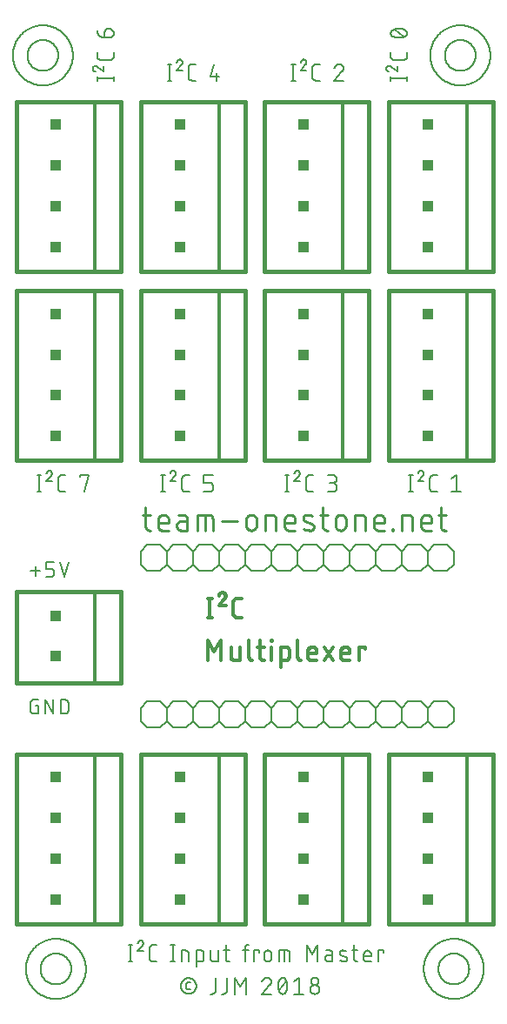
<source format=gbr>
G04 EAGLE Gerber RS-274X export*
G75*
%MOMM*%
%FSLAX34Y34*%
%LPD*%
%INSilkscreen Top*%
%IPPOS*%
%AMOC8*
5,1,8,0,0,1.08239X$1,22.5*%
G01*
%ADD10C,0.254000*%
%ADD11C,0.177800*%
%ADD12C,0.152400*%
%ADD13C,0.355600*%
%ADD14C,0.406400*%
%ADD15C,0.304800*%
%ADD16R,1.016000X1.016000*%
%ADD17C,0.203200*%


D10*
X154529Y486410D02*
X162149Y486410D01*
X157069Y494030D02*
X157069Y474980D01*
X157071Y474858D01*
X157077Y474736D01*
X157087Y474614D01*
X157100Y474493D01*
X157118Y474372D01*
X157139Y474252D01*
X157165Y474132D01*
X157194Y474014D01*
X157226Y473896D01*
X157263Y473779D01*
X157303Y473664D01*
X157347Y473550D01*
X157395Y473438D01*
X157446Y473327D01*
X157501Y473218D01*
X157559Y473110D01*
X157621Y473005D01*
X157686Y472902D01*
X157754Y472800D01*
X157826Y472701D01*
X157900Y472605D01*
X157978Y472510D01*
X158059Y472419D01*
X158142Y472329D01*
X158228Y472243D01*
X158318Y472160D01*
X158409Y472079D01*
X158504Y472001D01*
X158600Y471927D01*
X158699Y471855D01*
X158801Y471787D01*
X158904Y471722D01*
X159009Y471660D01*
X159117Y471602D01*
X159226Y471547D01*
X159337Y471496D01*
X159449Y471448D01*
X159563Y471404D01*
X159678Y471364D01*
X159795Y471327D01*
X159913Y471295D01*
X160031Y471266D01*
X160151Y471240D01*
X160271Y471219D01*
X160392Y471201D01*
X160513Y471188D01*
X160635Y471178D01*
X160757Y471172D01*
X160879Y471170D01*
X162149Y471170D01*
X173185Y471170D02*
X179535Y471170D01*
X173185Y471170D02*
X173063Y471172D01*
X172941Y471178D01*
X172819Y471188D01*
X172698Y471201D01*
X172577Y471219D01*
X172457Y471240D01*
X172337Y471266D01*
X172219Y471295D01*
X172101Y471327D01*
X171984Y471364D01*
X171869Y471404D01*
X171755Y471448D01*
X171643Y471496D01*
X171532Y471547D01*
X171423Y471602D01*
X171315Y471660D01*
X171210Y471722D01*
X171107Y471787D01*
X171005Y471855D01*
X170906Y471927D01*
X170810Y472001D01*
X170715Y472079D01*
X170624Y472160D01*
X170534Y472243D01*
X170448Y472329D01*
X170365Y472419D01*
X170284Y472510D01*
X170206Y472605D01*
X170132Y472701D01*
X170060Y472800D01*
X169992Y472902D01*
X169927Y473005D01*
X169865Y473110D01*
X169807Y473218D01*
X169752Y473327D01*
X169701Y473438D01*
X169653Y473550D01*
X169609Y473664D01*
X169569Y473779D01*
X169532Y473896D01*
X169500Y474014D01*
X169471Y474132D01*
X169445Y474252D01*
X169424Y474372D01*
X169406Y474493D01*
X169393Y474614D01*
X169383Y474736D01*
X169377Y474858D01*
X169375Y474980D01*
X169375Y481330D01*
X169377Y481471D01*
X169383Y481612D01*
X169393Y481753D01*
X169406Y481894D01*
X169424Y482034D01*
X169446Y482173D01*
X169471Y482312D01*
X169500Y482451D01*
X169533Y482588D01*
X169570Y482724D01*
X169611Y482859D01*
X169655Y482994D01*
X169703Y483126D01*
X169755Y483258D01*
X169810Y483388D01*
X169869Y483516D01*
X169932Y483643D01*
X169998Y483767D01*
X170067Y483890D01*
X170140Y484011D01*
X170216Y484130D01*
X170296Y484247D01*
X170379Y484361D01*
X170464Y484474D01*
X170553Y484583D01*
X170645Y484691D01*
X170740Y484795D01*
X170838Y484897D01*
X170939Y484996D01*
X171042Y485093D01*
X171148Y485186D01*
X171256Y485276D01*
X171367Y485364D01*
X171480Y485448D01*
X171596Y485529D01*
X171714Y485607D01*
X171834Y485682D01*
X171956Y485753D01*
X172080Y485821D01*
X172206Y485885D01*
X172333Y485946D01*
X172462Y486003D01*
X172593Y486056D01*
X172725Y486106D01*
X172858Y486153D01*
X172993Y486195D01*
X173129Y486234D01*
X173266Y486269D01*
X173403Y486300D01*
X173542Y486327D01*
X173681Y486351D01*
X173821Y486370D01*
X173961Y486386D01*
X174102Y486398D01*
X174243Y486406D01*
X174384Y486410D01*
X174526Y486410D01*
X174667Y486406D01*
X174808Y486398D01*
X174949Y486386D01*
X175089Y486370D01*
X175229Y486351D01*
X175368Y486327D01*
X175507Y486300D01*
X175644Y486269D01*
X175781Y486234D01*
X175917Y486195D01*
X176052Y486153D01*
X176185Y486106D01*
X176317Y486056D01*
X176448Y486003D01*
X176577Y485946D01*
X176704Y485885D01*
X176830Y485821D01*
X176954Y485753D01*
X177076Y485682D01*
X177196Y485607D01*
X177314Y485529D01*
X177430Y485448D01*
X177543Y485364D01*
X177654Y485276D01*
X177762Y485186D01*
X177868Y485093D01*
X177971Y484996D01*
X178072Y484897D01*
X178170Y484795D01*
X178265Y484691D01*
X178357Y484583D01*
X178446Y484474D01*
X178531Y484361D01*
X178614Y484247D01*
X178694Y484130D01*
X178770Y484011D01*
X178843Y483890D01*
X178912Y483767D01*
X178978Y483643D01*
X179041Y483516D01*
X179100Y483388D01*
X179155Y483258D01*
X179207Y483126D01*
X179255Y482994D01*
X179299Y482859D01*
X179340Y482724D01*
X179377Y482588D01*
X179410Y482451D01*
X179439Y482312D01*
X179464Y482173D01*
X179486Y482034D01*
X179504Y481894D01*
X179517Y481753D01*
X179527Y481612D01*
X179533Y481471D01*
X179535Y481330D01*
X179535Y478790D01*
X169375Y478790D01*
X191849Y480060D02*
X197564Y480060D01*
X191849Y480060D02*
X191717Y480058D01*
X191586Y480052D01*
X191454Y480042D01*
X191323Y480029D01*
X191193Y480011D01*
X191063Y479990D01*
X190933Y479965D01*
X190805Y479936D01*
X190677Y479903D01*
X190551Y479866D01*
X190425Y479826D01*
X190301Y479782D01*
X190178Y479734D01*
X190057Y479683D01*
X189937Y479628D01*
X189819Y479570D01*
X189703Y479508D01*
X189589Y479442D01*
X189476Y479374D01*
X189366Y479302D01*
X189258Y479227D01*
X189152Y479148D01*
X189048Y479067D01*
X188947Y478982D01*
X188849Y478895D01*
X188753Y478804D01*
X188660Y478711D01*
X188569Y478615D01*
X188482Y478517D01*
X188397Y478416D01*
X188316Y478312D01*
X188237Y478206D01*
X188162Y478098D01*
X188090Y477988D01*
X188022Y477875D01*
X187956Y477761D01*
X187894Y477645D01*
X187836Y477527D01*
X187781Y477407D01*
X187730Y477286D01*
X187682Y477163D01*
X187638Y477039D01*
X187598Y476913D01*
X187561Y476787D01*
X187528Y476659D01*
X187499Y476531D01*
X187474Y476401D01*
X187453Y476271D01*
X187435Y476141D01*
X187422Y476010D01*
X187412Y475878D01*
X187406Y475747D01*
X187404Y475615D01*
X187406Y475483D01*
X187412Y475352D01*
X187422Y475220D01*
X187435Y475089D01*
X187453Y474959D01*
X187474Y474829D01*
X187499Y474699D01*
X187528Y474571D01*
X187561Y474443D01*
X187598Y474317D01*
X187638Y474191D01*
X187682Y474067D01*
X187730Y473944D01*
X187781Y473823D01*
X187836Y473703D01*
X187894Y473585D01*
X187956Y473469D01*
X188022Y473355D01*
X188090Y473242D01*
X188162Y473132D01*
X188237Y473024D01*
X188316Y472918D01*
X188397Y472814D01*
X188482Y472713D01*
X188569Y472615D01*
X188660Y472519D01*
X188753Y472426D01*
X188849Y472335D01*
X188947Y472248D01*
X189048Y472163D01*
X189152Y472082D01*
X189258Y472003D01*
X189366Y471928D01*
X189476Y471856D01*
X189589Y471788D01*
X189703Y471722D01*
X189819Y471660D01*
X189937Y471602D01*
X190057Y471547D01*
X190178Y471496D01*
X190301Y471448D01*
X190425Y471404D01*
X190551Y471364D01*
X190677Y471327D01*
X190805Y471294D01*
X190933Y471265D01*
X191063Y471240D01*
X191193Y471219D01*
X191323Y471201D01*
X191454Y471188D01*
X191586Y471178D01*
X191717Y471172D01*
X191849Y471170D01*
X197564Y471170D01*
X197564Y482600D01*
X197562Y482722D01*
X197556Y482844D01*
X197546Y482966D01*
X197533Y483087D01*
X197515Y483208D01*
X197494Y483328D01*
X197468Y483448D01*
X197439Y483566D01*
X197407Y483684D01*
X197370Y483801D01*
X197330Y483916D01*
X197286Y484030D01*
X197238Y484142D01*
X197187Y484253D01*
X197132Y484362D01*
X197074Y484470D01*
X197012Y484575D01*
X196947Y484678D01*
X196879Y484780D01*
X196807Y484879D01*
X196733Y484975D01*
X196655Y485070D01*
X196574Y485161D01*
X196491Y485251D01*
X196405Y485337D01*
X196315Y485420D01*
X196224Y485501D01*
X196129Y485579D01*
X196033Y485653D01*
X195934Y485725D01*
X195832Y485793D01*
X195729Y485858D01*
X195624Y485920D01*
X195516Y485978D01*
X195407Y486033D01*
X195296Y486084D01*
X195184Y486132D01*
X195070Y486176D01*
X194955Y486216D01*
X194838Y486253D01*
X194720Y486285D01*
X194602Y486314D01*
X194482Y486340D01*
X194362Y486361D01*
X194241Y486379D01*
X194120Y486392D01*
X193998Y486402D01*
X193876Y486408D01*
X193754Y486410D01*
X188674Y486410D01*
X207201Y486410D02*
X207201Y471170D01*
X207201Y486410D02*
X218631Y486410D01*
X218753Y486408D01*
X218875Y486402D01*
X218997Y486392D01*
X219118Y486379D01*
X219239Y486361D01*
X219359Y486340D01*
X219479Y486314D01*
X219597Y486285D01*
X219715Y486253D01*
X219832Y486216D01*
X219947Y486176D01*
X220061Y486132D01*
X220173Y486084D01*
X220284Y486033D01*
X220393Y485978D01*
X220501Y485920D01*
X220606Y485858D01*
X220709Y485793D01*
X220811Y485725D01*
X220910Y485653D01*
X221006Y485579D01*
X221101Y485501D01*
X221192Y485420D01*
X221282Y485337D01*
X221368Y485251D01*
X221451Y485161D01*
X221532Y485070D01*
X221610Y484975D01*
X221684Y484879D01*
X221756Y484780D01*
X221824Y484678D01*
X221889Y484575D01*
X221951Y484470D01*
X222009Y484362D01*
X222064Y484253D01*
X222115Y484142D01*
X222163Y484030D01*
X222207Y483916D01*
X222247Y483801D01*
X222284Y483684D01*
X222316Y483566D01*
X222345Y483448D01*
X222371Y483328D01*
X222392Y483208D01*
X222410Y483087D01*
X222423Y482966D01*
X222433Y482844D01*
X222439Y482722D01*
X222441Y482600D01*
X222441Y471170D01*
X214821Y471170D02*
X214821Y486410D01*
X231560Y480060D02*
X246800Y480060D01*
X254978Y481330D02*
X254978Y476250D01*
X254978Y481330D02*
X254980Y481471D01*
X254986Y481612D01*
X254996Y481753D01*
X255009Y481894D01*
X255027Y482034D01*
X255049Y482173D01*
X255074Y482312D01*
X255103Y482451D01*
X255136Y482588D01*
X255173Y482724D01*
X255214Y482859D01*
X255258Y482994D01*
X255306Y483126D01*
X255358Y483258D01*
X255413Y483388D01*
X255472Y483516D01*
X255535Y483643D01*
X255601Y483767D01*
X255670Y483890D01*
X255743Y484011D01*
X255819Y484130D01*
X255899Y484247D01*
X255982Y484361D01*
X256067Y484474D01*
X256156Y484583D01*
X256248Y484691D01*
X256343Y484795D01*
X256441Y484897D01*
X256542Y484996D01*
X256645Y485093D01*
X256751Y485186D01*
X256859Y485276D01*
X256970Y485364D01*
X257083Y485448D01*
X257199Y485529D01*
X257317Y485607D01*
X257437Y485682D01*
X257559Y485753D01*
X257683Y485821D01*
X257809Y485885D01*
X257936Y485946D01*
X258065Y486003D01*
X258196Y486056D01*
X258328Y486106D01*
X258461Y486153D01*
X258596Y486195D01*
X258732Y486234D01*
X258869Y486269D01*
X259006Y486300D01*
X259145Y486327D01*
X259284Y486351D01*
X259424Y486370D01*
X259564Y486386D01*
X259705Y486398D01*
X259846Y486406D01*
X259987Y486410D01*
X260129Y486410D01*
X260270Y486406D01*
X260411Y486398D01*
X260552Y486386D01*
X260692Y486370D01*
X260832Y486351D01*
X260971Y486327D01*
X261110Y486300D01*
X261247Y486269D01*
X261384Y486234D01*
X261520Y486195D01*
X261655Y486153D01*
X261788Y486106D01*
X261920Y486056D01*
X262051Y486003D01*
X262180Y485946D01*
X262307Y485885D01*
X262433Y485821D01*
X262557Y485753D01*
X262679Y485682D01*
X262799Y485607D01*
X262917Y485529D01*
X263033Y485448D01*
X263146Y485364D01*
X263257Y485276D01*
X263365Y485186D01*
X263471Y485093D01*
X263574Y484996D01*
X263675Y484897D01*
X263773Y484795D01*
X263868Y484691D01*
X263960Y484583D01*
X264049Y484474D01*
X264134Y484361D01*
X264217Y484247D01*
X264297Y484130D01*
X264373Y484011D01*
X264446Y483890D01*
X264515Y483767D01*
X264581Y483643D01*
X264644Y483516D01*
X264703Y483388D01*
X264758Y483258D01*
X264810Y483126D01*
X264858Y482994D01*
X264902Y482859D01*
X264943Y482724D01*
X264980Y482588D01*
X265013Y482451D01*
X265042Y482312D01*
X265067Y482173D01*
X265089Y482034D01*
X265107Y481894D01*
X265120Y481753D01*
X265130Y481612D01*
X265136Y481471D01*
X265138Y481330D01*
X265138Y476250D01*
X265136Y476109D01*
X265130Y475968D01*
X265120Y475827D01*
X265107Y475686D01*
X265089Y475546D01*
X265067Y475407D01*
X265042Y475268D01*
X265013Y475129D01*
X264980Y474992D01*
X264943Y474856D01*
X264902Y474721D01*
X264858Y474586D01*
X264810Y474454D01*
X264758Y474322D01*
X264703Y474192D01*
X264644Y474064D01*
X264581Y473937D01*
X264515Y473813D01*
X264446Y473690D01*
X264373Y473569D01*
X264297Y473450D01*
X264217Y473333D01*
X264134Y473219D01*
X264049Y473106D01*
X263960Y472997D01*
X263868Y472889D01*
X263773Y472785D01*
X263675Y472683D01*
X263574Y472584D01*
X263471Y472487D01*
X263365Y472394D01*
X263257Y472304D01*
X263146Y472216D01*
X263033Y472132D01*
X262917Y472051D01*
X262799Y471973D01*
X262679Y471898D01*
X262557Y471827D01*
X262433Y471759D01*
X262307Y471695D01*
X262180Y471634D01*
X262051Y471577D01*
X261920Y471524D01*
X261788Y471474D01*
X261655Y471427D01*
X261520Y471385D01*
X261384Y471346D01*
X261247Y471311D01*
X261110Y471280D01*
X260971Y471253D01*
X260832Y471229D01*
X260692Y471210D01*
X260552Y471194D01*
X260411Y471182D01*
X260270Y471174D01*
X260129Y471170D01*
X259987Y471170D01*
X259846Y471174D01*
X259705Y471182D01*
X259564Y471194D01*
X259424Y471210D01*
X259284Y471229D01*
X259145Y471253D01*
X259006Y471280D01*
X258869Y471311D01*
X258732Y471346D01*
X258596Y471385D01*
X258461Y471427D01*
X258328Y471474D01*
X258196Y471524D01*
X258065Y471577D01*
X257936Y471634D01*
X257809Y471695D01*
X257683Y471759D01*
X257559Y471827D01*
X257437Y471898D01*
X257317Y471973D01*
X257199Y472051D01*
X257083Y472132D01*
X256970Y472216D01*
X256859Y472304D01*
X256751Y472394D01*
X256645Y472487D01*
X256542Y472584D01*
X256441Y472683D01*
X256343Y472785D01*
X256248Y472889D01*
X256156Y472997D01*
X256067Y473106D01*
X255982Y473219D01*
X255899Y473333D01*
X255819Y473450D01*
X255743Y473569D01*
X255670Y473690D01*
X255601Y473813D01*
X255535Y473937D01*
X255472Y474064D01*
X255413Y474192D01*
X255358Y474322D01*
X255306Y474454D01*
X255258Y474586D01*
X255214Y474721D01*
X255173Y474856D01*
X255136Y474992D01*
X255103Y475129D01*
X255074Y475268D01*
X255049Y475407D01*
X255027Y475546D01*
X255009Y475686D01*
X254996Y475827D01*
X254986Y475968D01*
X254980Y476109D01*
X254978Y476250D01*
X273769Y471170D02*
X273769Y486410D01*
X280119Y486410D01*
X280241Y486408D01*
X280363Y486402D01*
X280485Y486392D01*
X280606Y486379D01*
X280727Y486361D01*
X280847Y486340D01*
X280967Y486314D01*
X281085Y486285D01*
X281203Y486253D01*
X281320Y486216D01*
X281435Y486176D01*
X281549Y486132D01*
X281661Y486084D01*
X281772Y486033D01*
X281881Y485978D01*
X281989Y485920D01*
X282094Y485858D01*
X282197Y485793D01*
X282299Y485725D01*
X282398Y485653D01*
X282494Y485579D01*
X282589Y485501D01*
X282680Y485420D01*
X282770Y485337D01*
X282856Y485251D01*
X282939Y485161D01*
X283020Y485070D01*
X283098Y484975D01*
X283172Y484879D01*
X283244Y484780D01*
X283312Y484678D01*
X283377Y484575D01*
X283439Y484470D01*
X283497Y484362D01*
X283552Y484253D01*
X283603Y484142D01*
X283651Y484030D01*
X283695Y483916D01*
X283735Y483801D01*
X283772Y483684D01*
X283804Y483566D01*
X283833Y483448D01*
X283859Y483328D01*
X283880Y483208D01*
X283898Y483087D01*
X283911Y482966D01*
X283921Y482844D01*
X283927Y482722D01*
X283929Y482600D01*
X283929Y471170D01*
X296370Y471170D02*
X302720Y471170D01*
X296370Y471170D02*
X296248Y471172D01*
X296126Y471178D01*
X296004Y471188D01*
X295883Y471201D01*
X295762Y471219D01*
X295642Y471240D01*
X295522Y471266D01*
X295404Y471295D01*
X295286Y471327D01*
X295169Y471364D01*
X295054Y471404D01*
X294940Y471448D01*
X294828Y471496D01*
X294717Y471547D01*
X294608Y471602D01*
X294500Y471660D01*
X294395Y471722D01*
X294292Y471787D01*
X294190Y471855D01*
X294091Y471927D01*
X293995Y472001D01*
X293900Y472079D01*
X293809Y472160D01*
X293719Y472243D01*
X293633Y472329D01*
X293550Y472419D01*
X293469Y472510D01*
X293391Y472605D01*
X293317Y472701D01*
X293245Y472800D01*
X293177Y472902D01*
X293112Y473005D01*
X293050Y473110D01*
X292992Y473218D01*
X292937Y473327D01*
X292886Y473438D01*
X292838Y473550D01*
X292794Y473664D01*
X292754Y473779D01*
X292717Y473896D01*
X292685Y474014D01*
X292656Y474132D01*
X292630Y474252D01*
X292609Y474372D01*
X292591Y474493D01*
X292578Y474614D01*
X292568Y474736D01*
X292562Y474858D01*
X292560Y474980D01*
X292560Y481330D01*
X292562Y481471D01*
X292568Y481612D01*
X292578Y481753D01*
X292591Y481894D01*
X292609Y482034D01*
X292631Y482173D01*
X292656Y482312D01*
X292685Y482451D01*
X292718Y482588D01*
X292755Y482724D01*
X292796Y482859D01*
X292840Y482994D01*
X292888Y483126D01*
X292940Y483258D01*
X292995Y483388D01*
X293054Y483516D01*
X293117Y483643D01*
X293183Y483767D01*
X293252Y483890D01*
X293325Y484011D01*
X293401Y484130D01*
X293481Y484247D01*
X293564Y484361D01*
X293649Y484474D01*
X293738Y484583D01*
X293830Y484691D01*
X293925Y484795D01*
X294023Y484897D01*
X294124Y484996D01*
X294227Y485093D01*
X294333Y485186D01*
X294441Y485276D01*
X294552Y485364D01*
X294665Y485448D01*
X294781Y485529D01*
X294899Y485607D01*
X295019Y485682D01*
X295141Y485753D01*
X295265Y485821D01*
X295391Y485885D01*
X295518Y485946D01*
X295647Y486003D01*
X295778Y486056D01*
X295910Y486106D01*
X296043Y486153D01*
X296178Y486195D01*
X296314Y486234D01*
X296451Y486269D01*
X296588Y486300D01*
X296727Y486327D01*
X296866Y486351D01*
X297006Y486370D01*
X297146Y486386D01*
X297287Y486398D01*
X297428Y486406D01*
X297569Y486410D01*
X297711Y486410D01*
X297852Y486406D01*
X297993Y486398D01*
X298134Y486386D01*
X298274Y486370D01*
X298414Y486351D01*
X298553Y486327D01*
X298692Y486300D01*
X298829Y486269D01*
X298966Y486234D01*
X299102Y486195D01*
X299237Y486153D01*
X299370Y486106D01*
X299502Y486056D01*
X299633Y486003D01*
X299762Y485946D01*
X299889Y485885D01*
X300015Y485821D01*
X300139Y485753D01*
X300261Y485682D01*
X300381Y485607D01*
X300499Y485529D01*
X300615Y485448D01*
X300728Y485364D01*
X300839Y485276D01*
X300947Y485186D01*
X301053Y485093D01*
X301156Y484996D01*
X301257Y484897D01*
X301355Y484795D01*
X301450Y484691D01*
X301542Y484583D01*
X301631Y484474D01*
X301716Y484361D01*
X301799Y484247D01*
X301879Y484130D01*
X301955Y484011D01*
X302028Y483890D01*
X302097Y483767D01*
X302163Y483643D01*
X302226Y483516D01*
X302285Y483388D01*
X302340Y483258D01*
X302392Y483126D01*
X302440Y482994D01*
X302484Y482859D01*
X302525Y482724D01*
X302562Y482588D01*
X302595Y482451D01*
X302624Y482312D01*
X302649Y482173D01*
X302671Y482034D01*
X302689Y481894D01*
X302702Y481753D01*
X302712Y481612D01*
X302718Y481471D01*
X302720Y481330D01*
X302720Y478790D01*
X292560Y478790D01*
X312560Y480060D02*
X318910Y477520D01*
X312560Y480060D02*
X312455Y480104D01*
X312351Y480152D01*
X312249Y480203D01*
X312149Y480258D01*
X312051Y480316D01*
X311955Y480378D01*
X311861Y480443D01*
X311769Y480512D01*
X311680Y480583D01*
X311593Y480658D01*
X311509Y480735D01*
X311428Y480815D01*
X311350Y480898D01*
X311274Y480984D01*
X311202Y481072D01*
X311132Y481163D01*
X311066Y481256D01*
X311003Y481352D01*
X310944Y481449D01*
X310888Y481549D01*
X310835Y481650D01*
X310786Y481753D01*
X310740Y481858D01*
X310698Y481964D01*
X310660Y482072D01*
X310626Y482181D01*
X310595Y482291D01*
X310569Y482402D01*
X310546Y482514D01*
X310527Y482626D01*
X310512Y482740D01*
X310501Y482853D01*
X310493Y482967D01*
X310490Y483082D01*
X310491Y483196D01*
X310496Y483310D01*
X310504Y483424D01*
X310517Y483537D01*
X310533Y483650D01*
X310554Y483763D01*
X310578Y483874D01*
X310606Y483985D01*
X310639Y484095D01*
X310674Y484203D01*
X310714Y484310D01*
X310757Y484416D01*
X310804Y484520D01*
X310854Y484623D01*
X310908Y484723D01*
X310966Y484822D01*
X311027Y484919D01*
X311091Y485013D01*
X311158Y485106D01*
X311229Y485196D01*
X311302Y485283D01*
X311379Y485368D01*
X311459Y485450D01*
X311541Y485529D01*
X311626Y485605D01*
X311714Y485678D01*
X311804Y485749D01*
X311896Y485816D01*
X311991Y485880D01*
X312088Y485940D01*
X312187Y485997D01*
X312288Y486051D01*
X312390Y486101D01*
X312495Y486147D01*
X312600Y486190D01*
X312708Y486229D01*
X312816Y486265D01*
X312926Y486297D01*
X313037Y486324D01*
X313149Y486348D01*
X313261Y486368D01*
X313374Y486385D01*
X313488Y486397D01*
X313602Y486405D01*
X313716Y486409D01*
X313830Y486410D01*
X314177Y486400D01*
X314523Y486383D01*
X314869Y486357D01*
X315214Y486323D01*
X315558Y486281D01*
X315901Y486230D01*
X316243Y486171D01*
X316583Y486104D01*
X316922Y486029D01*
X317258Y485946D01*
X317593Y485854D01*
X317925Y485755D01*
X318255Y485647D01*
X318582Y485532D01*
X318906Y485409D01*
X319227Y485278D01*
X319545Y485140D01*
X318910Y477520D02*
X319015Y477476D01*
X319119Y477428D01*
X319221Y477377D01*
X319321Y477322D01*
X319419Y477264D01*
X319515Y477202D01*
X319609Y477137D01*
X319701Y477068D01*
X319790Y476997D01*
X319877Y476922D01*
X319961Y476845D01*
X320042Y476765D01*
X320120Y476682D01*
X320196Y476596D01*
X320268Y476508D01*
X320338Y476417D01*
X320404Y476324D01*
X320467Y476228D01*
X320526Y476131D01*
X320582Y476031D01*
X320635Y475930D01*
X320684Y475827D01*
X320730Y475722D01*
X320772Y475616D01*
X320810Y475508D01*
X320844Y475399D01*
X320875Y475289D01*
X320901Y475178D01*
X320924Y475066D01*
X320943Y474954D01*
X320958Y474840D01*
X320969Y474727D01*
X320977Y474613D01*
X320980Y474498D01*
X320979Y474384D01*
X320974Y474270D01*
X320966Y474156D01*
X320953Y474043D01*
X320937Y473930D01*
X320916Y473817D01*
X320892Y473706D01*
X320864Y473595D01*
X320831Y473485D01*
X320796Y473377D01*
X320756Y473270D01*
X320713Y473164D01*
X320666Y473060D01*
X320616Y472957D01*
X320562Y472857D01*
X320504Y472758D01*
X320443Y472661D01*
X320379Y472567D01*
X320312Y472474D01*
X320241Y472384D01*
X320168Y472297D01*
X320091Y472212D01*
X320011Y472130D01*
X319929Y472051D01*
X319844Y471975D01*
X319756Y471902D01*
X319666Y471831D01*
X319574Y471764D01*
X319479Y471700D01*
X319382Y471640D01*
X319283Y471583D01*
X319182Y471529D01*
X319080Y471479D01*
X318975Y471433D01*
X318870Y471390D01*
X318762Y471351D01*
X318654Y471315D01*
X318544Y471283D01*
X318433Y471256D01*
X318321Y471232D01*
X318209Y471212D01*
X318096Y471195D01*
X317982Y471183D01*
X317868Y471175D01*
X317754Y471171D01*
X317640Y471170D01*
X317131Y471183D01*
X316622Y471209D01*
X316114Y471246D01*
X315607Y471296D01*
X315102Y471357D01*
X314597Y471430D01*
X314095Y471515D01*
X313595Y471612D01*
X313097Y471721D01*
X312602Y471842D01*
X312110Y471974D01*
X311622Y472118D01*
X311137Y472273D01*
X310655Y472440D01*
X327127Y486410D02*
X334747Y486410D01*
X329667Y494030D02*
X329667Y474980D01*
X329669Y474858D01*
X329675Y474736D01*
X329685Y474614D01*
X329698Y474493D01*
X329716Y474372D01*
X329737Y474252D01*
X329763Y474132D01*
X329792Y474014D01*
X329824Y473896D01*
X329861Y473779D01*
X329901Y473664D01*
X329945Y473550D01*
X329993Y473438D01*
X330044Y473327D01*
X330099Y473218D01*
X330157Y473110D01*
X330219Y473005D01*
X330284Y472902D01*
X330352Y472800D01*
X330424Y472701D01*
X330498Y472605D01*
X330576Y472510D01*
X330657Y472419D01*
X330740Y472329D01*
X330826Y472243D01*
X330916Y472160D01*
X331007Y472079D01*
X331102Y472001D01*
X331198Y471927D01*
X331297Y471855D01*
X331399Y471787D01*
X331502Y471722D01*
X331607Y471660D01*
X331715Y471602D01*
X331824Y471547D01*
X331935Y471496D01*
X332047Y471448D01*
X332161Y471404D01*
X332276Y471364D01*
X332393Y471327D01*
X332511Y471295D01*
X332629Y471266D01*
X332749Y471240D01*
X332869Y471219D01*
X332990Y471201D01*
X333111Y471188D01*
X333233Y471178D01*
X333355Y471172D01*
X333477Y471170D01*
X334747Y471170D01*
X341973Y476250D02*
X341973Y481330D01*
X341975Y481471D01*
X341981Y481612D01*
X341991Y481753D01*
X342004Y481894D01*
X342022Y482034D01*
X342044Y482173D01*
X342069Y482312D01*
X342098Y482451D01*
X342131Y482588D01*
X342168Y482724D01*
X342209Y482859D01*
X342253Y482994D01*
X342301Y483126D01*
X342353Y483258D01*
X342408Y483388D01*
X342467Y483516D01*
X342530Y483643D01*
X342596Y483767D01*
X342665Y483890D01*
X342738Y484011D01*
X342814Y484130D01*
X342894Y484247D01*
X342977Y484361D01*
X343062Y484474D01*
X343151Y484583D01*
X343243Y484691D01*
X343338Y484795D01*
X343436Y484897D01*
X343537Y484996D01*
X343640Y485093D01*
X343746Y485186D01*
X343854Y485276D01*
X343965Y485364D01*
X344078Y485448D01*
X344194Y485529D01*
X344312Y485607D01*
X344432Y485682D01*
X344554Y485753D01*
X344678Y485821D01*
X344804Y485885D01*
X344931Y485946D01*
X345060Y486003D01*
X345191Y486056D01*
X345323Y486106D01*
X345456Y486153D01*
X345591Y486195D01*
X345727Y486234D01*
X345864Y486269D01*
X346001Y486300D01*
X346140Y486327D01*
X346279Y486351D01*
X346419Y486370D01*
X346559Y486386D01*
X346700Y486398D01*
X346841Y486406D01*
X346982Y486410D01*
X347124Y486410D01*
X347265Y486406D01*
X347406Y486398D01*
X347547Y486386D01*
X347687Y486370D01*
X347827Y486351D01*
X347966Y486327D01*
X348105Y486300D01*
X348242Y486269D01*
X348379Y486234D01*
X348515Y486195D01*
X348650Y486153D01*
X348783Y486106D01*
X348915Y486056D01*
X349046Y486003D01*
X349175Y485946D01*
X349302Y485885D01*
X349428Y485821D01*
X349552Y485753D01*
X349674Y485682D01*
X349794Y485607D01*
X349912Y485529D01*
X350028Y485448D01*
X350141Y485364D01*
X350252Y485276D01*
X350360Y485186D01*
X350466Y485093D01*
X350569Y484996D01*
X350670Y484897D01*
X350768Y484795D01*
X350863Y484691D01*
X350955Y484583D01*
X351044Y484474D01*
X351129Y484361D01*
X351212Y484247D01*
X351292Y484130D01*
X351368Y484011D01*
X351441Y483890D01*
X351510Y483767D01*
X351576Y483643D01*
X351639Y483516D01*
X351698Y483388D01*
X351753Y483258D01*
X351805Y483126D01*
X351853Y482994D01*
X351897Y482859D01*
X351938Y482724D01*
X351975Y482588D01*
X352008Y482451D01*
X352037Y482312D01*
X352062Y482173D01*
X352084Y482034D01*
X352102Y481894D01*
X352115Y481753D01*
X352125Y481612D01*
X352131Y481471D01*
X352133Y481330D01*
X352133Y476250D01*
X352131Y476109D01*
X352125Y475968D01*
X352115Y475827D01*
X352102Y475686D01*
X352084Y475546D01*
X352062Y475407D01*
X352037Y475268D01*
X352008Y475129D01*
X351975Y474992D01*
X351938Y474856D01*
X351897Y474721D01*
X351853Y474586D01*
X351805Y474454D01*
X351753Y474322D01*
X351698Y474192D01*
X351639Y474064D01*
X351576Y473937D01*
X351510Y473813D01*
X351441Y473690D01*
X351368Y473569D01*
X351292Y473450D01*
X351212Y473333D01*
X351129Y473219D01*
X351044Y473106D01*
X350955Y472997D01*
X350863Y472889D01*
X350768Y472785D01*
X350670Y472683D01*
X350569Y472584D01*
X350466Y472487D01*
X350360Y472394D01*
X350252Y472304D01*
X350141Y472216D01*
X350028Y472132D01*
X349912Y472051D01*
X349794Y471973D01*
X349674Y471898D01*
X349552Y471827D01*
X349428Y471759D01*
X349302Y471695D01*
X349175Y471634D01*
X349046Y471577D01*
X348915Y471524D01*
X348783Y471474D01*
X348650Y471427D01*
X348515Y471385D01*
X348379Y471346D01*
X348242Y471311D01*
X348105Y471280D01*
X347966Y471253D01*
X347827Y471229D01*
X347687Y471210D01*
X347547Y471194D01*
X347406Y471182D01*
X347265Y471174D01*
X347124Y471170D01*
X346982Y471170D01*
X346841Y471174D01*
X346700Y471182D01*
X346559Y471194D01*
X346419Y471210D01*
X346279Y471229D01*
X346140Y471253D01*
X346001Y471280D01*
X345864Y471311D01*
X345727Y471346D01*
X345591Y471385D01*
X345456Y471427D01*
X345323Y471474D01*
X345191Y471524D01*
X345060Y471577D01*
X344931Y471634D01*
X344804Y471695D01*
X344678Y471759D01*
X344554Y471827D01*
X344432Y471898D01*
X344312Y471973D01*
X344194Y472051D01*
X344078Y472132D01*
X343965Y472216D01*
X343854Y472304D01*
X343746Y472394D01*
X343640Y472487D01*
X343537Y472584D01*
X343436Y472683D01*
X343338Y472785D01*
X343243Y472889D01*
X343151Y472997D01*
X343062Y473106D01*
X342977Y473219D01*
X342894Y473333D01*
X342814Y473450D01*
X342738Y473569D01*
X342665Y473690D01*
X342596Y473813D01*
X342530Y473937D01*
X342467Y474064D01*
X342408Y474192D01*
X342353Y474322D01*
X342301Y474454D01*
X342253Y474586D01*
X342209Y474721D01*
X342168Y474856D01*
X342131Y474992D01*
X342098Y475129D01*
X342069Y475268D01*
X342044Y475407D01*
X342022Y475546D01*
X342004Y475686D01*
X341991Y475827D01*
X341981Y475968D01*
X341975Y476109D01*
X341973Y476250D01*
X360764Y471170D02*
X360764Y486410D01*
X367114Y486410D01*
X367236Y486408D01*
X367358Y486402D01*
X367480Y486392D01*
X367601Y486379D01*
X367722Y486361D01*
X367842Y486340D01*
X367962Y486314D01*
X368080Y486285D01*
X368198Y486253D01*
X368315Y486216D01*
X368430Y486176D01*
X368544Y486132D01*
X368656Y486084D01*
X368767Y486033D01*
X368876Y485978D01*
X368984Y485920D01*
X369089Y485858D01*
X369192Y485793D01*
X369294Y485725D01*
X369393Y485653D01*
X369489Y485579D01*
X369584Y485501D01*
X369675Y485420D01*
X369765Y485337D01*
X369851Y485251D01*
X369934Y485161D01*
X370015Y485070D01*
X370093Y484975D01*
X370167Y484879D01*
X370239Y484780D01*
X370307Y484678D01*
X370372Y484575D01*
X370434Y484470D01*
X370492Y484362D01*
X370547Y484253D01*
X370598Y484142D01*
X370646Y484030D01*
X370690Y483916D01*
X370730Y483801D01*
X370767Y483684D01*
X370799Y483566D01*
X370828Y483448D01*
X370854Y483328D01*
X370875Y483208D01*
X370893Y483087D01*
X370906Y482966D01*
X370916Y482844D01*
X370922Y482722D01*
X370924Y482600D01*
X370924Y471170D01*
X383365Y471170D02*
X389715Y471170D01*
X383365Y471170D02*
X383243Y471172D01*
X383121Y471178D01*
X382999Y471188D01*
X382878Y471201D01*
X382757Y471219D01*
X382637Y471240D01*
X382517Y471266D01*
X382399Y471295D01*
X382281Y471327D01*
X382164Y471364D01*
X382049Y471404D01*
X381935Y471448D01*
X381823Y471496D01*
X381712Y471547D01*
X381603Y471602D01*
X381495Y471660D01*
X381390Y471722D01*
X381287Y471787D01*
X381185Y471855D01*
X381086Y471927D01*
X380990Y472001D01*
X380895Y472079D01*
X380804Y472160D01*
X380714Y472243D01*
X380628Y472329D01*
X380545Y472419D01*
X380464Y472510D01*
X380386Y472605D01*
X380312Y472701D01*
X380240Y472800D01*
X380172Y472902D01*
X380107Y473005D01*
X380045Y473110D01*
X379987Y473218D01*
X379932Y473327D01*
X379881Y473438D01*
X379833Y473550D01*
X379789Y473664D01*
X379749Y473779D01*
X379712Y473896D01*
X379680Y474014D01*
X379651Y474132D01*
X379625Y474252D01*
X379604Y474372D01*
X379586Y474493D01*
X379573Y474614D01*
X379563Y474736D01*
X379557Y474858D01*
X379555Y474980D01*
X379555Y481330D01*
X379557Y481471D01*
X379563Y481612D01*
X379573Y481753D01*
X379586Y481894D01*
X379604Y482034D01*
X379626Y482173D01*
X379651Y482312D01*
X379680Y482451D01*
X379713Y482588D01*
X379750Y482724D01*
X379791Y482859D01*
X379835Y482994D01*
X379883Y483126D01*
X379935Y483258D01*
X379990Y483388D01*
X380049Y483516D01*
X380112Y483643D01*
X380178Y483767D01*
X380247Y483890D01*
X380320Y484011D01*
X380396Y484130D01*
X380476Y484247D01*
X380559Y484361D01*
X380644Y484474D01*
X380733Y484583D01*
X380825Y484691D01*
X380920Y484795D01*
X381018Y484897D01*
X381119Y484996D01*
X381222Y485093D01*
X381328Y485186D01*
X381436Y485276D01*
X381547Y485364D01*
X381660Y485448D01*
X381776Y485529D01*
X381894Y485607D01*
X382014Y485682D01*
X382136Y485753D01*
X382260Y485821D01*
X382386Y485885D01*
X382513Y485946D01*
X382642Y486003D01*
X382773Y486056D01*
X382905Y486106D01*
X383038Y486153D01*
X383173Y486195D01*
X383309Y486234D01*
X383446Y486269D01*
X383583Y486300D01*
X383722Y486327D01*
X383861Y486351D01*
X384001Y486370D01*
X384141Y486386D01*
X384282Y486398D01*
X384423Y486406D01*
X384564Y486410D01*
X384706Y486410D01*
X384847Y486406D01*
X384988Y486398D01*
X385129Y486386D01*
X385269Y486370D01*
X385409Y486351D01*
X385548Y486327D01*
X385687Y486300D01*
X385824Y486269D01*
X385961Y486234D01*
X386097Y486195D01*
X386232Y486153D01*
X386365Y486106D01*
X386497Y486056D01*
X386628Y486003D01*
X386757Y485946D01*
X386884Y485885D01*
X387010Y485821D01*
X387134Y485753D01*
X387256Y485682D01*
X387376Y485607D01*
X387494Y485529D01*
X387610Y485448D01*
X387723Y485364D01*
X387834Y485276D01*
X387942Y485186D01*
X388048Y485093D01*
X388151Y484996D01*
X388252Y484897D01*
X388350Y484795D01*
X388445Y484691D01*
X388537Y484583D01*
X388626Y484474D01*
X388711Y484361D01*
X388794Y484247D01*
X388874Y484130D01*
X388950Y484011D01*
X389023Y483890D01*
X389092Y483767D01*
X389158Y483643D01*
X389221Y483516D01*
X389280Y483388D01*
X389335Y483258D01*
X389387Y483126D01*
X389435Y482994D01*
X389479Y482859D01*
X389520Y482724D01*
X389557Y482588D01*
X389590Y482451D01*
X389619Y482312D01*
X389644Y482173D01*
X389666Y482034D01*
X389684Y481894D01*
X389697Y481753D01*
X389707Y481612D01*
X389713Y481471D01*
X389715Y481330D01*
X389715Y478790D01*
X379555Y478790D01*
X397223Y472440D02*
X397223Y471170D01*
X397223Y472440D02*
X398493Y472440D01*
X398493Y471170D01*
X397223Y471170D01*
X406697Y471170D02*
X406697Y486410D01*
X413047Y486410D01*
X413169Y486408D01*
X413291Y486402D01*
X413413Y486392D01*
X413534Y486379D01*
X413655Y486361D01*
X413775Y486340D01*
X413895Y486314D01*
X414013Y486285D01*
X414131Y486253D01*
X414248Y486216D01*
X414363Y486176D01*
X414477Y486132D01*
X414589Y486084D01*
X414700Y486033D01*
X414809Y485978D01*
X414917Y485920D01*
X415022Y485858D01*
X415125Y485793D01*
X415227Y485725D01*
X415326Y485653D01*
X415422Y485579D01*
X415517Y485501D01*
X415608Y485420D01*
X415698Y485337D01*
X415784Y485251D01*
X415867Y485161D01*
X415948Y485070D01*
X416026Y484975D01*
X416100Y484879D01*
X416172Y484780D01*
X416240Y484678D01*
X416305Y484575D01*
X416367Y484470D01*
X416425Y484362D01*
X416480Y484253D01*
X416531Y484142D01*
X416579Y484030D01*
X416623Y483916D01*
X416663Y483801D01*
X416700Y483684D01*
X416732Y483566D01*
X416761Y483448D01*
X416787Y483328D01*
X416808Y483208D01*
X416826Y483087D01*
X416839Y482966D01*
X416849Y482844D01*
X416855Y482722D01*
X416857Y482600D01*
X416857Y471170D01*
X429298Y471170D02*
X435648Y471170D01*
X429298Y471170D02*
X429176Y471172D01*
X429054Y471178D01*
X428932Y471188D01*
X428811Y471201D01*
X428690Y471219D01*
X428570Y471240D01*
X428450Y471266D01*
X428332Y471295D01*
X428214Y471327D01*
X428097Y471364D01*
X427982Y471404D01*
X427868Y471448D01*
X427756Y471496D01*
X427645Y471547D01*
X427536Y471602D01*
X427428Y471660D01*
X427323Y471722D01*
X427220Y471787D01*
X427118Y471855D01*
X427019Y471927D01*
X426923Y472001D01*
X426828Y472079D01*
X426737Y472160D01*
X426647Y472243D01*
X426561Y472329D01*
X426478Y472419D01*
X426397Y472510D01*
X426319Y472605D01*
X426245Y472701D01*
X426173Y472800D01*
X426105Y472902D01*
X426040Y473005D01*
X425978Y473110D01*
X425920Y473218D01*
X425865Y473327D01*
X425814Y473438D01*
X425766Y473550D01*
X425722Y473664D01*
X425682Y473779D01*
X425645Y473896D01*
X425613Y474014D01*
X425584Y474132D01*
X425558Y474252D01*
X425537Y474372D01*
X425519Y474493D01*
X425506Y474614D01*
X425496Y474736D01*
X425490Y474858D01*
X425488Y474980D01*
X425488Y481330D01*
X425490Y481471D01*
X425496Y481612D01*
X425506Y481753D01*
X425519Y481894D01*
X425537Y482034D01*
X425559Y482173D01*
X425584Y482312D01*
X425613Y482451D01*
X425646Y482588D01*
X425683Y482724D01*
X425724Y482859D01*
X425768Y482994D01*
X425816Y483126D01*
X425868Y483258D01*
X425923Y483388D01*
X425982Y483516D01*
X426045Y483643D01*
X426111Y483767D01*
X426180Y483890D01*
X426253Y484011D01*
X426329Y484130D01*
X426409Y484247D01*
X426492Y484361D01*
X426577Y484474D01*
X426666Y484583D01*
X426758Y484691D01*
X426853Y484795D01*
X426951Y484897D01*
X427052Y484996D01*
X427155Y485093D01*
X427261Y485186D01*
X427369Y485276D01*
X427480Y485364D01*
X427593Y485448D01*
X427709Y485529D01*
X427827Y485607D01*
X427947Y485682D01*
X428069Y485753D01*
X428193Y485821D01*
X428319Y485885D01*
X428446Y485946D01*
X428575Y486003D01*
X428706Y486056D01*
X428838Y486106D01*
X428971Y486153D01*
X429106Y486195D01*
X429242Y486234D01*
X429379Y486269D01*
X429516Y486300D01*
X429655Y486327D01*
X429794Y486351D01*
X429934Y486370D01*
X430074Y486386D01*
X430215Y486398D01*
X430356Y486406D01*
X430497Y486410D01*
X430639Y486410D01*
X430780Y486406D01*
X430921Y486398D01*
X431062Y486386D01*
X431202Y486370D01*
X431342Y486351D01*
X431481Y486327D01*
X431620Y486300D01*
X431757Y486269D01*
X431894Y486234D01*
X432030Y486195D01*
X432165Y486153D01*
X432298Y486106D01*
X432430Y486056D01*
X432561Y486003D01*
X432690Y485946D01*
X432817Y485885D01*
X432943Y485821D01*
X433067Y485753D01*
X433189Y485682D01*
X433309Y485607D01*
X433427Y485529D01*
X433543Y485448D01*
X433656Y485364D01*
X433767Y485276D01*
X433875Y485186D01*
X433981Y485093D01*
X434084Y484996D01*
X434185Y484897D01*
X434283Y484795D01*
X434378Y484691D01*
X434470Y484583D01*
X434559Y484474D01*
X434644Y484361D01*
X434727Y484247D01*
X434807Y484130D01*
X434883Y484011D01*
X434956Y483890D01*
X435025Y483767D01*
X435091Y483643D01*
X435154Y483516D01*
X435213Y483388D01*
X435268Y483258D01*
X435320Y483126D01*
X435368Y482994D01*
X435412Y482859D01*
X435453Y482724D01*
X435490Y482588D01*
X435523Y482451D01*
X435552Y482312D01*
X435577Y482173D01*
X435599Y482034D01*
X435617Y481894D01*
X435630Y481753D01*
X435640Y481612D01*
X435646Y481471D01*
X435648Y481330D01*
X435648Y478790D01*
X425488Y478790D01*
X441960Y486410D02*
X449580Y486410D01*
X444500Y494030D02*
X444500Y474980D01*
X444502Y474858D01*
X444508Y474736D01*
X444518Y474614D01*
X444531Y474493D01*
X444549Y474372D01*
X444570Y474252D01*
X444596Y474132D01*
X444625Y474014D01*
X444657Y473896D01*
X444694Y473779D01*
X444734Y473664D01*
X444778Y473550D01*
X444826Y473438D01*
X444877Y473327D01*
X444932Y473218D01*
X444990Y473110D01*
X445052Y473005D01*
X445117Y472902D01*
X445185Y472800D01*
X445257Y472701D01*
X445331Y472605D01*
X445409Y472510D01*
X445490Y472419D01*
X445573Y472329D01*
X445659Y472243D01*
X445749Y472160D01*
X445840Y472079D01*
X445935Y472001D01*
X446031Y471927D01*
X446130Y471855D01*
X446232Y471787D01*
X446335Y471722D01*
X446440Y471660D01*
X446548Y471602D01*
X446657Y471547D01*
X446768Y471496D01*
X446880Y471448D01*
X446994Y471404D01*
X447109Y471364D01*
X447226Y471327D01*
X447344Y471295D01*
X447462Y471266D01*
X447582Y471240D01*
X447702Y471219D01*
X447823Y471201D01*
X447944Y471188D01*
X448066Y471178D01*
X448188Y471172D01*
X448310Y471170D01*
X449580Y471170D01*
D11*
X206503Y27940D02*
X206501Y28124D01*
X206494Y28308D01*
X206483Y28492D01*
X206467Y28675D01*
X206447Y28858D01*
X206422Y29040D01*
X206393Y29222D01*
X206360Y29403D01*
X206322Y29583D01*
X206280Y29762D01*
X206233Y29940D01*
X206183Y30117D01*
X206127Y30293D01*
X206068Y30467D01*
X206004Y30640D01*
X205937Y30811D01*
X205865Y30980D01*
X205788Y31148D01*
X205708Y31313D01*
X205624Y31477D01*
X205536Y31639D01*
X205444Y31798D01*
X205348Y31955D01*
X205249Y32110D01*
X205145Y32262D01*
X205038Y32412D01*
X204927Y32559D01*
X204813Y32703D01*
X204695Y32844D01*
X204574Y32983D01*
X204450Y33118D01*
X204322Y33251D01*
X204191Y33380D01*
X204057Y33506D01*
X203920Y33629D01*
X203780Y33749D01*
X203637Y33865D01*
X203491Y33977D01*
X203343Y34086D01*
X203192Y34191D01*
X203039Y34293D01*
X202883Y34391D01*
X202725Y34485D01*
X202564Y34575D01*
X202401Y34661D01*
X202237Y34743D01*
X202070Y34821D01*
X201902Y34895D01*
X201731Y34965D01*
X201559Y35031D01*
X201386Y35092D01*
X201211Y35150D01*
X201035Y35203D01*
X200857Y35251D01*
X200679Y35296D01*
X200499Y35336D01*
X200319Y35371D01*
X200137Y35403D01*
X199955Y35429D01*
X199773Y35452D01*
X199589Y35470D01*
X199406Y35483D01*
X199222Y35492D01*
X199038Y35496D01*
X198854Y35496D01*
X198670Y35492D01*
X198486Y35483D01*
X198303Y35470D01*
X198119Y35452D01*
X197937Y35429D01*
X197755Y35403D01*
X197573Y35371D01*
X197393Y35336D01*
X197213Y35296D01*
X197035Y35251D01*
X196857Y35203D01*
X196681Y35150D01*
X196506Y35092D01*
X196333Y35031D01*
X196161Y34965D01*
X195990Y34895D01*
X195822Y34821D01*
X195655Y34743D01*
X195491Y34661D01*
X195328Y34575D01*
X195168Y34485D01*
X195009Y34391D01*
X194853Y34293D01*
X194700Y34191D01*
X194549Y34086D01*
X194401Y33977D01*
X194255Y33865D01*
X194112Y33749D01*
X193972Y33629D01*
X193835Y33506D01*
X193701Y33380D01*
X193570Y33251D01*
X193442Y33118D01*
X193318Y32983D01*
X193197Y32844D01*
X193079Y32703D01*
X192965Y32559D01*
X192854Y32412D01*
X192747Y32262D01*
X192643Y32110D01*
X192544Y31955D01*
X192448Y31798D01*
X192356Y31639D01*
X192268Y31477D01*
X192184Y31313D01*
X192104Y31148D01*
X192027Y30980D01*
X191955Y30811D01*
X191888Y30640D01*
X191824Y30467D01*
X191765Y30293D01*
X191709Y30117D01*
X191659Y29940D01*
X191612Y29762D01*
X191570Y29583D01*
X191532Y29403D01*
X191499Y29222D01*
X191470Y29040D01*
X191445Y28858D01*
X191425Y28675D01*
X191409Y28492D01*
X191398Y28308D01*
X191391Y28124D01*
X191389Y27940D01*
X191391Y27756D01*
X191398Y27572D01*
X191409Y27388D01*
X191425Y27205D01*
X191445Y27022D01*
X191470Y26840D01*
X191499Y26658D01*
X191532Y26477D01*
X191570Y26297D01*
X191612Y26118D01*
X191659Y25940D01*
X191709Y25763D01*
X191765Y25587D01*
X191824Y25413D01*
X191888Y25240D01*
X191955Y25069D01*
X192027Y24900D01*
X192104Y24732D01*
X192184Y24567D01*
X192268Y24403D01*
X192356Y24241D01*
X192448Y24082D01*
X192544Y23925D01*
X192643Y23770D01*
X192747Y23618D01*
X192854Y23468D01*
X192965Y23321D01*
X193079Y23177D01*
X193197Y23036D01*
X193318Y22897D01*
X193442Y22762D01*
X193570Y22629D01*
X193701Y22500D01*
X193835Y22374D01*
X193972Y22251D01*
X194112Y22131D01*
X194255Y22015D01*
X194401Y21903D01*
X194549Y21794D01*
X194700Y21689D01*
X194853Y21587D01*
X195009Y21489D01*
X195168Y21395D01*
X195328Y21305D01*
X195491Y21219D01*
X195655Y21137D01*
X195822Y21059D01*
X195990Y20985D01*
X196161Y20915D01*
X196333Y20849D01*
X196506Y20788D01*
X196681Y20730D01*
X196857Y20677D01*
X197035Y20629D01*
X197213Y20584D01*
X197393Y20544D01*
X197573Y20509D01*
X197755Y20477D01*
X197937Y20451D01*
X198119Y20428D01*
X198303Y20410D01*
X198486Y20397D01*
X198670Y20388D01*
X198854Y20384D01*
X199038Y20384D01*
X199222Y20388D01*
X199406Y20397D01*
X199589Y20410D01*
X199773Y20428D01*
X199955Y20451D01*
X200137Y20477D01*
X200319Y20509D01*
X200499Y20544D01*
X200679Y20584D01*
X200857Y20629D01*
X201035Y20677D01*
X201211Y20730D01*
X201386Y20788D01*
X201559Y20849D01*
X201731Y20915D01*
X201902Y20985D01*
X202070Y21059D01*
X202237Y21137D01*
X202401Y21219D01*
X202564Y21305D01*
X202725Y21395D01*
X202883Y21489D01*
X203039Y21587D01*
X203192Y21689D01*
X203343Y21794D01*
X203491Y21903D01*
X203637Y22015D01*
X203780Y22131D01*
X203920Y22251D01*
X204057Y22374D01*
X204191Y22500D01*
X204322Y22629D01*
X204450Y22762D01*
X204574Y22897D01*
X204695Y23036D01*
X204813Y23177D01*
X204927Y23321D01*
X205038Y23468D01*
X205145Y23618D01*
X205249Y23770D01*
X205348Y23925D01*
X205444Y24082D01*
X205536Y24241D01*
X205624Y24403D01*
X205708Y24567D01*
X205788Y24732D01*
X205865Y24900D01*
X205937Y25069D01*
X206004Y25240D01*
X206068Y25413D01*
X206127Y25587D01*
X206183Y25763D01*
X206233Y25940D01*
X206280Y26118D01*
X206322Y26297D01*
X206360Y26477D01*
X206393Y26658D01*
X206422Y26840D01*
X206447Y27022D01*
X206467Y27205D01*
X206483Y27388D01*
X206494Y27572D01*
X206501Y27756D01*
X206503Y27940D01*
X200724Y24384D02*
X198501Y24384D01*
X198419Y24386D01*
X198337Y24392D01*
X198255Y24401D01*
X198174Y24414D01*
X198094Y24431D01*
X198014Y24452D01*
X197936Y24476D01*
X197859Y24504D01*
X197783Y24535D01*
X197708Y24570D01*
X197636Y24609D01*
X197565Y24650D01*
X197496Y24695D01*
X197430Y24743D01*
X197365Y24794D01*
X197303Y24848D01*
X197244Y24905D01*
X197187Y24964D01*
X197133Y25026D01*
X197082Y25091D01*
X197034Y25157D01*
X196989Y25226D01*
X196948Y25297D01*
X196909Y25369D01*
X196874Y25444D01*
X196843Y25520D01*
X196815Y25597D01*
X196791Y25675D01*
X196770Y25755D01*
X196753Y25835D01*
X196740Y25916D01*
X196731Y25998D01*
X196725Y26080D01*
X196723Y26162D01*
X196723Y29718D01*
X196725Y29800D01*
X196731Y29882D01*
X196740Y29964D01*
X196753Y30045D01*
X196770Y30125D01*
X196791Y30205D01*
X196815Y30283D01*
X196843Y30360D01*
X196874Y30436D01*
X196909Y30511D01*
X196948Y30583D01*
X196989Y30654D01*
X197034Y30723D01*
X197082Y30789D01*
X197133Y30854D01*
X197187Y30916D01*
X197244Y30975D01*
X197303Y31032D01*
X197365Y31086D01*
X197430Y31137D01*
X197496Y31185D01*
X197565Y31230D01*
X197636Y31271D01*
X197708Y31310D01*
X197783Y31345D01*
X197859Y31376D01*
X197936Y31404D01*
X198014Y31428D01*
X198094Y31449D01*
X198174Y31466D01*
X198255Y31479D01*
X198337Y31488D01*
X198419Y31494D01*
X198501Y31496D01*
X200724Y31496D01*
X225334Y35941D02*
X225334Y23495D01*
X225332Y23379D01*
X225326Y23262D01*
X225317Y23146D01*
X225304Y23031D01*
X225287Y22916D01*
X225266Y22801D01*
X225241Y22688D01*
X225213Y22575D01*
X225181Y22463D01*
X225145Y22352D01*
X225106Y22242D01*
X225063Y22134D01*
X225017Y22027D01*
X224967Y21922D01*
X224914Y21819D01*
X224858Y21717D01*
X224798Y21617D01*
X224735Y21519D01*
X224668Y21424D01*
X224599Y21330D01*
X224527Y21239D01*
X224452Y21150D01*
X224373Y21064D01*
X224292Y20981D01*
X224209Y20900D01*
X224123Y20821D01*
X224034Y20746D01*
X223943Y20674D01*
X223849Y20605D01*
X223754Y20538D01*
X223656Y20475D01*
X223556Y20415D01*
X223454Y20359D01*
X223351Y20306D01*
X223246Y20256D01*
X223139Y20210D01*
X223031Y20167D01*
X222921Y20128D01*
X222810Y20092D01*
X222698Y20060D01*
X222585Y20032D01*
X222472Y20007D01*
X222357Y19986D01*
X222242Y19969D01*
X222127Y19956D01*
X222011Y19947D01*
X221894Y19941D01*
X221778Y19939D01*
X220000Y19939D01*
X236276Y23495D02*
X236276Y35941D01*
X236276Y23495D02*
X236274Y23379D01*
X236268Y23262D01*
X236259Y23146D01*
X236246Y23031D01*
X236229Y22916D01*
X236208Y22801D01*
X236183Y22688D01*
X236155Y22575D01*
X236123Y22463D01*
X236087Y22352D01*
X236048Y22242D01*
X236005Y22134D01*
X235959Y22027D01*
X235909Y21922D01*
X235856Y21819D01*
X235800Y21717D01*
X235740Y21617D01*
X235677Y21519D01*
X235610Y21424D01*
X235541Y21330D01*
X235469Y21239D01*
X235394Y21150D01*
X235315Y21064D01*
X235234Y20981D01*
X235151Y20900D01*
X235065Y20821D01*
X234976Y20746D01*
X234885Y20674D01*
X234791Y20605D01*
X234696Y20538D01*
X234598Y20475D01*
X234498Y20415D01*
X234396Y20359D01*
X234293Y20306D01*
X234188Y20256D01*
X234081Y20210D01*
X233973Y20167D01*
X233863Y20128D01*
X233752Y20092D01*
X233640Y20060D01*
X233527Y20032D01*
X233414Y20007D01*
X233299Y19986D01*
X233184Y19969D01*
X233069Y19956D01*
X232953Y19947D01*
X232836Y19941D01*
X232720Y19939D01*
X230942Y19939D01*
X244152Y19939D02*
X244152Y35941D01*
X249486Y27051D01*
X254820Y35941D01*
X254820Y19939D01*
X275462Y35942D02*
X275588Y35940D01*
X275713Y35934D01*
X275839Y35924D01*
X275963Y35910D01*
X276088Y35893D01*
X276212Y35871D01*
X276335Y35846D01*
X276457Y35816D01*
X276578Y35783D01*
X276698Y35746D01*
X276817Y35705D01*
X276935Y35661D01*
X277051Y35613D01*
X277166Y35561D01*
X277278Y35506D01*
X277389Y35447D01*
X277499Y35385D01*
X277606Y35319D01*
X277711Y35250D01*
X277814Y35178D01*
X277914Y35102D01*
X278012Y35024D01*
X278108Y34942D01*
X278201Y34858D01*
X278291Y34770D01*
X278379Y34680D01*
X278463Y34587D01*
X278545Y34491D01*
X278623Y34393D01*
X278699Y34293D01*
X278771Y34190D01*
X278840Y34085D01*
X278906Y33978D01*
X278968Y33868D01*
X279027Y33757D01*
X279082Y33645D01*
X279134Y33530D01*
X279182Y33414D01*
X279226Y33296D01*
X279267Y33177D01*
X279304Y33057D01*
X279337Y32936D01*
X279367Y32814D01*
X279392Y32691D01*
X279414Y32567D01*
X279431Y32442D01*
X279445Y32318D01*
X279455Y32192D01*
X279461Y32067D01*
X279463Y31941D01*
X275462Y35941D02*
X275321Y35939D01*
X275181Y35933D01*
X275041Y35924D01*
X274901Y35910D01*
X274762Y35893D01*
X274623Y35872D01*
X274484Y35847D01*
X274347Y35819D01*
X274210Y35786D01*
X274074Y35750D01*
X273939Y35710D01*
X273806Y35667D01*
X273673Y35620D01*
X273542Y35569D01*
X273413Y35515D01*
X273285Y35457D01*
X273158Y35396D01*
X273033Y35331D01*
X272911Y35263D01*
X272790Y35192D01*
X272670Y35117D01*
X272554Y35039D01*
X272439Y34958D01*
X272326Y34874D01*
X272216Y34786D01*
X272108Y34696D01*
X272003Y34603D01*
X271901Y34507D01*
X271801Y34408D01*
X271703Y34307D01*
X271609Y34203D01*
X271517Y34096D01*
X271429Y33987D01*
X271343Y33876D01*
X271261Y33762D01*
X271181Y33646D01*
X271105Y33528D01*
X271032Y33408D01*
X270963Y33286D01*
X270896Y33162D01*
X270833Y33036D01*
X270774Y32909D01*
X270718Y32780D01*
X270666Y32650D01*
X270617Y32518D01*
X270572Y32385D01*
X278129Y28829D02*
X278221Y28920D01*
X278311Y29013D01*
X278397Y29108D01*
X278481Y29206D01*
X278561Y29307D01*
X278639Y29410D01*
X278713Y29515D01*
X278784Y29623D01*
X278852Y29732D01*
X278916Y29844D01*
X278978Y29957D01*
X279035Y30072D01*
X279090Y30189D01*
X279141Y30308D01*
X279188Y30428D01*
X279231Y30549D01*
X279271Y30671D01*
X279307Y30795D01*
X279340Y30920D01*
X279369Y31045D01*
X279394Y31172D01*
X279415Y31299D01*
X279432Y31427D01*
X279446Y31555D01*
X279455Y31683D01*
X279461Y31812D01*
X279463Y31941D01*
X278129Y28829D02*
X270572Y19939D01*
X279462Y19939D01*
X286204Y27940D02*
X286208Y28255D01*
X286219Y28569D01*
X286238Y28884D01*
X286264Y29197D01*
X286298Y29510D01*
X286339Y29822D01*
X286388Y30133D01*
X286444Y30443D01*
X286507Y30752D01*
X286578Y31058D01*
X286656Y31363D01*
X286741Y31666D01*
X286834Y31967D01*
X286934Y32266D01*
X287041Y32562D01*
X287154Y32856D01*
X287275Y33146D01*
X287403Y33434D01*
X287538Y33719D01*
X287576Y33825D01*
X287619Y33930D01*
X287664Y34034D01*
X287714Y34136D01*
X287767Y34236D01*
X287823Y34335D01*
X287883Y34431D01*
X287946Y34525D01*
X288012Y34617D01*
X288081Y34707D01*
X288153Y34794D01*
X288229Y34879D01*
X288307Y34961D01*
X288388Y35040D01*
X288471Y35117D01*
X288558Y35190D01*
X288646Y35261D01*
X288737Y35328D01*
X288831Y35393D01*
X288926Y35454D01*
X289024Y35511D01*
X289123Y35566D01*
X289224Y35616D01*
X289327Y35664D01*
X289432Y35708D01*
X289538Y35748D01*
X289645Y35784D01*
X289754Y35817D01*
X289863Y35846D01*
X289974Y35871D01*
X290085Y35892D01*
X290197Y35910D01*
X290310Y35923D01*
X290423Y35933D01*
X290536Y35939D01*
X290649Y35941D01*
X290762Y35939D01*
X290875Y35933D01*
X290988Y35923D01*
X291101Y35910D01*
X291213Y35892D01*
X291324Y35871D01*
X291435Y35846D01*
X291544Y35817D01*
X291653Y35784D01*
X291760Y35748D01*
X291866Y35708D01*
X291971Y35664D01*
X292074Y35616D01*
X292175Y35566D01*
X292274Y35511D01*
X292372Y35454D01*
X292467Y35393D01*
X292561Y35328D01*
X292652Y35261D01*
X292740Y35190D01*
X292827Y35117D01*
X292910Y35040D01*
X292991Y34961D01*
X293069Y34879D01*
X293145Y34794D01*
X293217Y34707D01*
X293286Y34617D01*
X293352Y34525D01*
X293415Y34431D01*
X293475Y34335D01*
X293531Y34236D01*
X293584Y34136D01*
X293634Y34034D01*
X293679Y33930D01*
X293722Y33825D01*
X293760Y33719D01*
X293895Y33434D01*
X294023Y33146D01*
X294144Y32856D01*
X294257Y32562D01*
X294364Y32266D01*
X294464Y31967D01*
X294557Y31666D01*
X294642Y31363D01*
X294720Y31058D01*
X294791Y30752D01*
X294854Y30443D01*
X294910Y30133D01*
X294959Y29822D01*
X295000Y29510D01*
X295034Y29197D01*
X295060Y28884D01*
X295079Y28569D01*
X295090Y28255D01*
X295094Y27940D01*
X286204Y27940D02*
X286208Y27625D01*
X286219Y27311D01*
X286238Y26996D01*
X286264Y26683D01*
X286298Y26370D01*
X286339Y26058D01*
X286388Y25747D01*
X286444Y25437D01*
X286507Y25128D01*
X286578Y24822D01*
X286656Y24517D01*
X286741Y24214D01*
X286834Y23913D01*
X286934Y23614D01*
X287041Y23318D01*
X287154Y23024D01*
X287275Y22734D01*
X287403Y22446D01*
X287538Y22161D01*
X287576Y22055D01*
X287619Y21950D01*
X287664Y21846D01*
X287714Y21744D01*
X287767Y21644D01*
X287823Y21545D01*
X287883Y21449D01*
X287946Y21355D01*
X288012Y21263D01*
X288081Y21173D01*
X288153Y21086D01*
X288229Y21001D01*
X288307Y20919D01*
X288388Y20840D01*
X288471Y20763D01*
X288558Y20690D01*
X288646Y20619D01*
X288737Y20552D01*
X288831Y20487D01*
X288926Y20426D01*
X289024Y20369D01*
X289123Y20314D01*
X289224Y20264D01*
X289327Y20216D01*
X289432Y20172D01*
X289538Y20132D01*
X289645Y20096D01*
X289754Y20063D01*
X289863Y20034D01*
X289974Y20009D01*
X290085Y19988D01*
X290197Y19970D01*
X290310Y19957D01*
X290423Y19947D01*
X290536Y19941D01*
X290649Y19939D01*
X293760Y22161D02*
X293895Y22446D01*
X294023Y22734D01*
X294144Y23024D01*
X294257Y23318D01*
X294364Y23614D01*
X294464Y23913D01*
X294557Y24214D01*
X294642Y24517D01*
X294720Y24822D01*
X294791Y25128D01*
X294854Y25437D01*
X294910Y25747D01*
X294959Y26058D01*
X295000Y26370D01*
X295034Y26683D01*
X295060Y26996D01*
X295079Y27311D01*
X295090Y27625D01*
X295094Y27940D01*
X293760Y22161D02*
X293722Y22055D01*
X293679Y21950D01*
X293634Y21846D01*
X293584Y21744D01*
X293531Y21644D01*
X293475Y21545D01*
X293415Y21449D01*
X293352Y21355D01*
X293286Y21263D01*
X293217Y21173D01*
X293145Y21086D01*
X293069Y21001D01*
X292991Y20919D01*
X292910Y20840D01*
X292827Y20763D01*
X292740Y20690D01*
X292652Y20619D01*
X292561Y20552D01*
X292467Y20487D01*
X292372Y20426D01*
X292274Y20369D01*
X292175Y20314D01*
X292074Y20264D01*
X291971Y20216D01*
X291866Y20172D01*
X291760Y20132D01*
X291653Y20096D01*
X291544Y20063D01*
X291435Y20034D01*
X291324Y20009D01*
X291213Y19988D01*
X291101Y19970D01*
X290988Y19957D01*
X290875Y19947D01*
X290762Y19941D01*
X290649Y19939D01*
X287093Y23495D02*
X294205Y32385D01*
X301835Y32385D02*
X306280Y35941D01*
X306280Y19939D01*
X301835Y19939D02*
X310725Y19939D01*
X317466Y24384D02*
X317468Y24516D01*
X317474Y24647D01*
X317484Y24779D01*
X317497Y24910D01*
X317515Y25040D01*
X317536Y25170D01*
X317561Y25300D01*
X317590Y25428D01*
X317623Y25556D01*
X317660Y25682D01*
X317700Y25808D01*
X317744Y25932D01*
X317792Y26055D01*
X317843Y26176D01*
X317898Y26296D01*
X317956Y26414D01*
X318018Y26530D01*
X318084Y26644D01*
X318152Y26757D01*
X318224Y26867D01*
X318299Y26975D01*
X318378Y27081D01*
X318459Y27185D01*
X318544Y27286D01*
X318631Y27384D01*
X318722Y27480D01*
X318815Y27573D01*
X318911Y27664D01*
X319009Y27751D01*
X319110Y27836D01*
X319214Y27917D01*
X319320Y27996D01*
X319428Y28071D01*
X319538Y28143D01*
X319651Y28211D01*
X319765Y28277D01*
X319881Y28339D01*
X319999Y28397D01*
X320119Y28452D01*
X320240Y28503D01*
X320363Y28551D01*
X320487Y28595D01*
X320613Y28635D01*
X320739Y28672D01*
X320867Y28705D01*
X320995Y28734D01*
X321125Y28759D01*
X321255Y28780D01*
X321385Y28798D01*
X321516Y28811D01*
X321648Y28821D01*
X321779Y28827D01*
X321911Y28829D01*
X322043Y28827D01*
X322174Y28821D01*
X322306Y28811D01*
X322437Y28798D01*
X322567Y28780D01*
X322697Y28759D01*
X322827Y28734D01*
X322955Y28705D01*
X323083Y28672D01*
X323209Y28635D01*
X323335Y28595D01*
X323459Y28551D01*
X323582Y28503D01*
X323703Y28452D01*
X323823Y28397D01*
X323941Y28339D01*
X324057Y28277D01*
X324171Y28211D01*
X324284Y28143D01*
X324394Y28071D01*
X324502Y27996D01*
X324608Y27917D01*
X324712Y27836D01*
X324813Y27751D01*
X324911Y27664D01*
X325007Y27573D01*
X325100Y27480D01*
X325191Y27384D01*
X325278Y27286D01*
X325363Y27185D01*
X325444Y27081D01*
X325523Y26975D01*
X325598Y26867D01*
X325670Y26757D01*
X325738Y26644D01*
X325804Y26530D01*
X325866Y26414D01*
X325924Y26296D01*
X325979Y26176D01*
X326030Y26055D01*
X326078Y25932D01*
X326122Y25808D01*
X326162Y25682D01*
X326199Y25556D01*
X326232Y25428D01*
X326261Y25300D01*
X326286Y25170D01*
X326307Y25040D01*
X326325Y24910D01*
X326338Y24779D01*
X326348Y24647D01*
X326354Y24516D01*
X326356Y24384D01*
X326354Y24252D01*
X326348Y24121D01*
X326338Y23989D01*
X326325Y23858D01*
X326307Y23728D01*
X326286Y23598D01*
X326261Y23468D01*
X326232Y23340D01*
X326199Y23212D01*
X326162Y23086D01*
X326122Y22960D01*
X326078Y22836D01*
X326030Y22713D01*
X325979Y22592D01*
X325924Y22472D01*
X325866Y22354D01*
X325804Y22238D01*
X325738Y22124D01*
X325670Y22011D01*
X325598Y21901D01*
X325523Y21793D01*
X325444Y21687D01*
X325363Y21583D01*
X325278Y21482D01*
X325191Y21384D01*
X325100Y21288D01*
X325007Y21195D01*
X324911Y21104D01*
X324813Y21017D01*
X324712Y20932D01*
X324608Y20851D01*
X324502Y20772D01*
X324394Y20697D01*
X324284Y20625D01*
X324171Y20557D01*
X324057Y20491D01*
X323941Y20429D01*
X323823Y20371D01*
X323703Y20316D01*
X323582Y20265D01*
X323459Y20217D01*
X323335Y20173D01*
X323209Y20133D01*
X323083Y20096D01*
X322955Y20063D01*
X322827Y20034D01*
X322697Y20009D01*
X322567Y19988D01*
X322437Y19970D01*
X322306Y19957D01*
X322174Y19947D01*
X322043Y19941D01*
X321911Y19939D01*
X321779Y19941D01*
X321648Y19947D01*
X321516Y19957D01*
X321385Y19970D01*
X321255Y19988D01*
X321125Y20009D01*
X320995Y20034D01*
X320867Y20063D01*
X320739Y20096D01*
X320613Y20133D01*
X320487Y20173D01*
X320363Y20217D01*
X320240Y20265D01*
X320119Y20316D01*
X319999Y20371D01*
X319881Y20429D01*
X319765Y20491D01*
X319651Y20557D01*
X319538Y20625D01*
X319428Y20697D01*
X319320Y20772D01*
X319214Y20851D01*
X319110Y20932D01*
X319009Y21017D01*
X318911Y21104D01*
X318815Y21195D01*
X318722Y21288D01*
X318631Y21384D01*
X318544Y21482D01*
X318459Y21583D01*
X318378Y21687D01*
X318299Y21793D01*
X318224Y21901D01*
X318152Y22011D01*
X318084Y22124D01*
X318018Y22238D01*
X317956Y22354D01*
X317898Y22472D01*
X317843Y22592D01*
X317792Y22713D01*
X317744Y22836D01*
X317700Y22960D01*
X317660Y23086D01*
X317623Y23212D01*
X317590Y23340D01*
X317561Y23468D01*
X317536Y23598D01*
X317515Y23728D01*
X317497Y23858D01*
X317484Y23989D01*
X317474Y24121D01*
X317468Y24252D01*
X317466Y24384D01*
X318355Y32385D02*
X318357Y32503D01*
X318363Y32620D01*
X318372Y32737D01*
X318386Y32854D01*
X318403Y32970D01*
X318425Y33086D01*
X318450Y33201D01*
X318479Y33315D01*
X318511Y33428D01*
X318548Y33540D01*
X318588Y33650D01*
X318631Y33759D01*
X318679Y33867D01*
X318729Y33973D01*
X318784Y34077D01*
X318841Y34180D01*
X318902Y34280D01*
X318967Y34379D01*
X319034Y34475D01*
X319105Y34569D01*
X319179Y34661D01*
X319255Y34750D01*
X319335Y34836D01*
X319417Y34920D01*
X319503Y35001D01*
X319590Y35079D01*
X319681Y35155D01*
X319774Y35227D01*
X319869Y35296D01*
X319966Y35362D01*
X320066Y35425D01*
X320167Y35484D01*
X320270Y35540D01*
X320376Y35592D01*
X320483Y35641D01*
X320591Y35687D01*
X320701Y35729D01*
X320812Y35767D01*
X320925Y35801D01*
X321038Y35832D01*
X321153Y35859D01*
X321268Y35882D01*
X321384Y35902D01*
X321500Y35917D01*
X321617Y35929D01*
X321735Y35937D01*
X321852Y35941D01*
X321970Y35941D01*
X322087Y35937D01*
X322205Y35929D01*
X322322Y35917D01*
X322438Y35902D01*
X322554Y35882D01*
X322669Y35859D01*
X322784Y35832D01*
X322897Y35801D01*
X323010Y35767D01*
X323121Y35729D01*
X323231Y35687D01*
X323339Y35641D01*
X323446Y35592D01*
X323552Y35540D01*
X323655Y35484D01*
X323756Y35425D01*
X323856Y35362D01*
X323953Y35296D01*
X324048Y35227D01*
X324141Y35155D01*
X324232Y35079D01*
X324319Y35001D01*
X324405Y34920D01*
X324487Y34836D01*
X324567Y34750D01*
X324643Y34661D01*
X324717Y34569D01*
X324788Y34475D01*
X324855Y34379D01*
X324920Y34280D01*
X324981Y34180D01*
X325038Y34077D01*
X325093Y33973D01*
X325143Y33867D01*
X325191Y33759D01*
X325234Y33650D01*
X325274Y33540D01*
X325311Y33428D01*
X325343Y33315D01*
X325372Y33201D01*
X325397Y33086D01*
X325419Y32970D01*
X325436Y32854D01*
X325450Y32737D01*
X325459Y32620D01*
X325465Y32503D01*
X325467Y32385D01*
X325465Y32267D01*
X325459Y32150D01*
X325450Y32033D01*
X325436Y31916D01*
X325419Y31800D01*
X325397Y31684D01*
X325372Y31569D01*
X325343Y31455D01*
X325311Y31342D01*
X325274Y31230D01*
X325234Y31120D01*
X325191Y31011D01*
X325143Y30903D01*
X325093Y30797D01*
X325038Y30693D01*
X324981Y30590D01*
X324920Y30490D01*
X324855Y30391D01*
X324788Y30295D01*
X324717Y30201D01*
X324643Y30109D01*
X324567Y30020D01*
X324487Y29934D01*
X324405Y29850D01*
X324319Y29769D01*
X324232Y29691D01*
X324141Y29615D01*
X324048Y29543D01*
X323953Y29474D01*
X323856Y29408D01*
X323756Y29345D01*
X323655Y29286D01*
X323552Y29230D01*
X323446Y29178D01*
X323339Y29129D01*
X323231Y29083D01*
X323121Y29041D01*
X323010Y29003D01*
X322897Y28969D01*
X322784Y28938D01*
X322669Y28911D01*
X322554Y28888D01*
X322438Y28868D01*
X322322Y28853D01*
X322205Y28841D01*
X322087Y28833D01*
X321970Y28829D01*
X321852Y28829D01*
X321735Y28833D01*
X321617Y28841D01*
X321500Y28853D01*
X321384Y28868D01*
X321268Y28888D01*
X321153Y28911D01*
X321038Y28938D01*
X320925Y28969D01*
X320812Y29003D01*
X320701Y29041D01*
X320591Y29083D01*
X320483Y29129D01*
X320376Y29178D01*
X320270Y29230D01*
X320167Y29286D01*
X320066Y29345D01*
X319966Y29408D01*
X319869Y29474D01*
X319774Y29543D01*
X319681Y29615D01*
X319590Y29691D01*
X319503Y29769D01*
X319417Y29850D01*
X319335Y29934D01*
X319255Y30020D01*
X319179Y30109D01*
X319105Y30201D01*
X319034Y30295D01*
X318967Y30391D01*
X318902Y30490D01*
X318841Y30590D01*
X318784Y30693D01*
X318729Y30797D01*
X318679Y30903D01*
X318631Y31011D01*
X318588Y31120D01*
X318548Y31230D01*
X318511Y31342D01*
X318479Y31455D01*
X318450Y31569D01*
X318425Y31684D01*
X318403Y31800D01*
X318386Y31916D01*
X318372Y32033D01*
X318363Y32150D01*
X318357Y32267D01*
X318355Y32385D01*
D12*
X52832Y300482D02*
X50546Y300482D01*
X52832Y300482D02*
X52832Y292862D01*
X48260Y292862D01*
X48151Y292864D01*
X48043Y292870D01*
X47934Y292879D01*
X47826Y292893D01*
X47719Y292910D01*
X47612Y292932D01*
X47506Y292957D01*
X47401Y292985D01*
X47297Y293018D01*
X47195Y293054D01*
X47094Y293094D01*
X46994Y293137D01*
X46896Y293184D01*
X46799Y293235D01*
X46705Y293289D01*
X46612Y293346D01*
X46522Y293406D01*
X46433Y293470D01*
X46347Y293537D01*
X46264Y293606D01*
X46183Y293679D01*
X46105Y293755D01*
X46029Y293833D01*
X45956Y293914D01*
X45887Y293997D01*
X45820Y294083D01*
X45756Y294172D01*
X45696Y294262D01*
X45639Y294355D01*
X45585Y294449D01*
X45534Y294546D01*
X45487Y294644D01*
X45444Y294744D01*
X45404Y294845D01*
X45368Y294947D01*
X45335Y295051D01*
X45307Y295156D01*
X45282Y295262D01*
X45260Y295369D01*
X45243Y295476D01*
X45229Y295584D01*
X45220Y295693D01*
X45214Y295801D01*
X45212Y295910D01*
X45212Y303530D01*
X45214Y303639D01*
X45220Y303747D01*
X45229Y303856D01*
X45243Y303964D01*
X45260Y304071D01*
X45282Y304178D01*
X45307Y304284D01*
X45335Y304389D01*
X45368Y304493D01*
X45404Y304595D01*
X45444Y304696D01*
X45487Y304796D01*
X45534Y304894D01*
X45585Y304991D01*
X45639Y305085D01*
X45696Y305178D01*
X45756Y305268D01*
X45820Y305357D01*
X45887Y305443D01*
X45956Y305526D01*
X46029Y305607D01*
X46105Y305685D01*
X46183Y305761D01*
X46264Y305834D01*
X46347Y305903D01*
X46433Y305970D01*
X46522Y306034D01*
X46612Y306094D01*
X46705Y306151D01*
X46799Y306205D01*
X46896Y306256D01*
X46994Y306303D01*
X47094Y306346D01*
X47195Y306386D01*
X47297Y306422D01*
X47401Y306455D01*
X47506Y306483D01*
X47612Y306508D01*
X47719Y306530D01*
X47826Y306547D01*
X47934Y306561D01*
X48043Y306570D01*
X48151Y306576D01*
X48260Y306578D01*
X52832Y306578D01*
X59813Y306578D02*
X59813Y292862D01*
X67433Y292862D02*
X59813Y306578D01*
X67433Y306578D02*
X67433Y292862D01*
X74414Y292862D02*
X74414Y306578D01*
X78224Y306578D01*
X78346Y306576D01*
X78468Y306570D01*
X78590Y306560D01*
X78711Y306547D01*
X78832Y306529D01*
X78952Y306508D01*
X79072Y306482D01*
X79190Y306453D01*
X79308Y306421D01*
X79425Y306384D01*
X79540Y306344D01*
X79654Y306300D01*
X79766Y306252D01*
X79877Y306201D01*
X79986Y306146D01*
X80094Y306088D01*
X80199Y306026D01*
X80302Y305961D01*
X80404Y305893D01*
X80503Y305821D01*
X80599Y305747D01*
X80694Y305669D01*
X80785Y305588D01*
X80875Y305505D01*
X80961Y305419D01*
X81044Y305329D01*
X81125Y305238D01*
X81203Y305143D01*
X81277Y305047D01*
X81349Y304948D01*
X81417Y304846D01*
X81482Y304743D01*
X81544Y304638D01*
X81602Y304530D01*
X81657Y304421D01*
X81708Y304310D01*
X81756Y304198D01*
X81800Y304084D01*
X81840Y303969D01*
X81877Y303852D01*
X81909Y303734D01*
X81938Y303616D01*
X81964Y303496D01*
X81985Y303376D01*
X82003Y303255D01*
X82016Y303134D01*
X82026Y303012D01*
X82032Y302890D01*
X82034Y302768D01*
X82034Y296672D01*
X82032Y296550D01*
X82026Y296428D01*
X82016Y296306D01*
X82003Y296185D01*
X81985Y296064D01*
X81964Y295944D01*
X81938Y295824D01*
X81909Y295706D01*
X81877Y295588D01*
X81840Y295471D01*
X81800Y295356D01*
X81756Y295242D01*
X81708Y295130D01*
X81657Y295019D01*
X81602Y294910D01*
X81544Y294802D01*
X81482Y294697D01*
X81417Y294594D01*
X81349Y294492D01*
X81277Y294393D01*
X81203Y294297D01*
X81125Y294202D01*
X81044Y294111D01*
X80961Y294021D01*
X80875Y293935D01*
X80785Y293852D01*
X80694Y293771D01*
X80599Y293693D01*
X80503Y293619D01*
X80404Y293547D01*
X80302Y293479D01*
X80199Y293414D01*
X80094Y293352D01*
X79986Y293294D01*
X79877Y293239D01*
X79766Y293188D01*
X79654Y293140D01*
X79540Y293096D01*
X79425Y293056D01*
X79308Y293019D01*
X79190Y292987D01*
X79072Y292958D01*
X78952Y292932D01*
X78832Y292911D01*
X78711Y292893D01*
X78590Y292880D01*
X78468Y292870D01*
X78346Y292864D01*
X78224Y292862D01*
X74414Y292862D01*
X54356Y431546D02*
X45212Y431546D01*
X49784Y426974D02*
X49784Y436118D01*
X60575Y426212D02*
X65147Y426212D01*
X65256Y426214D01*
X65364Y426220D01*
X65473Y426229D01*
X65581Y426243D01*
X65688Y426260D01*
X65795Y426282D01*
X65901Y426307D01*
X66006Y426335D01*
X66110Y426368D01*
X66212Y426404D01*
X66313Y426444D01*
X66413Y426487D01*
X66511Y426534D01*
X66608Y426585D01*
X66702Y426639D01*
X66795Y426696D01*
X66885Y426756D01*
X66974Y426820D01*
X67060Y426887D01*
X67143Y426956D01*
X67224Y427029D01*
X67302Y427105D01*
X67378Y427183D01*
X67451Y427264D01*
X67520Y427347D01*
X67587Y427433D01*
X67651Y427522D01*
X67711Y427612D01*
X67768Y427705D01*
X67822Y427799D01*
X67873Y427896D01*
X67920Y427994D01*
X67963Y428094D01*
X68003Y428195D01*
X68039Y428297D01*
X68072Y428401D01*
X68100Y428506D01*
X68125Y428612D01*
X68147Y428719D01*
X68164Y428826D01*
X68178Y428934D01*
X68187Y429043D01*
X68193Y429151D01*
X68195Y429260D01*
X68195Y430784D01*
X68193Y430893D01*
X68187Y431001D01*
X68178Y431110D01*
X68164Y431218D01*
X68147Y431325D01*
X68125Y431432D01*
X68100Y431538D01*
X68072Y431643D01*
X68039Y431747D01*
X68003Y431849D01*
X67963Y431950D01*
X67920Y432050D01*
X67873Y432148D01*
X67822Y432245D01*
X67768Y432339D01*
X67711Y432432D01*
X67651Y432522D01*
X67587Y432611D01*
X67520Y432697D01*
X67451Y432780D01*
X67378Y432861D01*
X67302Y432939D01*
X67224Y433015D01*
X67143Y433088D01*
X67060Y433157D01*
X66974Y433224D01*
X66885Y433288D01*
X66795Y433348D01*
X66702Y433405D01*
X66608Y433459D01*
X66511Y433510D01*
X66413Y433557D01*
X66313Y433600D01*
X66212Y433640D01*
X66110Y433676D01*
X66006Y433709D01*
X65901Y433737D01*
X65795Y433762D01*
X65688Y433784D01*
X65581Y433801D01*
X65473Y433815D01*
X65364Y433824D01*
X65256Y433830D01*
X65147Y433832D01*
X60575Y433832D01*
X60575Y439928D01*
X68195Y439928D01*
X73502Y439928D02*
X78074Y426212D01*
X82646Y439928D01*
D13*
X219823Y405130D02*
X219823Y385826D01*
X217678Y385826D02*
X221968Y385826D01*
X221968Y405130D02*
X217678Y405130D01*
X228783Y407275D02*
X228785Y407387D01*
X228791Y407499D01*
X228801Y407611D01*
X228814Y407723D01*
X228832Y407834D01*
X228853Y407944D01*
X228879Y408053D01*
X228908Y408162D01*
X228940Y408269D01*
X228977Y408375D01*
X229017Y408480D01*
X229061Y408583D01*
X229109Y408685D01*
X229160Y408785D01*
X229214Y408884D01*
X229272Y408980D01*
X229333Y409074D01*
X229397Y409166D01*
X229465Y409256D01*
X229536Y409343D01*
X229609Y409428D01*
X229686Y409510D01*
X229765Y409589D01*
X229847Y409666D01*
X229932Y409739D01*
X230019Y409810D01*
X230109Y409878D01*
X230201Y409942D01*
X230295Y410003D01*
X230392Y410061D01*
X230490Y410115D01*
X230590Y410166D01*
X230692Y410214D01*
X230795Y410258D01*
X230900Y410298D01*
X231006Y410335D01*
X231113Y410367D01*
X231222Y410396D01*
X231331Y410422D01*
X231441Y410443D01*
X231552Y410461D01*
X231664Y410474D01*
X231776Y410484D01*
X231888Y410490D01*
X232000Y410492D01*
X232112Y410490D01*
X232224Y410484D01*
X232336Y410474D01*
X232448Y410461D01*
X232559Y410443D01*
X232669Y410422D01*
X232778Y410396D01*
X232887Y410367D01*
X232994Y410335D01*
X233100Y410298D01*
X233205Y410258D01*
X233308Y410214D01*
X233410Y410166D01*
X233510Y410115D01*
X233609Y410061D01*
X233705Y410003D01*
X233799Y409942D01*
X233891Y409878D01*
X233981Y409810D01*
X234068Y409739D01*
X234153Y409666D01*
X234235Y409589D01*
X234314Y409510D01*
X234391Y409428D01*
X234464Y409343D01*
X234535Y409256D01*
X234603Y409166D01*
X234667Y409074D01*
X234728Y408980D01*
X234786Y408884D01*
X234840Y408785D01*
X234891Y408685D01*
X234939Y408583D01*
X234983Y408480D01*
X235023Y408375D01*
X235060Y408269D01*
X235092Y408162D01*
X235121Y408053D01*
X235147Y407944D01*
X235168Y407834D01*
X235186Y407723D01*
X235199Y407611D01*
X235209Y407499D01*
X235215Y407387D01*
X235217Y407275D01*
X235215Y407152D01*
X235209Y407029D01*
X235199Y406906D01*
X235186Y406783D01*
X235168Y406661D01*
X235147Y406540D01*
X235122Y406419D01*
X235093Y406299D01*
X235060Y406180D01*
X235023Y406063D01*
X234983Y405946D01*
X234939Y405831D01*
X234891Y405717D01*
X234840Y405605D01*
X234785Y405495D01*
X234727Y405386D01*
X234666Y405279D01*
X234601Y405174D01*
X234532Y405072D01*
X234461Y404971D01*
X234386Y404873D01*
X234309Y404777D01*
X234228Y404684D01*
X234144Y404594D01*
X228782Y397623D01*
X235217Y397623D01*
X246894Y385826D02*
X251184Y385826D01*
X246894Y385826D02*
X246764Y385828D01*
X246635Y385834D01*
X246506Y385844D01*
X246377Y385857D01*
X246249Y385875D01*
X246121Y385896D01*
X245994Y385922D01*
X245867Y385951D01*
X245742Y385984D01*
X245618Y386020D01*
X245495Y386061D01*
X245373Y386105D01*
X245252Y386153D01*
X245133Y386204D01*
X245016Y386259D01*
X244900Y386317D01*
X244787Y386379D01*
X244675Y386445D01*
X244565Y386513D01*
X244457Y386585D01*
X244351Y386661D01*
X244248Y386739D01*
X244147Y386820D01*
X244049Y386905D01*
X243954Y386992D01*
X243861Y387083D01*
X243770Y387176D01*
X243683Y387271D01*
X243598Y387369D01*
X243517Y387470D01*
X243439Y387573D01*
X243363Y387679D01*
X243291Y387787D01*
X243223Y387897D01*
X243157Y388009D01*
X243095Y388122D01*
X243037Y388238D01*
X242982Y388355D01*
X242931Y388474D01*
X242883Y388595D01*
X242839Y388717D01*
X242798Y388840D01*
X242762Y388964D01*
X242729Y389089D01*
X242700Y389216D01*
X242674Y389343D01*
X242653Y389471D01*
X242635Y389599D01*
X242622Y389728D01*
X242612Y389857D01*
X242606Y389986D01*
X242604Y390116D01*
X242604Y400840D01*
X242606Y400970D01*
X242612Y401099D01*
X242622Y401228D01*
X242635Y401357D01*
X242653Y401485D01*
X242674Y401613D01*
X242700Y401740D01*
X242729Y401867D01*
X242762Y401992D01*
X242798Y402116D01*
X242839Y402239D01*
X242883Y402361D01*
X242931Y402482D01*
X242982Y402601D01*
X243037Y402718D01*
X243095Y402834D01*
X243157Y402947D01*
X243223Y403059D01*
X243291Y403169D01*
X243363Y403277D01*
X243439Y403383D01*
X243517Y403486D01*
X243598Y403587D01*
X243683Y403685D01*
X243770Y403780D01*
X243861Y403873D01*
X243954Y403964D01*
X244049Y404051D01*
X244147Y404136D01*
X244248Y404217D01*
X244351Y404295D01*
X244457Y404371D01*
X244565Y404443D01*
X244675Y404511D01*
X244786Y404577D01*
X244900Y404639D01*
X245016Y404697D01*
X245133Y404752D01*
X245252Y404803D01*
X245373Y404851D01*
X245495Y404895D01*
X245618Y404936D01*
X245742Y404972D01*
X245867Y405005D01*
X245994Y405034D01*
X246121Y405060D01*
X246248Y405081D01*
X246377Y405099D01*
X246506Y405112D01*
X246635Y405122D01*
X246764Y405128D01*
X246894Y405130D01*
X251184Y405130D01*
X217678Y363982D02*
X217678Y344678D01*
X224113Y353258D02*
X217678Y363982D01*
X224113Y353258D02*
X230547Y363982D01*
X230547Y344678D01*
X240331Y347895D02*
X240331Y357547D01*
X240331Y347895D02*
X240333Y347783D01*
X240339Y347671D01*
X240349Y347559D01*
X240362Y347447D01*
X240380Y347336D01*
X240401Y347226D01*
X240427Y347117D01*
X240456Y347008D01*
X240488Y346901D01*
X240525Y346795D01*
X240565Y346690D01*
X240609Y346587D01*
X240657Y346485D01*
X240708Y346385D01*
X240762Y346287D01*
X240820Y346190D01*
X240881Y346096D01*
X240945Y346004D01*
X241013Y345914D01*
X241084Y345827D01*
X241157Y345742D01*
X241234Y345660D01*
X241313Y345581D01*
X241395Y345504D01*
X241480Y345431D01*
X241567Y345360D01*
X241657Y345292D01*
X241749Y345228D01*
X241843Y345167D01*
X241940Y345109D01*
X242038Y345055D01*
X242138Y345004D01*
X242240Y344956D01*
X242343Y344912D01*
X242448Y344872D01*
X242554Y344835D01*
X242661Y344803D01*
X242770Y344774D01*
X242879Y344748D01*
X242989Y344727D01*
X243100Y344709D01*
X243212Y344696D01*
X243324Y344686D01*
X243436Y344680D01*
X243548Y344678D01*
X248911Y344678D01*
X248911Y357547D01*
X257850Y363982D02*
X257850Y347895D01*
X257852Y347783D01*
X257858Y347671D01*
X257868Y347559D01*
X257881Y347447D01*
X257899Y347336D01*
X257920Y347226D01*
X257946Y347117D01*
X257975Y347008D01*
X258007Y346901D01*
X258044Y346795D01*
X258084Y346690D01*
X258128Y346587D01*
X258176Y346485D01*
X258227Y346385D01*
X258281Y346287D01*
X258339Y346190D01*
X258400Y346096D01*
X258464Y346004D01*
X258532Y345914D01*
X258603Y345827D01*
X258676Y345742D01*
X258753Y345660D01*
X258832Y345581D01*
X258914Y345504D01*
X258999Y345431D01*
X259086Y345360D01*
X259176Y345292D01*
X259268Y345228D01*
X259362Y345167D01*
X259459Y345109D01*
X259557Y345055D01*
X259657Y345004D01*
X259759Y344956D01*
X259862Y344912D01*
X259967Y344872D01*
X260073Y344835D01*
X260180Y344803D01*
X260289Y344774D01*
X260398Y344748D01*
X260508Y344727D01*
X260619Y344709D01*
X260731Y344696D01*
X260843Y344686D01*
X260955Y344680D01*
X261067Y344678D01*
X266215Y357547D02*
X272649Y357547D01*
X268360Y363982D02*
X268360Y347895D01*
X268362Y347783D01*
X268368Y347671D01*
X268378Y347559D01*
X268391Y347447D01*
X268409Y347336D01*
X268430Y347226D01*
X268456Y347117D01*
X268485Y347008D01*
X268517Y346901D01*
X268554Y346795D01*
X268594Y346690D01*
X268638Y346587D01*
X268686Y346485D01*
X268737Y346385D01*
X268791Y346286D01*
X268849Y346190D01*
X268910Y346096D01*
X268974Y346004D01*
X269042Y345914D01*
X269113Y345827D01*
X269186Y345742D01*
X269263Y345660D01*
X269342Y345581D01*
X269424Y345504D01*
X269509Y345431D01*
X269596Y345360D01*
X269686Y345292D01*
X269778Y345228D01*
X269872Y345167D01*
X269969Y345109D01*
X270067Y345055D01*
X270167Y345004D01*
X270269Y344956D01*
X270372Y344912D01*
X270477Y344872D01*
X270583Y344835D01*
X270690Y344803D01*
X270799Y344774D01*
X270908Y344748D01*
X271018Y344727D01*
X271129Y344709D01*
X271241Y344696D01*
X271353Y344686D01*
X271465Y344680D01*
X271577Y344678D01*
X272649Y344678D01*
X279869Y344678D02*
X279869Y357547D01*
X279333Y362910D02*
X279333Y363982D01*
X280405Y363982D01*
X280405Y362910D01*
X279333Y362910D01*
X288509Y357547D02*
X288509Y338243D01*
X288509Y357547D02*
X293872Y357547D01*
X293984Y357545D01*
X294096Y357539D01*
X294208Y357529D01*
X294320Y357516D01*
X294431Y357498D01*
X294541Y357477D01*
X294650Y357451D01*
X294759Y357422D01*
X294866Y357390D01*
X294972Y357353D01*
X295077Y357313D01*
X295180Y357269D01*
X295282Y357221D01*
X295382Y357170D01*
X295481Y357116D01*
X295577Y357058D01*
X295671Y356997D01*
X295763Y356933D01*
X295853Y356865D01*
X295940Y356794D01*
X296025Y356721D01*
X296107Y356644D01*
X296186Y356565D01*
X296263Y356483D01*
X296336Y356398D01*
X296407Y356311D01*
X296475Y356221D01*
X296539Y356129D01*
X296600Y356035D01*
X296658Y355939D01*
X296712Y355840D01*
X296763Y355740D01*
X296811Y355638D01*
X296855Y355535D01*
X296895Y355430D01*
X296932Y355324D01*
X296964Y355217D01*
X296993Y355108D01*
X297019Y354999D01*
X297040Y354889D01*
X297058Y354778D01*
X297071Y354666D01*
X297081Y354554D01*
X297087Y354442D01*
X297089Y354330D01*
X297089Y347895D01*
X297087Y347783D01*
X297081Y347671D01*
X297071Y347559D01*
X297058Y347447D01*
X297040Y347336D01*
X297019Y347226D01*
X296993Y347117D01*
X296964Y347008D01*
X296932Y346901D01*
X296895Y346795D01*
X296855Y346690D01*
X296811Y346587D01*
X296763Y346485D01*
X296712Y346385D01*
X296658Y346286D01*
X296600Y346190D01*
X296539Y346096D01*
X296475Y346004D01*
X296407Y345914D01*
X296336Y345827D01*
X296263Y345742D01*
X296186Y345660D01*
X296107Y345581D01*
X296025Y345504D01*
X295940Y345431D01*
X295853Y345360D01*
X295763Y345292D01*
X295671Y345228D01*
X295577Y345167D01*
X295481Y345109D01*
X295382Y345055D01*
X295282Y345004D01*
X295180Y344956D01*
X295077Y344912D01*
X294972Y344872D01*
X294866Y344835D01*
X294759Y344803D01*
X294650Y344774D01*
X294541Y344748D01*
X294431Y344727D01*
X294320Y344709D01*
X294208Y344696D01*
X294096Y344686D01*
X293984Y344680D01*
X293872Y344678D01*
X288509Y344678D01*
X305275Y347895D02*
X305275Y363982D01*
X305275Y347895D02*
X305277Y347783D01*
X305283Y347671D01*
X305293Y347559D01*
X305306Y347447D01*
X305324Y347336D01*
X305345Y347226D01*
X305371Y347117D01*
X305400Y347008D01*
X305432Y346901D01*
X305469Y346795D01*
X305509Y346690D01*
X305553Y346587D01*
X305601Y346485D01*
X305652Y346385D01*
X305706Y346287D01*
X305764Y346190D01*
X305825Y346096D01*
X305889Y346004D01*
X305957Y345914D01*
X306028Y345827D01*
X306101Y345742D01*
X306178Y345660D01*
X306257Y345581D01*
X306339Y345504D01*
X306424Y345431D01*
X306511Y345360D01*
X306601Y345292D01*
X306693Y345228D01*
X306787Y345167D01*
X306884Y345109D01*
X306982Y345055D01*
X307082Y345004D01*
X307184Y344956D01*
X307287Y344912D01*
X307392Y344872D01*
X307498Y344835D01*
X307605Y344803D01*
X307714Y344774D01*
X307823Y344748D01*
X307933Y344727D01*
X308044Y344709D01*
X308156Y344696D01*
X308268Y344686D01*
X308380Y344680D01*
X308492Y344678D01*
X318531Y344678D02*
X323893Y344678D01*
X318531Y344678D02*
X318419Y344680D01*
X318307Y344686D01*
X318195Y344696D01*
X318083Y344709D01*
X317972Y344727D01*
X317862Y344748D01*
X317753Y344774D01*
X317644Y344803D01*
X317537Y344835D01*
X317431Y344872D01*
X317326Y344912D01*
X317223Y344956D01*
X317121Y345004D01*
X317021Y345055D01*
X316923Y345109D01*
X316826Y345167D01*
X316732Y345228D01*
X316640Y345292D01*
X316550Y345360D01*
X316463Y345431D01*
X316378Y345504D01*
X316296Y345581D01*
X316217Y345660D01*
X316140Y345742D01*
X316067Y345827D01*
X315996Y345914D01*
X315928Y346004D01*
X315864Y346096D01*
X315803Y346190D01*
X315745Y346287D01*
X315691Y346385D01*
X315640Y346485D01*
X315592Y346587D01*
X315548Y346690D01*
X315508Y346795D01*
X315471Y346901D01*
X315439Y347008D01*
X315410Y347117D01*
X315384Y347226D01*
X315363Y347336D01*
X315345Y347447D01*
X315332Y347559D01*
X315322Y347671D01*
X315316Y347783D01*
X315314Y347895D01*
X315314Y353258D01*
X315313Y353258D02*
X315315Y353388D01*
X315321Y353517D01*
X315331Y353646D01*
X315344Y353775D01*
X315362Y353903D01*
X315383Y354031D01*
X315409Y354158D01*
X315438Y354285D01*
X315471Y354410D01*
X315507Y354534D01*
X315548Y354657D01*
X315592Y354779D01*
X315640Y354900D01*
X315691Y355019D01*
X315746Y355136D01*
X315804Y355252D01*
X315866Y355365D01*
X315932Y355477D01*
X316000Y355587D01*
X316072Y355695D01*
X316148Y355801D01*
X316226Y355904D01*
X316307Y356005D01*
X316392Y356103D01*
X316479Y356198D01*
X316570Y356291D01*
X316663Y356382D01*
X316758Y356469D01*
X316856Y356554D01*
X316957Y356635D01*
X317060Y356713D01*
X317166Y356789D01*
X317274Y356861D01*
X317384Y356929D01*
X317496Y356995D01*
X317609Y357057D01*
X317725Y357115D01*
X317842Y357170D01*
X317961Y357221D01*
X318082Y357269D01*
X318204Y357313D01*
X318327Y357354D01*
X318451Y357390D01*
X318576Y357423D01*
X318703Y357452D01*
X318830Y357478D01*
X318958Y357499D01*
X319086Y357517D01*
X319215Y357530D01*
X319344Y357540D01*
X319473Y357546D01*
X319603Y357548D01*
X319733Y357546D01*
X319862Y357540D01*
X319991Y357530D01*
X320120Y357517D01*
X320248Y357499D01*
X320376Y357478D01*
X320503Y357452D01*
X320630Y357423D01*
X320755Y357390D01*
X320879Y357354D01*
X321002Y357313D01*
X321124Y357269D01*
X321245Y357221D01*
X321364Y357170D01*
X321481Y357115D01*
X321597Y357057D01*
X321710Y356995D01*
X321822Y356929D01*
X321932Y356861D01*
X322040Y356789D01*
X322146Y356713D01*
X322249Y356635D01*
X322350Y356554D01*
X322448Y356469D01*
X322543Y356382D01*
X322636Y356291D01*
X322727Y356198D01*
X322814Y356103D01*
X322899Y356005D01*
X322980Y355904D01*
X323058Y355801D01*
X323134Y355695D01*
X323206Y355587D01*
X323274Y355477D01*
X323340Y355365D01*
X323402Y355252D01*
X323460Y355136D01*
X323515Y355019D01*
X323566Y354900D01*
X323614Y354779D01*
X323658Y354657D01*
X323699Y354534D01*
X323735Y354410D01*
X323768Y354285D01*
X323797Y354158D01*
X323823Y354031D01*
X323844Y353903D01*
X323862Y353775D01*
X323875Y353646D01*
X323885Y353517D01*
X323891Y353388D01*
X323893Y353258D01*
X323893Y351113D01*
X315314Y351113D01*
X331336Y344678D02*
X339915Y357547D01*
X331336Y357547D02*
X339915Y344678D01*
X350575Y344678D02*
X355937Y344678D01*
X350575Y344678D02*
X350463Y344680D01*
X350351Y344686D01*
X350239Y344696D01*
X350127Y344709D01*
X350016Y344727D01*
X349906Y344748D01*
X349797Y344774D01*
X349688Y344803D01*
X349581Y344835D01*
X349475Y344872D01*
X349370Y344912D01*
X349267Y344956D01*
X349165Y345004D01*
X349065Y345055D01*
X348967Y345109D01*
X348870Y345167D01*
X348776Y345228D01*
X348684Y345292D01*
X348594Y345360D01*
X348507Y345431D01*
X348422Y345504D01*
X348340Y345581D01*
X348261Y345660D01*
X348184Y345742D01*
X348111Y345827D01*
X348040Y345914D01*
X347972Y346004D01*
X347908Y346096D01*
X347847Y346190D01*
X347789Y346287D01*
X347735Y346385D01*
X347684Y346485D01*
X347636Y346587D01*
X347592Y346690D01*
X347552Y346795D01*
X347515Y346901D01*
X347483Y347008D01*
X347454Y347117D01*
X347428Y347226D01*
X347407Y347336D01*
X347389Y347447D01*
X347376Y347559D01*
X347366Y347671D01*
X347360Y347783D01*
X347358Y347895D01*
X347358Y353258D01*
X347357Y353258D02*
X347359Y353388D01*
X347365Y353517D01*
X347375Y353646D01*
X347388Y353775D01*
X347406Y353903D01*
X347427Y354031D01*
X347453Y354158D01*
X347482Y354285D01*
X347515Y354410D01*
X347551Y354534D01*
X347592Y354657D01*
X347636Y354779D01*
X347684Y354900D01*
X347735Y355019D01*
X347790Y355136D01*
X347848Y355252D01*
X347910Y355365D01*
X347976Y355477D01*
X348044Y355587D01*
X348116Y355695D01*
X348192Y355801D01*
X348270Y355904D01*
X348351Y356005D01*
X348436Y356103D01*
X348523Y356198D01*
X348614Y356291D01*
X348707Y356382D01*
X348802Y356469D01*
X348900Y356554D01*
X349001Y356635D01*
X349104Y356713D01*
X349210Y356789D01*
X349318Y356861D01*
X349428Y356929D01*
X349540Y356995D01*
X349653Y357057D01*
X349769Y357115D01*
X349886Y357170D01*
X350005Y357221D01*
X350126Y357269D01*
X350248Y357313D01*
X350371Y357354D01*
X350495Y357390D01*
X350620Y357423D01*
X350747Y357452D01*
X350874Y357478D01*
X351002Y357499D01*
X351130Y357517D01*
X351259Y357530D01*
X351388Y357540D01*
X351517Y357546D01*
X351647Y357548D01*
X351777Y357546D01*
X351906Y357540D01*
X352035Y357530D01*
X352164Y357517D01*
X352292Y357499D01*
X352420Y357478D01*
X352547Y357452D01*
X352674Y357423D01*
X352799Y357390D01*
X352923Y357354D01*
X353046Y357313D01*
X353168Y357269D01*
X353289Y357221D01*
X353408Y357170D01*
X353525Y357115D01*
X353641Y357057D01*
X353754Y356995D01*
X353866Y356929D01*
X353976Y356861D01*
X354084Y356789D01*
X354190Y356713D01*
X354293Y356635D01*
X354394Y356554D01*
X354492Y356469D01*
X354587Y356382D01*
X354680Y356291D01*
X354771Y356198D01*
X354858Y356103D01*
X354943Y356005D01*
X355024Y355904D01*
X355102Y355801D01*
X355178Y355695D01*
X355250Y355587D01*
X355318Y355477D01*
X355384Y355365D01*
X355446Y355252D01*
X355504Y355136D01*
X355559Y355019D01*
X355610Y354900D01*
X355658Y354779D01*
X355702Y354657D01*
X355743Y354534D01*
X355779Y354410D01*
X355812Y354285D01*
X355841Y354158D01*
X355867Y354031D01*
X355888Y353903D01*
X355906Y353775D01*
X355919Y353646D01*
X355929Y353517D01*
X355935Y353388D01*
X355937Y353258D01*
X355937Y351113D01*
X347358Y351113D01*
X364799Y357547D02*
X364799Y344678D01*
X364799Y357547D02*
X371233Y357547D01*
X371233Y355402D01*
D11*
X53467Y508889D02*
X53467Y524891D01*
X51689Y508889D02*
X55245Y508889D01*
X55245Y524891D02*
X51689Y524891D01*
X60700Y526669D02*
X60702Y526771D01*
X60708Y526873D01*
X60718Y526975D01*
X60731Y527076D01*
X60749Y527177D01*
X60770Y527277D01*
X60795Y527376D01*
X60824Y527474D01*
X60857Y527570D01*
X60893Y527666D01*
X60933Y527760D01*
X60977Y527852D01*
X61024Y527943D01*
X61075Y528032D01*
X61128Y528119D01*
X61186Y528203D01*
X61246Y528286D01*
X61309Y528366D01*
X61376Y528443D01*
X61445Y528518D01*
X61518Y528591D01*
X61593Y528660D01*
X61670Y528727D01*
X61750Y528790D01*
X61833Y528850D01*
X61917Y528908D01*
X62004Y528961D01*
X62093Y529012D01*
X62184Y529059D01*
X62276Y529103D01*
X62370Y529143D01*
X62466Y529179D01*
X62562Y529212D01*
X62660Y529241D01*
X62759Y529266D01*
X62859Y529287D01*
X62960Y529305D01*
X63061Y529318D01*
X63163Y529328D01*
X63265Y529334D01*
X63367Y529336D01*
X63469Y529334D01*
X63571Y529328D01*
X63673Y529318D01*
X63774Y529305D01*
X63875Y529287D01*
X63975Y529266D01*
X64074Y529241D01*
X64172Y529212D01*
X64268Y529179D01*
X64364Y529143D01*
X64458Y529103D01*
X64550Y529059D01*
X64641Y529012D01*
X64730Y528961D01*
X64817Y528908D01*
X64901Y528850D01*
X64984Y528790D01*
X65064Y528727D01*
X65141Y528660D01*
X65216Y528591D01*
X65289Y528518D01*
X65358Y528443D01*
X65425Y528366D01*
X65488Y528286D01*
X65548Y528203D01*
X65606Y528119D01*
X65659Y528032D01*
X65710Y527943D01*
X65757Y527852D01*
X65801Y527760D01*
X65841Y527666D01*
X65877Y527570D01*
X65910Y527474D01*
X65939Y527376D01*
X65964Y527277D01*
X65985Y527177D01*
X66003Y527076D01*
X66016Y526975D01*
X66026Y526873D01*
X66032Y526771D01*
X66034Y526669D01*
X66032Y526558D01*
X66026Y526446D01*
X66017Y526335D01*
X66003Y526224D01*
X65986Y526114D01*
X65965Y526005D01*
X65940Y525896D01*
X65911Y525788D01*
X65879Y525682D01*
X65843Y525576D01*
X65803Y525472D01*
X65760Y525369D01*
X65714Y525268D01*
X65663Y525168D01*
X65610Y525071D01*
X65553Y524975D01*
X65493Y524881D01*
X65429Y524789D01*
X65363Y524700D01*
X65293Y524613D01*
X65220Y524528D01*
X65145Y524446D01*
X65145Y524447D02*
X60700Y518668D01*
X66034Y518668D01*
X75460Y508889D02*
X79016Y508889D01*
X75460Y508889D02*
X75344Y508891D01*
X75227Y508897D01*
X75111Y508906D01*
X74996Y508919D01*
X74881Y508936D01*
X74766Y508957D01*
X74653Y508982D01*
X74540Y509010D01*
X74428Y509042D01*
X74317Y509078D01*
X74207Y509117D01*
X74099Y509160D01*
X73992Y509206D01*
X73887Y509256D01*
X73784Y509309D01*
X73682Y509365D01*
X73582Y509425D01*
X73484Y509488D01*
X73389Y509555D01*
X73295Y509624D01*
X73204Y509696D01*
X73115Y509771D01*
X73029Y509850D01*
X72946Y509931D01*
X72865Y510014D01*
X72786Y510100D01*
X72711Y510189D01*
X72639Y510280D01*
X72570Y510374D01*
X72503Y510469D01*
X72440Y510567D01*
X72380Y510667D01*
X72324Y510769D01*
X72271Y510872D01*
X72221Y510977D01*
X72175Y511084D01*
X72132Y511192D01*
X72093Y511302D01*
X72057Y511413D01*
X72025Y511525D01*
X71997Y511638D01*
X71972Y511751D01*
X71951Y511866D01*
X71934Y511981D01*
X71921Y512096D01*
X71912Y512212D01*
X71906Y512329D01*
X71904Y512445D01*
X71904Y521335D01*
X71906Y521451D01*
X71912Y521568D01*
X71921Y521684D01*
X71934Y521799D01*
X71951Y521914D01*
X71972Y522029D01*
X71997Y522142D01*
X72025Y522255D01*
X72057Y522367D01*
X72093Y522478D01*
X72132Y522588D01*
X72175Y522696D01*
X72221Y522803D01*
X72271Y522908D01*
X72324Y523011D01*
X72380Y523113D01*
X72440Y523213D01*
X72503Y523311D01*
X72570Y523406D01*
X72639Y523500D01*
X72711Y523591D01*
X72786Y523680D01*
X72865Y523766D01*
X72946Y523849D01*
X73029Y523930D01*
X73115Y524009D01*
X73204Y524084D01*
X73295Y524156D01*
X73389Y524225D01*
X73484Y524292D01*
X73582Y524355D01*
X73682Y524415D01*
X73784Y524471D01*
X73887Y524524D01*
X73992Y524574D01*
X74099Y524620D01*
X74207Y524663D01*
X74317Y524702D01*
X74428Y524738D01*
X74540Y524770D01*
X74653Y524798D01*
X74766Y524823D01*
X74881Y524844D01*
X74996Y524861D01*
X75111Y524874D01*
X75227Y524883D01*
X75344Y524889D01*
X75460Y524891D01*
X79016Y524891D01*
X93310Y524891D02*
X93310Y523113D01*
X93310Y524891D02*
X102200Y524891D01*
X97755Y508889D01*
X174117Y508889D02*
X174117Y524891D01*
X172339Y508889D02*
X175895Y508889D01*
X175895Y524891D02*
X172339Y524891D01*
X181350Y526669D02*
X181352Y526771D01*
X181358Y526873D01*
X181368Y526975D01*
X181381Y527076D01*
X181399Y527177D01*
X181420Y527277D01*
X181445Y527376D01*
X181474Y527474D01*
X181507Y527570D01*
X181543Y527666D01*
X181583Y527760D01*
X181627Y527852D01*
X181674Y527943D01*
X181725Y528032D01*
X181778Y528119D01*
X181836Y528203D01*
X181896Y528286D01*
X181959Y528366D01*
X182026Y528443D01*
X182095Y528518D01*
X182168Y528591D01*
X182243Y528660D01*
X182320Y528727D01*
X182400Y528790D01*
X182483Y528850D01*
X182567Y528908D01*
X182654Y528961D01*
X182743Y529012D01*
X182834Y529059D01*
X182926Y529103D01*
X183020Y529143D01*
X183116Y529179D01*
X183212Y529212D01*
X183310Y529241D01*
X183409Y529266D01*
X183509Y529287D01*
X183610Y529305D01*
X183711Y529318D01*
X183813Y529328D01*
X183915Y529334D01*
X184017Y529336D01*
X184119Y529334D01*
X184221Y529328D01*
X184323Y529318D01*
X184424Y529305D01*
X184525Y529287D01*
X184625Y529266D01*
X184724Y529241D01*
X184822Y529212D01*
X184918Y529179D01*
X185014Y529143D01*
X185108Y529103D01*
X185200Y529059D01*
X185291Y529012D01*
X185380Y528961D01*
X185467Y528908D01*
X185551Y528850D01*
X185634Y528790D01*
X185714Y528727D01*
X185791Y528660D01*
X185866Y528591D01*
X185939Y528518D01*
X186008Y528443D01*
X186075Y528366D01*
X186138Y528286D01*
X186198Y528203D01*
X186256Y528119D01*
X186309Y528032D01*
X186360Y527943D01*
X186407Y527852D01*
X186451Y527760D01*
X186491Y527666D01*
X186527Y527570D01*
X186560Y527474D01*
X186589Y527376D01*
X186614Y527277D01*
X186635Y527177D01*
X186653Y527076D01*
X186666Y526975D01*
X186676Y526873D01*
X186682Y526771D01*
X186684Y526669D01*
X186682Y526558D01*
X186676Y526446D01*
X186667Y526335D01*
X186653Y526224D01*
X186636Y526114D01*
X186615Y526005D01*
X186590Y525896D01*
X186561Y525788D01*
X186529Y525682D01*
X186493Y525576D01*
X186453Y525472D01*
X186410Y525369D01*
X186364Y525268D01*
X186313Y525168D01*
X186260Y525071D01*
X186203Y524975D01*
X186143Y524881D01*
X186079Y524789D01*
X186013Y524700D01*
X185943Y524613D01*
X185870Y524528D01*
X185795Y524446D01*
X185795Y524447D02*
X181350Y518668D01*
X186684Y518668D01*
X196110Y508889D02*
X199666Y508889D01*
X196110Y508889D02*
X195994Y508891D01*
X195877Y508897D01*
X195761Y508906D01*
X195646Y508919D01*
X195531Y508936D01*
X195416Y508957D01*
X195303Y508982D01*
X195190Y509010D01*
X195078Y509042D01*
X194967Y509078D01*
X194857Y509117D01*
X194749Y509160D01*
X194642Y509206D01*
X194537Y509256D01*
X194434Y509309D01*
X194332Y509365D01*
X194232Y509425D01*
X194134Y509488D01*
X194039Y509555D01*
X193945Y509624D01*
X193854Y509696D01*
X193765Y509771D01*
X193679Y509850D01*
X193596Y509931D01*
X193515Y510014D01*
X193436Y510100D01*
X193361Y510189D01*
X193289Y510280D01*
X193220Y510374D01*
X193153Y510469D01*
X193090Y510567D01*
X193030Y510667D01*
X192974Y510769D01*
X192921Y510872D01*
X192871Y510977D01*
X192825Y511084D01*
X192782Y511192D01*
X192743Y511302D01*
X192707Y511413D01*
X192675Y511525D01*
X192647Y511638D01*
X192622Y511751D01*
X192601Y511866D01*
X192584Y511981D01*
X192571Y512096D01*
X192562Y512212D01*
X192556Y512329D01*
X192554Y512445D01*
X192554Y521335D01*
X192556Y521451D01*
X192562Y521568D01*
X192571Y521684D01*
X192584Y521799D01*
X192601Y521914D01*
X192622Y522029D01*
X192647Y522142D01*
X192675Y522255D01*
X192707Y522367D01*
X192743Y522478D01*
X192782Y522588D01*
X192825Y522696D01*
X192871Y522803D01*
X192921Y522908D01*
X192974Y523011D01*
X193030Y523113D01*
X193090Y523213D01*
X193153Y523311D01*
X193220Y523406D01*
X193289Y523500D01*
X193361Y523591D01*
X193436Y523680D01*
X193515Y523766D01*
X193596Y523849D01*
X193679Y523930D01*
X193765Y524009D01*
X193854Y524084D01*
X193945Y524156D01*
X194039Y524225D01*
X194134Y524292D01*
X194232Y524355D01*
X194332Y524415D01*
X194434Y524471D01*
X194537Y524524D01*
X194642Y524574D01*
X194749Y524620D01*
X194857Y524663D01*
X194967Y524702D01*
X195078Y524738D01*
X195190Y524770D01*
X195303Y524798D01*
X195416Y524823D01*
X195531Y524844D01*
X195646Y524861D01*
X195761Y524874D01*
X195877Y524883D01*
X195994Y524889D01*
X196110Y524891D01*
X199666Y524891D01*
X213960Y508889D02*
X219294Y508889D01*
X219410Y508891D01*
X219527Y508897D01*
X219643Y508906D01*
X219758Y508919D01*
X219873Y508936D01*
X219988Y508957D01*
X220101Y508982D01*
X220214Y509010D01*
X220326Y509042D01*
X220437Y509078D01*
X220547Y509117D01*
X220655Y509160D01*
X220762Y509206D01*
X220867Y509256D01*
X220970Y509309D01*
X221072Y509365D01*
X221172Y509425D01*
X221270Y509488D01*
X221365Y509555D01*
X221459Y509624D01*
X221550Y509696D01*
X221639Y509771D01*
X221725Y509850D01*
X221808Y509931D01*
X221889Y510014D01*
X221968Y510100D01*
X222043Y510189D01*
X222115Y510280D01*
X222184Y510374D01*
X222251Y510469D01*
X222314Y510567D01*
X222374Y510667D01*
X222430Y510769D01*
X222483Y510872D01*
X222533Y510977D01*
X222579Y511084D01*
X222622Y511192D01*
X222661Y511302D01*
X222697Y511413D01*
X222729Y511525D01*
X222757Y511638D01*
X222782Y511751D01*
X222803Y511866D01*
X222820Y511981D01*
X222833Y512096D01*
X222842Y512212D01*
X222848Y512329D01*
X222850Y512445D01*
X222850Y514223D01*
X222848Y514339D01*
X222842Y514456D01*
X222833Y514572D01*
X222820Y514687D01*
X222803Y514802D01*
X222782Y514917D01*
X222757Y515030D01*
X222729Y515143D01*
X222697Y515255D01*
X222661Y515366D01*
X222622Y515476D01*
X222579Y515584D01*
X222533Y515691D01*
X222483Y515796D01*
X222430Y515899D01*
X222374Y516001D01*
X222314Y516101D01*
X222251Y516199D01*
X222184Y516294D01*
X222115Y516388D01*
X222043Y516479D01*
X221968Y516568D01*
X221889Y516654D01*
X221808Y516737D01*
X221725Y516818D01*
X221639Y516897D01*
X221550Y516972D01*
X221459Y517044D01*
X221365Y517113D01*
X221270Y517180D01*
X221172Y517243D01*
X221072Y517303D01*
X220970Y517359D01*
X220867Y517412D01*
X220762Y517462D01*
X220655Y517508D01*
X220547Y517551D01*
X220437Y517590D01*
X220326Y517626D01*
X220214Y517658D01*
X220101Y517686D01*
X219988Y517711D01*
X219873Y517732D01*
X219758Y517749D01*
X219643Y517762D01*
X219527Y517771D01*
X219410Y517777D01*
X219294Y517779D01*
X213960Y517779D01*
X213960Y524891D01*
X222850Y524891D01*
X294767Y524891D02*
X294767Y508889D01*
X292989Y508889D02*
X296545Y508889D01*
X296545Y524891D02*
X292989Y524891D01*
X302000Y526669D02*
X302002Y526771D01*
X302008Y526873D01*
X302018Y526975D01*
X302031Y527076D01*
X302049Y527177D01*
X302070Y527277D01*
X302095Y527376D01*
X302124Y527474D01*
X302157Y527570D01*
X302193Y527666D01*
X302233Y527760D01*
X302277Y527852D01*
X302324Y527943D01*
X302375Y528032D01*
X302428Y528119D01*
X302486Y528203D01*
X302546Y528286D01*
X302609Y528366D01*
X302676Y528443D01*
X302745Y528518D01*
X302818Y528591D01*
X302893Y528660D01*
X302970Y528727D01*
X303050Y528790D01*
X303133Y528850D01*
X303217Y528908D01*
X303304Y528961D01*
X303393Y529012D01*
X303484Y529059D01*
X303576Y529103D01*
X303670Y529143D01*
X303766Y529179D01*
X303862Y529212D01*
X303960Y529241D01*
X304059Y529266D01*
X304159Y529287D01*
X304260Y529305D01*
X304361Y529318D01*
X304463Y529328D01*
X304565Y529334D01*
X304667Y529336D01*
X304769Y529334D01*
X304871Y529328D01*
X304973Y529318D01*
X305074Y529305D01*
X305175Y529287D01*
X305275Y529266D01*
X305374Y529241D01*
X305472Y529212D01*
X305568Y529179D01*
X305664Y529143D01*
X305758Y529103D01*
X305850Y529059D01*
X305941Y529012D01*
X306030Y528961D01*
X306117Y528908D01*
X306201Y528850D01*
X306284Y528790D01*
X306364Y528727D01*
X306441Y528660D01*
X306516Y528591D01*
X306589Y528518D01*
X306658Y528443D01*
X306725Y528366D01*
X306788Y528286D01*
X306848Y528203D01*
X306906Y528119D01*
X306959Y528032D01*
X307010Y527943D01*
X307057Y527852D01*
X307101Y527760D01*
X307141Y527666D01*
X307177Y527570D01*
X307210Y527474D01*
X307239Y527376D01*
X307264Y527277D01*
X307285Y527177D01*
X307303Y527076D01*
X307316Y526975D01*
X307326Y526873D01*
X307332Y526771D01*
X307334Y526669D01*
X307332Y526558D01*
X307326Y526446D01*
X307317Y526335D01*
X307303Y526224D01*
X307286Y526114D01*
X307265Y526005D01*
X307240Y525896D01*
X307211Y525788D01*
X307179Y525682D01*
X307143Y525576D01*
X307103Y525472D01*
X307060Y525369D01*
X307014Y525268D01*
X306963Y525168D01*
X306910Y525071D01*
X306853Y524975D01*
X306793Y524881D01*
X306729Y524789D01*
X306663Y524700D01*
X306593Y524613D01*
X306520Y524528D01*
X306445Y524446D01*
X306445Y524447D02*
X302000Y518668D01*
X307334Y518668D01*
X316760Y508889D02*
X320316Y508889D01*
X316760Y508889D02*
X316644Y508891D01*
X316527Y508897D01*
X316411Y508906D01*
X316296Y508919D01*
X316181Y508936D01*
X316066Y508957D01*
X315953Y508982D01*
X315840Y509010D01*
X315728Y509042D01*
X315617Y509078D01*
X315507Y509117D01*
X315399Y509160D01*
X315292Y509206D01*
X315187Y509256D01*
X315084Y509309D01*
X314982Y509365D01*
X314882Y509425D01*
X314784Y509488D01*
X314689Y509555D01*
X314595Y509624D01*
X314504Y509696D01*
X314415Y509771D01*
X314329Y509850D01*
X314246Y509931D01*
X314165Y510014D01*
X314086Y510100D01*
X314011Y510189D01*
X313939Y510280D01*
X313870Y510374D01*
X313803Y510469D01*
X313740Y510567D01*
X313680Y510667D01*
X313624Y510769D01*
X313571Y510872D01*
X313521Y510977D01*
X313475Y511084D01*
X313432Y511192D01*
X313393Y511302D01*
X313357Y511413D01*
X313325Y511525D01*
X313297Y511638D01*
X313272Y511751D01*
X313251Y511866D01*
X313234Y511981D01*
X313221Y512096D01*
X313212Y512212D01*
X313206Y512329D01*
X313204Y512445D01*
X313204Y521335D01*
X313206Y521451D01*
X313212Y521568D01*
X313221Y521684D01*
X313234Y521799D01*
X313251Y521914D01*
X313272Y522029D01*
X313297Y522142D01*
X313325Y522255D01*
X313357Y522367D01*
X313393Y522478D01*
X313432Y522588D01*
X313475Y522696D01*
X313521Y522803D01*
X313571Y522908D01*
X313624Y523011D01*
X313680Y523113D01*
X313740Y523213D01*
X313803Y523311D01*
X313870Y523406D01*
X313939Y523500D01*
X314011Y523591D01*
X314086Y523680D01*
X314165Y523766D01*
X314246Y523849D01*
X314329Y523930D01*
X314415Y524009D01*
X314504Y524084D01*
X314595Y524156D01*
X314689Y524225D01*
X314784Y524292D01*
X314882Y524355D01*
X314982Y524415D01*
X315084Y524471D01*
X315187Y524524D01*
X315292Y524574D01*
X315399Y524620D01*
X315507Y524663D01*
X315617Y524702D01*
X315728Y524738D01*
X315840Y524770D01*
X315953Y524798D01*
X316066Y524823D01*
X316181Y524844D01*
X316296Y524861D01*
X316411Y524874D01*
X316527Y524883D01*
X316644Y524889D01*
X316760Y524891D01*
X320316Y524891D01*
X334610Y508889D02*
X339055Y508889D01*
X339187Y508891D01*
X339318Y508897D01*
X339450Y508907D01*
X339581Y508920D01*
X339711Y508938D01*
X339841Y508959D01*
X339971Y508984D01*
X340099Y509013D01*
X340227Y509046D01*
X340353Y509083D01*
X340479Y509123D01*
X340603Y509167D01*
X340726Y509215D01*
X340847Y509266D01*
X340967Y509321D01*
X341085Y509379D01*
X341201Y509441D01*
X341315Y509507D01*
X341428Y509575D01*
X341538Y509647D01*
X341646Y509722D01*
X341752Y509801D01*
X341856Y509882D01*
X341957Y509967D01*
X342055Y510054D01*
X342151Y510145D01*
X342244Y510238D01*
X342335Y510334D01*
X342422Y510432D01*
X342507Y510533D01*
X342588Y510637D01*
X342667Y510743D01*
X342742Y510851D01*
X342814Y510961D01*
X342882Y511074D01*
X342948Y511188D01*
X343010Y511304D01*
X343068Y511422D01*
X343123Y511542D01*
X343174Y511663D01*
X343222Y511786D01*
X343266Y511910D01*
X343306Y512036D01*
X343343Y512162D01*
X343376Y512290D01*
X343405Y512418D01*
X343430Y512548D01*
X343451Y512678D01*
X343469Y512808D01*
X343482Y512939D01*
X343492Y513071D01*
X343498Y513202D01*
X343500Y513334D01*
X343498Y513466D01*
X343492Y513597D01*
X343482Y513729D01*
X343469Y513860D01*
X343451Y513990D01*
X343430Y514120D01*
X343405Y514250D01*
X343376Y514378D01*
X343343Y514506D01*
X343306Y514632D01*
X343266Y514758D01*
X343222Y514882D01*
X343174Y515005D01*
X343123Y515126D01*
X343068Y515246D01*
X343010Y515364D01*
X342948Y515480D01*
X342882Y515594D01*
X342814Y515707D01*
X342742Y515817D01*
X342667Y515925D01*
X342588Y516031D01*
X342507Y516135D01*
X342422Y516236D01*
X342335Y516334D01*
X342244Y516430D01*
X342151Y516523D01*
X342055Y516614D01*
X341957Y516701D01*
X341856Y516786D01*
X341752Y516867D01*
X341646Y516946D01*
X341538Y517021D01*
X341428Y517093D01*
X341315Y517161D01*
X341201Y517227D01*
X341085Y517289D01*
X340967Y517347D01*
X340847Y517402D01*
X340726Y517453D01*
X340603Y517501D01*
X340479Y517545D01*
X340353Y517585D01*
X340227Y517622D01*
X340099Y517655D01*
X339971Y517684D01*
X339841Y517709D01*
X339711Y517730D01*
X339581Y517748D01*
X339450Y517761D01*
X339318Y517771D01*
X339187Y517777D01*
X339055Y517779D01*
X339944Y524891D02*
X334610Y524891D01*
X339944Y524891D02*
X340062Y524889D01*
X340179Y524883D01*
X340296Y524874D01*
X340413Y524860D01*
X340529Y524843D01*
X340645Y524821D01*
X340760Y524796D01*
X340874Y524767D01*
X340987Y524735D01*
X341099Y524698D01*
X341209Y524658D01*
X341318Y524615D01*
X341426Y524567D01*
X341532Y524517D01*
X341636Y524462D01*
X341739Y524405D01*
X341839Y524344D01*
X341938Y524279D01*
X342034Y524212D01*
X342128Y524141D01*
X342220Y524067D01*
X342309Y523991D01*
X342395Y523911D01*
X342479Y523829D01*
X342560Y523743D01*
X342638Y523656D01*
X342714Y523565D01*
X342786Y523472D01*
X342855Y523377D01*
X342921Y523280D01*
X342984Y523180D01*
X343043Y523079D01*
X343099Y522976D01*
X343151Y522870D01*
X343200Y522763D01*
X343246Y522655D01*
X343288Y522545D01*
X343326Y522434D01*
X343360Y522321D01*
X343391Y522208D01*
X343418Y522093D01*
X343441Y521978D01*
X343461Y521862D01*
X343476Y521746D01*
X343488Y521629D01*
X343496Y521511D01*
X343500Y521394D01*
X343500Y521276D01*
X343496Y521159D01*
X343488Y521041D01*
X343476Y520924D01*
X343461Y520808D01*
X343441Y520692D01*
X343418Y520577D01*
X343391Y520462D01*
X343360Y520349D01*
X343326Y520236D01*
X343288Y520125D01*
X343246Y520015D01*
X343200Y519907D01*
X343151Y519800D01*
X343099Y519694D01*
X343043Y519591D01*
X342984Y519490D01*
X342921Y519390D01*
X342855Y519293D01*
X342786Y519198D01*
X342714Y519105D01*
X342638Y519014D01*
X342560Y518927D01*
X342479Y518841D01*
X342395Y518759D01*
X342309Y518679D01*
X342220Y518603D01*
X342128Y518529D01*
X342034Y518458D01*
X341938Y518391D01*
X341839Y518326D01*
X341739Y518265D01*
X341636Y518208D01*
X341532Y518153D01*
X341426Y518103D01*
X341318Y518055D01*
X341209Y518012D01*
X341099Y517972D01*
X340987Y517935D01*
X340874Y517903D01*
X340760Y517874D01*
X340645Y517849D01*
X340529Y517827D01*
X340413Y517810D01*
X340296Y517796D01*
X340179Y517787D01*
X340062Y517781D01*
X339944Y517779D01*
X336388Y517779D01*
X415417Y524891D02*
X415417Y508889D01*
X413639Y508889D02*
X417195Y508889D01*
X417195Y524891D02*
X413639Y524891D01*
X422650Y526669D02*
X422652Y526771D01*
X422658Y526873D01*
X422668Y526975D01*
X422681Y527076D01*
X422699Y527177D01*
X422720Y527277D01*
X422745Y527376D01*
X422774Y527474D01*
X422807Y527570D01*
X422843Y527666D01*
X422883Y527760D01*
X422927Y527852D01*
X422974Y527943D01*
X423025Y528032D01*
X423078Y528119D01*
X423136Y528203D01*
X423196Y528286D01*
X423259Y528366D01*
X423326Y528443D01*
X423395Y528518D01*
X423468Y528591D01*
X423543Y528660D01*
X423620Y528727D01*
X423700Y528790D01*
X423783Y528850D01*
X423867Y528908D01*
X423954Y528961D01*
X424043Y529012D01*
X424134Y529059D01*
X424226Y529103D01*
X424320Y529143D01*
X424416Y529179D01*
X424512Y529212D01*
X424610Y529241D01*
X424709Y529266D01*
X424809Y529287D01*
X424910Y529305D01*
X425011Y529318D01*
X425113Y529328D01*
X425215Y529334D01*
X425317Y529336D01*
X425419Y529334D01*
X425521Y529328D01*
X425623Y529318D01*
X425724Y529305D01*
X425825Y529287D01*
X425925Y529266D01*
X426024Y529241D01*
X426122Y529212D01*
X426218Y529179D01*
X426314Y529143D01*
X426408Y529103D01*
X426500Y529059D01*
X426591Y529012D01*
X426680Y528961D01*
X426767Y528908D01*
X426851Y528850D01*
X426934Y528790D01*
X427014Y528727D01*
X427091Y528660D01*
X427166Y528591D01*
X427239Y528518D01*
X427308Y528443D01*
X427375Y528366D01*
X427438Y528286D01*
X427498Y528203D01*
X427556Y528119D01*
X427609Y528032D01*
X427660Y527943D01*
X427707Y527852D01*
X427751Y527760D01*
X427791Y527666D01*
X427827Y527570D01*
X427860Y527474D01*
X427889Y527376D01*
X427914Y527277D01*
X427935Y527177D01*
X427953Y527076D01*
X427966Y526975D01*
X427976Y526873D01*
X427982Y526771D01*
X427984Y526669D01*
X427982Y526558D01*
X427976Y526446D01*
X427967Y526335D01*
X427953Y526224D01*
X427936Y526114D01*
X427915Y526005D01*
X427890Y525896D01*
X427861Y525788D01*
X427829Y525682D01*
X427793Y525576D01*
X427753Y525472D01*
X427710Y525369D01*
X427664Y525268D01*
X427613Y525168D01*
X427560Y525071D01*
X427503Y524975D01*
X427443Y524881D01*
X427379Y524789D01*
X427313Y524700D01*
X427243Y524613D01*
X427170Y524528D01*
X427095Y524446D01*
X427095Y524447D02*
X422650Y518668D01*
X427984Y518668D01*
X437410Y508889D02*
X440966Y508889D01*
X437410Y508889D02*
X437294Y508891D01*
X437177Y508897D01*
X437061Y508906D01*
X436946Y508919D01*
X436831Y508936D01*
X436716Y508957D01*
X436603Y508982D01*
X436490Y509010D01*
X436378Y509042D01*
X436267Y509078D01*
X436157Y509117D01*
X436049Y509160D01*
X435942Y509206D01*
X435837Y509256D01*
X435734Y509309D01*
X435632Y509365D01*
X435532Y509425D01*
X435434Y509488D01*
X435339Y509555D01*
X435245Y509624D01*
X435154Y509696D01*
X435065Y509771D01*
X434979Y509850D01*
X434896Y509931D01*
X434815Y510014D01*
X434736Y510100D01*
X434661Y510189D01*
X434589Y510280D01*
X434520Y510374D01*
X434453Y510469D01*
X434390Y510567D01*
X434330Y510667D01*
X434274Y510769D01*
X434221Y510872D01*
X434171Y510977D01*
X434125Y511084D01*
X434082Y511192D01*
X434043Y511302D01*
X434007Y511413D01*
X433975Y511525D01*
X433947Y511638D01*
X433922Y511751D01*
X433901Y511866D01*
X433884Y511981D01*
X433871Y512096D01*
X433862Y512212D01*
X433856Y512329D01*
X433854Y512445D01*
X433854Y521335D01*
X433856Y521451D01*
X433862Y521568D01*
X433871Y521684D01*
X433884Y521799D01*
X433901Y521914D01*
X433922Y522029D01*
X433947Y522142D01*
X433975Y522255D01*
X434007Y522367D01*
X434043Y522478D01*
X434082Y522588D01*
X434125Y522696D01*
X434171Y522803D01*
X434221Y522908D01*
X434274Y523011D01*
X434330Y523113D01*
X434390Y523213D01*
X434453Y523311D01*
X434520Y523406D01*
X434589Y523500D01*
X434661Y523591D01*
X434736Y523680D01*
X434815Y523766D01*
X434896Y523849D01*
X434979Y523930D01*
X435065Y524009D01*
X435154Y524084D01*
X435245Y524156D01*
X435339Y524225D01*
X435434Y524292D01*
X435532Y524355D01*
X435632Y524415D01*
X435734Y524471D01*
X435837Y524524D01*
X435942Y524574D01*
X436049Y524620D01*
X436157Y524663D01*
X436267Y524702D01*
X436378Y524738D01*
X436490Y524770D01*
X436603Y524798D01*
X436716Y524823D01*
X436831Y524844D01*
X436946Y524861D01*
X437061Y524874D01*
X437177Y524883D01*
X437294Y524889D01*
X437410Y524891D01*
X440966Y524891D01*
X455260Y521335D02*
X459705Y524891D01*
X459705Y508889D01*
X455260Y508889D02*
X464150Y508889D01*
X126111Y910717D02*
X110109Y910717D01*
X126111Y908939D02*
X126111Y912495D01*
X110109Y912495D02*
X110109Y908939D01*
X108331Y917950D02*
X108229Y917952D01*
X108127Y917958D01*
X108025Y917968D01*
X107924Y917981D01*
X107823Y917999D01*
X107723Y918020D01*
X107624Y918045D01*
X107526Y918074D01*
X107430Y918107D01*
X107334Y918143D01*
X107240Y918183D01*
X107148Y918227D01*
X107057Y918274D01*
X106968Y918325D01*
X106881Y918378D01*
X106797Y918436D01*
X106714Y918496D01*
X106634Y918559D01*
X106557Y918626D01*
X106482Y918695D01*
X106409Y918768D01*
X106340Y918843D01*
X106273Y918920D01*
X106210Y919000D01*
X106150Y919083D01*
X106092Y919167D01*
X106039Y919254D01*
X105988Y919343D01*
X105941Y919434D01*
X105897Y919526D01*
X105857Y919620D01*
X105821Y919716D01*
X105788Y919812D01*
X105759Y919910D01*
X105734Y920009D01*
X105713Y920109D01*
X105695Y920210D01*
X105682Y920311D01*
X105672Y920413D01*
X105666Y920515D01*
X105664Y920617D01*
X105666Y920719D01*
X105672Y920821D01*
X105682Y920923D01*
X105695Y921024D01*
X105713Y921125D01*
X105734Y921225D01*
X105759Y921324D01*
X105788Y921422D01*
X105821Y921518D01*
X105857Y921614D01*
X105897Y921708D01*
X105941Y921800D01*
X105988Y921891D01*
X106039Y921980D01*
X106092Y922067D01*
X106150Y922151D01*
X106210Y922234D01*
X106273Y922314D01*
X106340Y922391D01*
X106409Y922466D01*
X106482Y922539D01*
X106557Y922608D01*
X106634Y922675D01*
X106714Y922738D01*
X106797Y922798D01*
X106881Y922856D01*
X106968Y922909D01*
X107057Y922960D01*
X107148Y923007D01*
X107240Y923051D01*
X107334Y923091D01*
X107430Y923127D01*
X107526Y923160D01*
X107624Y923189D01*
X107723Y923214D01*
X107823Y923235D01*
X107924Y923253D01*
X108025Y923266D01*
X108127Y923276D01*
X108229Y923282D01*
X108331Y923284D01*
X108442Y923282D01*
X108554Y923276D01*
X108665Y923267D01*
X108776Y923253D01*
X108886Y923236D01*
X108995Y923215D01*
X109104Y923190D01*
X109212Y923161D01*
X109318Y923129D01*
X109424Y923093D01*
X109528Y923053D01*
X109631Y923010D01*
X109732Y922964D01*
X109832Y922913D01*
X109929Y922860D01*
X110025Y922803D01*
X110119Y922743D01*
X110211Y922679D01*
X110300Y922613D01*
X110387Y922543D01*
X110472Y922470D01*
X110554Y922395D01*
X116332Y917950D01*
X116332Y923284D01*
X126111Y932710D02*
X126111Y936266D01*
X126111Y932710D02*
X126109Y932594D01*
X126103Y932477D01*
X126094Y932361D01*
X126081Y932246D01*
X126064Y932131D01*
X126043Y932016D01*
X126018Y931903D01*
X125990Y931790D01*
X125958Y931678D01*
X125922Y931567D01*
X125883Y931457D01*
X125840Y931349D01*
X125794Y931242D01*
X125744Y931137D01*
X125691Y931034D01*
X125635Y930932D01*
X125575Y930832D01*
X125512Y930734D01*
X125445Y930639D01*
X125376Y930545D01*
X125304Y930454D01*
X125229Y930365D01*
X125150Y930279D01*
X125069Y930196D01*
X124986Y930115D01*
X124900Y930036D01*
X124811Y929961D01*
X124720Y929889D01*
X124626Y929820D01*
X124531Y929753D01*
X124433Y929690D01*
X124333Y929630D01*
X124231Y929574D01*
X124128Y929521D01*
X124023Y929471D01*
X123916Y929425D01*
X123808Y929382D01*
X123698Y929343D01*
X123587Y929307D01*
X123475Y929275D01*
X123362Y929247D01*
X123249Y929222D01*
X123134Y929201D01*
X123019Y929184D01*
X122904Y929171D01*
X122788Y929162D01*
X122671Y929156D01*
X122555Y929154D01*
X113665Y929154D01*
X113549Y929156D01*
X113432Y929162D01*
X113316Y929171D01*
X113201Y929184D01*
X113086Y929201D01*
X112971Y929222D01*
X112858Y929247D01*
X112745Y929275D01*
X112633Y929307D01*
X112522Y929343D01*
X112412Y929382D01*
X112304Y929425D01*
X112197Y929471D01*
X112092Y929521D01*
X111989Y929574D01*
X111887Y929630D01*
X111787Y929690D01*
X111689Y929753D01*
X111594Y929820D01*
X111500Y929889D01*
X111409Y929961D01*
X111320Y930036D01*
X111234Y930115D01*
X111151Y930196D01*
X111070Y930279D01*
X110991Y930365D01*
X110916Y930454D01*
X110844Y930545D01*
X110775Y930639D01*
X110708Y930734D01*
X110645Y930832D01*
X110585Y930932D01*
X110529Y931034D01*
X110476Y931137D01*
X110426Y931242D01*
X110380Y931349D01*
X110337Y931457D01*
X110298Y931567D01*
X110262Y931678D01*
X110230Y931790D01*
X110202Y931903D01*
X110177Y932016D01*
X110156Y932131D01*
X110139Y932246D01*
X110126Y932361D01*
X110117Y932477D01*
X110111Y932594D01*
X110109Y932710D01*
X110109Y936266D01*
X117221Y950560D02*
X117221Y955894D01*
X117223Y956010D01*
X117229Y956127D01*
X117238Y956243D01*
X117251Y956358D01*
X117268Y956473D01*
X117289Y956588D01*
X117314Y956701D01*
X117342Y956814D01*
X117374Y956926D01*
X117410Y957037D01*
X117449Y957147D01*
X117492Y957255D01*
X117538Y957362D01*
X117588Y957467D01*
X117641Y957570D01*
X117697Y957672D01*
X117757Y957772D01*
X117820Y957870D01*
X117887Y957965D01*
X117956Y958059D01*
X118028Y958150D01*
X118103Y958239D01*
X118182Y958325D01*
X118263Y958408D01*
X118346Y958489D01*
X118432Y958568D01*
X118521Y958643D01*
X118612Y958715D01*
X118706Y958784D01*
X118801Y958851D01*
X118899Y958914D01*
X118999Y958974D01*
X119101Y959030D01*
X119204Y959083D01*
X119309Y959133D01*
X119416Y959179D01*
X119524Y959222D01*
X119634Y959261D01*
X119745Y959297D01*
X119857Y959329D01*
X119970Y959357D01*
X120083Y959382D01*
X120198Y959403D01*
X120313Y959420D01*
X120428Y959433D01*
X120544Y959442D01*
X120661Y959448D01*
X120777Y959450D01*
X121666Y959450D01*
X121798Y959448D01*
X121929Y959442D01*
X122061Y959432D01*
X122192Y959419D01*
X122322Y959401D01*
X122452Y959380D01*
X122582Y959355D01*
X122710Y959326D01*
X122838Y959293D01*
X122964Y959256D01*
X123090Y959216D01*
X123214Y959172D01*
X123337Y959124D01*
X123458Y959073D01*
X123578Y959018D01*
X123696Y958960D01*
X123812Y958898D01*
X123926Y958832D01*
X124039Y958764D01*
X124149Y958692D01*
X124257Y958617D01*
X124363Y958538D01*
X124467Y958457D01*
X124568Y958372D01*
X124666Y958285D01*
X124762Y958194D01*
X124855Y958101D01*
X124946Y958005D01*
X125033Y957907D01*
X125118Y957806D01*
X125199Y957702D01*
X125278Y957596D01*
X125353Y957488D01*
X125425Y957378D01*
X125493Y957265D01*
X125559Y957151D01*
X125621Y957035D01*
X125679Y956917D01*
X125734Y956797D01*
X125785Y956676D01*
X125833Y956553D01*
X125877Y956429D01*
X125917Y956303D01*
X125954Y956177D01*
X125987Y956049D01*
X126016Y955921D01*
X126041Y955791D01*
X126062Y955661D01*
X126080Y955531D01*
X126093Y955400D01*
X126103Y955268D01*
X126109Y955137D01*
X126111Y955005D01*
X126109Y954873D01*
X126103Y954742D01*
X126093Y954610D01*
X126080Y954479D01*
X126062Y954349D01*
X126041Y954219D01*
X126016Y954089D01*
X125987Y953961D01*
X125954Y953833D01*
X125917Y953707D01*
X125877Y953581D01*
X125833Y953457D01*
X125785Y953334D01*
X125734Y953213D01*
X125679Y953093D01*
X125621Y952975D01*
X125559Y952859D01*
X125493Y952745D01*
X125425Y952632D01*
X125353Y952522D01*
X125278Y952414D01*
X125199Y952308D01*
X125118Y952204D01*
X125033Y952103D01*
X124946Y952005D01*
X124855Y951909D01*
X124762Y951816D01*
X124666Y951725D01*
X124568Y951638D01*
X124467Y951553D01*
X124363Y951472D01*
X124257Y951393D01*
X124149Y951318D01*
X124039Y951246D01*
X123926Y951178D01*
X123812Y951112D01*
X123696Y951050D01*
X123578Y950992D01*
X123458Y950937D01*
X123337Y950886D01*
X123214Y950838D01*
X123090Y950794D01*
X122964Y950754D01*
X122838Y950717D01*
X122710Y950684D01*
X122582Y950655D01*
X122452Y950630D01*
X122322Y950609D01*
X122192Y950591D01*
X122061Y950578D01*
X121929Y950568D01*
X121798Y950562D01*
X121666Y950560D01*
X117221Y950560D01*
X117049Y950562D01*
X116877Y950568D01*
X116706Y950579D01*
X116535Y950593D01*
X116364Y950612D01*
X116193Y950635D01*
X116024Y950662D01*
X115855Y950692D01*
X115686Y950728D01*
X115519Y950767D01*
X115353Y950810D01*
X115187Y950857D01*
X115023Y950908D01*
X114860Y950963D01*
X114699Y951022D01*
X114539Y951085D01*
X114381Y951152D01*
X114224Y951222D01*
X114069Y951297D01*
X113916Y951375D01*
X113765Y951456D01*
X113616Y951542D01*
X113468Y951631D01*
X113324Y951723D01*
X113181Y951819D01*
X113041Y951918D01*
X112903Y952021D01*
X112768Y952127D01*
X112635Y952236D01*
X112505Y952349D01*
X112378Y952464D01*
X112253Y952583D01*
X112132Y952704D01*
X112013Y952829D01*
X111898Y952956D01*
X111785Y953086D01*
X111676Y953219D01*
X111570Y953354D01*
X111467Y953492D01*
X111368Y953632D01*
X111272Y953775D01*
X111180Y953919D01*
X111091Y954067D01*
X111005Y954216D01*
X110924Y954367D01*
X110846Y954520D01*
X110771Y954675D01*
X110701Y954832D01*
X110634Y954990D01*
X110571Y955150D01*
X110512Y955311D01*
X110457Y955474D01*
X110406Y955638D01*
X110359Y955804D01*
X110316Y955970D01*
X110277Y956137D01*
X110241Y956306D01*
X110211Y956475D01*
X110184Y956644D01*
X110161Y956815D01*
X110142Y956986D01*
X110128Y957157D01*
X110117Y957328D01*
X110111Y957500D01*
X110109Y957672D01*
X180467Y924941D02*
X180467Y908939D01*
X178689Y908939D02*
X182245Y908939D01*
X182245Y924941D02*
X178689Y924941D01*
X187700Y926719D02*
X187702Y926821D01*
X187708Y926923D01*
X187718Y927025D01*
X187731Y927126D01*
X187749Y927227D01*
X187770Y927327D01*
X187795Y927426D01*
X187824Y927524D01*
X187857Y927620D01*
X187893Y927716D01*
X187933Y927810D01*
X187977Y927902D01*
X188024Y927993D01*
X188075Y928082D01*
X188128Y928169D01*
X188186Y928253D01*
X188246Y928336D01*
X188309Y928416D01*
X188376Y928493D01*
X188445Y928568D01*
X188518Y928641D01*
X188593Y928710D01*
X188670Y928777D01*
X188750Y928840D01*
X188833Y928900D01*
X188917Y928958D01*
X189004Y929011D01*
X189093Y929062D01*
X189184Y929109D01*
X189276Y929153D01*
X189370Y929193D01*
X189466Y929229D01*
X189562Y929262D01*
X189660Y929291D01*
X189759Y929316D01*
X189859Y929337D01*
X189960Y929355D01*
X190061Y929368D01*
X190163Y929378D01*
X190265Y929384D01*
X190367Y929386D01*
X190469Y929384D01*
X190571Y929378D01*
X190673Y929368D01*
X190774Y929355D01*
X190875Y929337D01*
X190975Y929316D01*
X191074Y929291D01*
X191172Y929262D01*
X191268Y929229D01*
X191364Y929193D01*
X191458Y929153D01*
X191550Y929109D01*
X191641Y929062D01*
X191730Y929011D01*
X191817Y928958D01*
X191901Y928900D01*
X191984Y928840D01*
X192064Y928777D01*
X192141Y928710D01*
X192216Y928641D01*
X192289Y928568D01*
X192358Y928493D01*
X192425Y928416D01*
X192488Y928336D01*
X192548Y928253D01*
X192606Y928169D01*
X192659Y928082D01*
X192710Y927993D01*
X192757Y927902D01*
X192801Y927810D01*
X192841Y927716D01*
X192877Y927620D01*
X192910Y927524D01*
X192939Y927426D01*
X192964Y927327D01*
X192985Y927227D01*
X193003Y927126D01*
X193016Y927025D01*
X193026Y926923D01*
X193032Y926821D01*
X193034Y926719D01*
X193032Y926608D01*
X193026Y926496D01*
X193017Y926385D01*
X193003Y926274D01*
X192986Y926164D01*
X192965Y926055D01*
X192940Y925946D01*
X192911Y925838D01*
X192879Y925732D01*
X192843Y925626D01*
X192803Y925522D01*
X192760Y925419D01*
X192714Y925318D01*
X192663Y925218D01*
X192610Y925121D01*
X192553Y925025D01*
X192493Y924931D01*
X192429Y924839D01*
X192363Y924750D01*
X192293Y924663D01*
X192220Y924578D01*
X192145Y924496D01*
X192145Y924497D02*
X187700Y918718D01*
X193034Y918718D01*
X202460Y908939D02*
X206016Y908939D01*
X202460Y908939D02*
X202344Y908941D01*
X202227Y908947D01*
X202111Y908956D01*
X201996Y908969D01*
X201881Y908986D01*
X201766Y909007D01*
X201653Y909032D01*
X201540Y909060D01*
X201428Y909092D01*
X201317Y909128D01*
X201207Y909167D01*
X201099Y909210D01*
X200992Y909256D01*
X200887Y909306D01*
X200784Y909359D01*
X200682Y909415D01*
X200582Y909475D01*
X200484Y909538D01*
X200389Y909605D01*
X200295Y909674D01*
X200204Y909746D01*
X200115Y909821D01*
X200029Y909900D01*
X199946Y909981D01*
X199865Y910064D01*
X199786Y910150D01*
X199711Y910239D01*
X199639Y910330D01*
X199570Y910424D01*
X199503Y910519D01*
X199440Y910617D01*
X199380Y910717D01*
X199324Y910819D01*
X199271Y910922D01*
X199221Y911027D01*
X199175Y911134D01*
X199132Y911242D01*
X199093Y911352D01*
X199057Y911463D01*
X199025Y911575D01*
X198997Y911688D01*
X198972Y911801D01*
X198951Y911916D01*
X198934Y912031D01*
X198921Y912146D01*
X198912Y912262D01*
X198906Y912379D01*
X198904Y912495D01*
X198904Y921385D01*
X198906Y921501D01*
X198912Y921618D01*
X198921Y921734D01*
X198934Y921849D01*
X198951Y921964D01*
X198972Y922079D01*
X198997Y922192D01*
X199025Y922305D01*
X199057Y922417D01*
X199093Y922528D01*
X199132Y922638D01*
X199175Y922746D01*
X199221Y922853D01*
X199271Y922958D01*
X199324Y923061D01*
X199380Y923163D01*
X199440Y923263D01*
X199503Y923361D01*
X199570Y923456D01*
X199639Y923550D01*
X199711Y923641D01*
X199786Y923730D01*
X199865Y923816D01*
X199946Y923899D01*
X200029Y923980D01*
X200115Y924059D01*
X200204Y924134D01*
X200295Y924206D01*
X200389Y924275D01*
X200484Y924342D01*
X200582Y924405D01*
X200682Y924465D01*
X200784Y924521D01*
X200887Y924574D01*
X200992Y924624D01*
X201099Y924670D01*
X201207Y924713D01*
X201317Y924752D01*
X201428Y924788D01*
X201540Y924820D01*
X201653Y924848D01*
X201766Y924873D01*
X201881Y924894D01*
X201996Y924911D01*
X202111Y924924D01*
X202227Y924933D01*
X202344Y924939D01*
X202460Y924941D01*
X206016Y924941D01*
X223866Y924941D02*
X220310Y912495D01*
X229200Y912495D01*
X226533Y916051D02*
X226533Y908939D01*
X301117Y908939D02*
X301117Y924941D01*
X299339Y908939D02*
X302895Y908939D01*
X302895Y924941D02*
X299339Y924941D01*
X308350Y926719D02*
X308352Y926821D01*
X308358Y926923D01*
X308368Y927025D01*
X308381Y927126D01*
X308399Y927227D01*
X308420Y927327D01*
X308445Y927426D01*
X308474Y927524D01*
X308507Y927620D01*
X308543Y927716D01*
X308583Y927810D01*
X308627Y927902D01*
X308674Y927993D01*
X308725Y928082D01*
X308778Y928169D01*
X308836Y928253D01*
X308896Y928336D01*
X308959Y928416D01*
X309026Y928493D01*
X309095Y928568D01*
X309168Y928641D01*
X309243Y928710D01*
X309320Y928777D01*
X309400Y928840D01*
X309483Y928900D01*
X309567Y928958D01*
X309654Y929011D01*
X309743Y929062D01*
X309834Y929109D01*
X309926Y929153D01*
X310020Y929193D01*
X310116Y929229D01*
X310212Y929262D01*
X310310Y929291D01*
X310409Y929316D01*
X310509Y929337D01*
X310610Y929355D01*
X310711Y929368D01*
X310813Y929378D01*
X310915Y929384D01*
X311017Y929386D01*
X311119Y929384D01*
X311221Y929378D01*
X311323Y929368D01*
X311424Y929355D01*
X311525Y929337D01*
X311625Y929316D01*
X311724Y929291D01*
X311822Y929262D01*
X311918Y929229D01*
X312014Y929193D01*
X312108Y929153D01*
X312200Y929109D01*
X312291Y929062D01*
X312380Y929011D01*
X312467Y928958D01*
X312551Y928900D01*
X312634Y928840D01*
X312714Y928777D01*
X312791Y928710D01*
X312866Y928641D01*
X312939Y928568D01*
X313008Y928493D01*
X313075Y928416D01*
X313138Y928336D01*
X313198Y928253D01*
X313256Y928169D01*
X313309Y928082D01*
X313360Y927993D01*
X313407Y927902D01*
X313451Y927810D01*
X313491Y927716D01*
X313527Y927620D01*
X313560Y927524D01*
X313589Y927426D01*
X313614Y927327D01*
X313635Y927227D01*
X313653Y927126D01*
X313666Y927025D01*
X313676Y926923D01*
X313682Y926821D01*
X313684Y926719D01*
X313682Y926608D01*
X313676Y926496D01*
X313667Y926385D01*
X313653Y926274D01*
X313636Y926164D01*
X313615Y926055D01*
X313590Y925946D01*
X313561Y925838D01*
X313529Y925732D01*
X313493Y925626D01*
X313453Y925522D01*
X313410Y925419D01*
X313364Y925318D01*
X313313Y925218D01*
X313260Y925121D01*
X313203Y925025D01*
X313143Y924931D01*
X313079Y924839D01*
X313013Y924750D01*
X312943Y924663D01*
X312870Y924578D01*
X312795Y924496D01*
X312795Y924497D02*
X308350Y918718D01*
X313684Y918718D01*
X323110Y908939D02*
X326666Y908939D01*
X323110Y908939D02*
X322994Y908941D01*
X322877Y908947D01*
X322761Y908956D01*
X322646Y908969D01*
X322531Y908986D01*
X322416Y909007D01*
X322303Y909032D01*
X322190Y909060D01*
X322078Y909092D01*
X321967Y909128D01*
X321857Y909167D01*
X321749Y909210D01*
X321642Y909256D01*
X321537Y909306D01*
X321434Y909359D01*
X321332Y909415D01*
X321232Y909475D01*
X321134Y909538D01*
X321039Y909605D01*
X320945Y909674D01*
X320854Y909746D01*
X320765Y909821D01*
X320679Y909900D01*
X320596Y909981D01*
X320515Y910064D01*
X320436Y910150D01*
X320361Y910239D01*
X320289Y910330D01*
X320220Y910424D01*
X320153Y910519D01*
X320090Y910617D01*
X320030Y910717D01*
X319974Y910819D01*
X319921Y910922D01*
X319871Y911027D01*
X319825Y911134D01*
X319782Y911242D01*
X319743Y911352D01*
X319707Y911463D01*
X319675Y911575D01*
X319647Y911688D01*
X319622Y911801D01*
X319601Y911916D01*
X319584Y912031D01*
X319571Y912146D01*
X319562Y912262D01*
X319556Y912379D01*
X319554Y912495D01*
X319554Y921385D01*
X319556Y921501D01*
X319562Y921618D01*
X319571Y921734D01*
X319584Y921849D01*
X319601Y921964D01*
X319622Y922079D01*
X319647Y922192D01*
X319675Y922305D01*
X319707Y922417D01*
X319743Y922528D01*
X319782Y922638D01*
X319825Y922746D01*
X319871Y922853D01*
X319921Y922958D01*
X319974Y923061D01*
X320030Y923163D01*
X320090Y923263D01*
X320153Y923361D01*
X320220Y923456D01*
X320289Y923550D01*
X320361Y923641D01*
X320436Y923730D01*
X320515Y923816D01*
X320596Y923899D01*
X320679Y923980D01*
X320765Y924059D01*
X320854Y924134D01*
X320945Y924206D01*
X321039Y924275D01*
X321134Y924342D01*
X321232Y924405D01*
X321332Y924465D01*
X321434Y924521D01*
X321537Y924574D01*
X321642Y924624D01*
X321749Y924670D01*
X321857Y924713D01*
X321967Y924752D01*
X322078Y924788D01*
X322190Y924820D01*
X322303Y924848D01*
X322416Y924873D01*
X322531Y924894D01*
X322646Y924911D01*
X322761Y924924D01*
X322877Y924933D01*
X322994Y924939D01*
X323110Y924941D01*
X326666Y924941D01*
X345850Y924942D02*
X345976Y924940D01*
X346101Y924934D01*
X346227Y924924D01*
X346351Y924910D01*
X346476Y924893D01*
X346600Y924871D01*
X346723Y924846D01*
X346845Y924816D01*
X346966Y924783D01*
X347086Y924746D01*
X347205Y924705D01*
X347323Y924661D01*
X347439Y924613D01*
X347554Y924561D01*
X347666Y924506D01*
X347777Y924447D01*
X347887Y924385D01*
X347994Y924319D01*
X348099Y924250D01*
X348202Y924178D01*
X348302Y924102D01*
X348400Y924024D01*
X348496Y923942D01*
X348589Y923858D01*
X348679Y923770D01*
X348767Y923680D01*
X348851Y923587D01*
X348933Y923491D01*
X349011Y923393D01*
X349087Y923293D01*
X349159Y923190D01*
X349228Y923085D01*
X349294Y922978D01*
X349356Y922868D01*
X349415Y922757D01*
X349470Y922645D01*
X349522Y922530D01*
X349570Y922414D01*
X349614Y922296D01*
X349655Y922177D01*
X349692Y922057D01*
X349725Y921936D01*
X349755Y921814D01*
X349780Y921691D01*
X349802Y921567D01*
X349819Y921442D01*
X349833Y921318D01*
X349843Y921192D01*
X349849Y921067D01*
X349851Y920941D01*
X345850Y924941D02*
X345709Y924939D01*
X345569Y924933D01*
X345429Y924924D01*
X345289Y924910D01*
X345150Y924893D01*
X345011Y924872D01*
X344872Y924847D01*
X344735Y924819D01*
X344598Y924786D01*
X344462Y924750D01*
X344327Y924710D01*
X344194Y924667D01*
X344061Y924620D01*
X343930Y924569D01*
X343801Y924515D01*
X343673Y924457D01*
X343546Y924396D01*
X343421Y924331D01*
X343299Y924263D01*
X343178Y924192D01*
X343058Y924117D01*
X342942Y924039D01*
X342827Y923958D01*
X342714Y923874D01*
X342604Y923786D01*
X342496Y923696D01*
X342391Y923603D01*
X342289Y923507D01*
X342189Y923408D01*
X342091Y923307D01*
X341997Y923203D01*
X341905Y923096D01*
X341817Y922987D01*
X341731Y922876D01*
X341649Y922762D01*
X341569Y922646D01*
X341493Y922528D01*
X341420Y922408D01*
X341351Y922286D01*
X341284Y922162D01*
X341221Y922036D01*
X341162Y921909D01*
X341106Y921780D01*
X341054Y921650D01*
X341005Y921518D01*
X340960Y921385D01*
X348517Y917829D02*
X348609Y917920D01*
X348699Y918013D01*
X348785Y918108D01*
X348869Y918206D01*
X348949Y918307D01*
X349027Y918410D01*
X349101Y918515D01*
X349172Y918623D01*
X349240Y918732D01*
X349304Y918844D01*
X349366Y918957D01*
X349423Y919072D01*
X349478Y919189D01*
X349529Y919308D01*
X349576Y919428D01*
X349619Y919549D01*
X349659Y919671D01*
X349695Y919795D01*
X349728Y919920D01*
X349757Y920045D01*
X349782Y920172D01*
X349803Y920299D01*
X349820Y920427D01*
X349834Y920555D01*
X349843Y920683D01*
X349849Y920812D01*
X349851Y920941D01*
X348517Y917829D02*
X340960Y908939D01*
X349850Y908939D01*
X395859Y910717D02*
X411861Y910717D01*
X411861Y908939D02*
X411861Y912495D01*
X395859Y912495D02*
X395859Y908939D01*
X394081Y917950D02*
X393979Y917952D01*
X393877Y917958D01*
X393775Y917968D01*
X393674Y917981D01*
X393573Y917999D01*
X393473Y918020D01*
X393374Y918045D01*
X393276Y918074D01*
X393180Y918107D01*
X393084Y918143D01*
X392990Y918183D01*
X392898Y918227D01*
X392807Y918274D01*
X392718Y918325D01*
X392631Y918378D01*
X392547Y918436D01*
X392464Y918496D01*
X392384Y918559D01*
X392307Y918626D01*
X392232Y918695D01*
X392159Y918768D01*
X392090Y918843D01*
X392023Y918920D01*
X391960Y919000D01*
X391900Y919083D01*
X391842Y919167D01*
X391789Y919254D01*
X391738Y919343D01*
X391691Y919434D01*
X391647Y919526D01*
X391607Y919620D01*
X391571Y919716D01*
X391538Y919812D01*
X391509Y919910D01*
X391484Y920009D01*
X391463Y920109D01*
X391445Y920210D01*
X391432Y920311D01*
X391422Y920413D01*
X391416Y920515D01*
X391414Y920617D01*
X391416Y920719D01*
X391422Y920821D01*
X391432Y920923D01*
X391445Y921024D01*
X391463Y921125D01*
X391484Y921225D01*
X391509Y921324D01*
X391538Y921422D01*
X391571Y921518D01*
X391607Y921614D01*
X391647Y921708D01*
X391691Y921800D01*
X391738Y921891D01*
X391789Y921980D01*
X391842Y922067D01*
X391900Y922151D01*
X391960Y922234D01*
X392023Y922314D01*
X392090Y922391D01*
X392159Y922466D01*
X392232Y922539D01*
X392307Y922608D01*
X392384Y922675D01*
X392464Y922738D01*
X392547Y922798D01*
X392631Y922856D01*
X392718Y922909D01*
X392807Y922960D01*
X392898Y923007D01*
X392990Y923051D01*
X393084Y923091D01*
X393180Y923127D01*
X393276Y923160D01*
X393374Y923189D01*
X393473Y923214D01*
X393573Y923235D01*
X393674Y923253D01*
X393775Y923266D01*
X393877Y923276D01*
X393979Y923282D01*
X394081Y923284D01*
X394192Y923282D01*
X394304Y923276D01*
X394415Y923267D01*
X394526Y923253D01*
X394636Y923236D01*
X394745Y923215D01*
X394854Y923190D01*
X394962Y923161D01*
X395068Y923129D01*
X395174Y923093D01*
X395278Y923053D01*
X395381Y923010D01*
X395482Y922964D01*
X395582Y922913D01*
X395679Y922860D01*
X395775Y922803D01*
X395869Y922743D01*
X395961Y922679D01*
X396050Y922613D01*
X396137Y922543D01*
X396222Y922470D01*
X396304Y922395D01*
X402082Y917950D01*
X402082Y923284D01*
X411861Y932710D02*
X411861Y936266D01*
X411861Y932710D02*
X411859Y932594D01*
X411853Y932477D01*
X411844Y932361D01*
X411831Y932246D01*
X411814Y932131D01*
X411793Y932016D01*
X411768Y931903D01*
X411740Y931790D01*
X411708Y931678D01*
X411672Y931567D01*
X411633Y931457D01*
X411590Y931349D01*
X411544Y931242D01*
X411494Y931137D01*
X411441Y931034D01*
X411385Y930932D01*
X411325Y930832D01*
X411262Y930734D01*
X411195Y930639D01*
X411126Y930545D01*
X411054Y930454D01*
X410979Y930365D01*
X410900Y930279D01*
X410819Y930196D01*
X410736Y930115D01*
X410650Y930036D01*
X410561Y929961D01*
X410470Y929889D01*
X410376Y929820D01*
X410281Y929753D01*
X410183Y929690D01*
X410083Y929630D01*
X409981Y929574D01*
X409878Y929521D01*
X409773Y929471D01*
X409666Y929425D01*
X409558Y929382D01*
X409448Y929343D01*
X409337Y929307D01*
X409225Y929275D01*
X409112Y929247D01*
X408999Y929222D01*
X408884Y929201D01*
X408769Y929184D01*
X408654Y929171D01*
X408538Y929162D01*
X408421Y929156D01*
X408305Y929154D01*
X399415Y929154D01*
X399299Y929156D01*
X399182Y929162D01*
X399066Y929171D01*
X398951Y929184D01*
X398836Y929201D01*
X398721Y929222D01*
X398608Y929247D01*
X398495Y929275D01*
X398383Y929307D01*
X398272Y929343D01*
X398162Y929382D01*
X398054Y929425D01*
X397947Y929471D01*
X397842Y929521D01*
X397739Y929574D01*
X397637Y929630D01*
X397537Y929690D01*
X397439Y929753D01*
X397344Y929820D01*
X397250Y929889D01*
X397159Y929961D01*
X397070Y930036D01*
X396984Y930115D01*
X396901Y930196D01*
X396820Y930279D01*
X396741Y930365D01*
X396666Y930454D01*
X396594Y930545D01*
X396525Y930639D01*
X396458Y930734D01*
X396395Y930832D01*
X396335Y930932D01*
X396279Y931034D01*
X396226Y931137D01*
X396176Y931242D01*
X396130Y931349D01*
X396087Y931457D01*
X396048Y931567D01*
X396012Y931678D01*
X395980Y931790D01*
X395952Y931903D01*
X395927Y932016D01*
X395906Y932131D01*
X395889Y932246D01*
X395876Y932361D01*
X395867Y932477D01*
X395861Y932594D01*
X395859Y932710D01*
X395859Y936266D01*
X398081Y951894D02*
X398366Y951759D01*
X398654Y951631D01*
X398944Y951510D01*
X399238Y951397D01*
X399534Y951290D01*
X399833Y951190D01*
X400134Y951097D01*
X400437Y951012D01*
X400742Y950934D01*
X401048Y950863D01*
X401357Y950800D01*
X401667Y950744D01*
X401978Y950695D01*
X402290Y950654D01*
X402603Y950620D01*
X402916Y950594D01*
X403231Y950575D01*
X403545Y950564D01*
X403860Y950560D01*
X398081Y951894D02*
X397975Y951932D01*
X397870Y951975D01*
X397766Y952020D01*
X397664Y952070D01*
X397564Y952123D01*
X397465Y952179D01*
X397369Y952239D01*
X397275Y952302D01*
X397183Y952368D01*
X397093Y952437D01*
X397006Y952509D01*
X396921Y952585D01*
X396839Y952663D01*
X396760Y952744D01*
X396683Y952827D01*
X396610Y952914D01*
X396539Y953002D01*
X396472Y953093D01*
X396407Y953187D01*
X396346Y953282D01*
X396289Y953380D01*
X396234Y953479D01*
X396184Y953580D01*
X396136Y953683D01*
X396092Y953788D01*
X396052Y953894D01*
X396016Y954001D01*
X395983Y954110D01*
X395954Y954219D01*
X395929Y954330D01*
X395908Y954441D01*
X395890Y954553D01*
X395877Y954666D01*
X395867Y954779D01*
X395861Y954892D01*
X395859Y955005D01*
X395861Y955118D01*
X395867Y955231D01*
X395877Y955344D01*
X395890Y955457D01*
X395908Y955569D01*
X395929Y955680D01*
X395954Y955791D01*
X395983Y955900D01*
X396016Y956009D01*
X396052Y956116D01*
X396092Y956222D01*
X396136Y956327D01*
X396184Y956430D01*
X396234Y956531D01*
X396289Y956630D01*
X396346Y956728D01*
X396407Y956823D01*
X396472Y956917D01*
X396539Y957008D01*
X396610Y957096D01*
X396683Y957183D01*
X396760Y957266D01*
X396839Y957347D01*
X396921Y957425D01*
X397006Y957501D01*
X397093Y957573D01*
X397183Y957642D01*
X397275Y957708D01*
X397369Y957771D01*
X397465Y957831D01*
X397564Y957887D01*
X397664Y957940D01*
X397766Y957990D01*
X397870Y958035D01*
X397975Y958078D01*
X398081Y958116D01*
X398081Y958117D02*
X398366Y958252D01*
X398654Y958380D01*
X398944Y958501D01*
X399238Y958614D01*
X399534Y958721D01*
X399833Y958821D01*
X400134Y958914D01*
X400437Y958999D01*
X400742Y959077D01*
X401048Y959148D01*
X401357Y959211D01*
X401667Y959267D01*
X401978Y959316D01*
X402290Y959357D01*
X402603Y959391D01*
X402916Y959417D01*
X403231Y959436D01*
X403545Y959447D01*
X403860Y959451D01*
X403860Y950560D02*
X404175Y950564D01*
X404489Y950575D01*
X404804Y950594D01*
X405117Y950620D01*
X405430Y950654D01*
X405742Y950695D01*
X406053Y950744D01*
X406363Y950800D01*
X406672Y950863D01*
X406978Y950934D01*
X407283Y951012D01*
X407586Y951097D01*
X407887Y951190D01*
X408186Y951290D01*
X408482Y951397D01*
X408776Y951510D01*
X409066Y951631D01*
X409354Y951759D01*
X409639Y951894D01*
X409745Y951932D01*
X409850Y951975D01*
X409954Y952020D01*
X410056Y952070D01*
X410156Y952123D01*
X410255Y952179D01*
X410351Y952239D01*
X410445Y952302D01*
X410537Y952368D01*
X410627Y952437D01*
X410714Y952509D01*
X410799Y952585D01*
X410881Y952663D01*
X410960Y952744D01*
X411037Y952827D01*
X411110Y952914D01*
X411181Y953002D01*
X411248Y953093D01*
X411313Y953187D01*
X411374Y953282D01*
X411431Y953380D01*
X411486Y953479D01*
X411536Y953580D01*
X411584Y953683D01*
X411628Y953788D01*
X411668Y953894D01*
X411704Y954001D01*
X411737Y954110D01*
X411766Y954219D01*
X411791Y954330D01*
X411812Y954441D01*
X411830Y954553D01*
X411843Y954666D01*
X411853Y954779D01*
X411859Y954892D01*
X411861Y955005D01*
X409639Y958117D02*
X409354Y958252D01*
X409066Y958380D01*
X408776Y958501D01*
X408482Y958614D01*
X408186Y958721D01*
X407887Y958821D01*
X407586Y958914D01*
X407283Y958999D01*
X406978Y959077D01*
X406672Y959148D01*
X406363Y959211D01*
X406053Y959267D01*
X405742Y959316D01*
X405430Y959357D01*
X405117Y959391D01*
X404804Y959417D01*
X404489Y959436D01*
X404175Y959447D01*
X403860Y959451D01*
X409639Y958116D02*
X409745Y958078D01*
X409850Y958035D01*
X409954Y957990D01*
X410056Y957940D01*
X410156Y957887D01*
X410255Y957831D01*
X410351Y957771D01*
X410445Y957708D01*
X410537Y957642D01*
X410627Y957573D01*
X410714Y957501D01*
X410799Y957425D01*
X410881Y957347D01*
X410960Y957266D01*
X411037Y957183D01*
X411110Y957096D01*
X411181Y957008D01*
X411248Y956917D01*
X411313Y956823D01*
X411374Y956728D01*
X411431Y956630D01*
X411486Y956531D01*
X411536Y956430D01*
X411584Y956327D01*
X411628Y956222D01*
X411668Y956116D01*
X411704Y956009D01*
X411737Y955900D01*
X411766Y955791D01*
X411791Y955680D01*
X411812Y955569D01*
X411830Y955457D01*
X411843Y955344D01*
X411853Y955231D01*
X411859Y955118D01*
X411861Y955005D01*
X408305Y951449D02*
X399415Y958561D01*
X142367Y67691D02*
X142367Y51689D01*
X140589Y51689D02*
X144145Y51689D01*
X144145Y67691D02*
X140589Y67691D01*
X149600Y69469D02*
X149602Y69571D01*
X149608Y69673D01*
X149618Y69775D01*
X149631Y69876D01*
X149649Y69977D01*
X149670Y70077D01*
X149695Y70176D01*
X149724Y70274D01*
X149757Y70370D01*
X149793Y70466D01*
X149833Y70560D01*
X149877Y70652D01*
X149924Y70743D01*
X149975Y70832D01*
X150028Y70919D01*
X150086Y71003D01*
X150146Y71086D01*
X150209Y71166D01*
X150276Y71243D01*
X150345Y71318D01*
X150418Y71391D01*
X150493Y71460D01*
X150570Y71527D01*
X150650Y71590D01*
X150733Y71650D01*
X150817Y71708D01*
X150904Y71761D01*
X150993Y71812D01*
X151084Y71859D01*
X151176Y71903D01*
X151270Y71943D01*
X151366Y71979D01*
X151462Y72012D01*
X151560Y72041D01*
X151659Y72066D01*
X151759Y72087D01*
X151860Y72105D01*
X151961Y72118D01*
X152063Y72128D01*
X152165Y72134D01*
X152267Y72136D01*
X152369Y72134D01*
X152471Y72128D01*
X152573Y72118D01*
X152674Y72105D01*
X152775Y72087D01*
X152875Y72066D01*
X152974Y72041D01*
X153072Y72012D01*
X153168Y71979D01*
X153264Y71943D01*
X153358Y71903D01*
X153450Y71859D01*
X153541Y71812D01*
X153630Y71761D01*
X153717Y71708D01*
X153801Y71650D01*
X153884Y71590D01*
X153964Y71527D01*
X154041Y71460D01*
X154116Y71391D01*
X154189Y71318D01*
X154258Y71243D01*
X154325Y71166D01*
X154388Y71086D01*
X154448Y71003D01*
X154506Y70919D01*
X154559Y70832D01*
X154610Y70743D01*
X154657Y70652D01*
X154701Y70560D01*
X154741Y70466D01*
X154777Y70370D01*
X154810Y70274D01*
X154839Y70176D01*
X154864Y70077D01*
X154885Y69977D01*
X154903Y69876D01*
X154916Y69775D01*
X154926Y69673D01*
X154932Y69571D01*
X154934Y69469D01*
X154932Y69358D01*
X154926Y69246D01*
X154917Y69135D01*
X154903Y69024D01*
X154886Y68914D01*
X154865Y68805D01*
X154840Y68696D01*
X154811Y68588D01*
X154779Y68482D01*
X154743Y68376D01*
X154703Y68272D01*
X154660Y68169D01*
X154614Y68068D01*
X154563Y67968D01*
X154510Y67871D01*
X154453Y67775D01*
X154393Y67681D01*
X154329Y67589D01*
X154263Y67500D01*
X154193Y67413D01*
X154120Y67328D01*
X154045Y67246D01*
X154045Y67247D02*
X149600Y61468D01*
X154934Y61468D01*
X164360Y51689D02*
X167916Y51689D01*
X164360Y51689D02*
X164244Y51691D01*
X164127Y51697D01*
X164011Y51706D01*
X163896Y51719D01*
X163781Y51736D01*
X163666Y51757D01*
X163553Y51782D01*
X163440Y51810D01*
X163328Y51842D01*
X163217Y51878D01*
X163107Y51917D01*
X162999Y51960D01*
X162892Y52006D01*
X162787Y52056D01*
X162684Y52109D01*
X162582Y52165D01*
X162482Y52225D01*
X162384Y52288D01*
X162289Y52355D01*
X162195Y52424D01*
X162104Y52496D01*
X162015Y52571D01*
X161929Y52650D01*
X161846Y52731D01*
X161765Y52814D01*
X161686Y52900D01*
X161611Y52989D01*
X161539Y53080D01*
X161470Y53174D01*
X161403Y53269D01*
X161340Y53367D01*
X161280Y53467D01*
X161224Y53569D01*
X161171Y53672D01*
X161121Y53777D01*
X161075Y53884D01*
X161032Y53992D01*
X160993Y54102D01*
X160957Y54213D01*
X160925Y54325D01*
X160897Y54438D01*
X160872Y54551D01*
X160851Y54666D01*
X160834Y54781D01*
X160821Y54896D01*
X160812Y55012D01*
X160806Y55129D01*
X160804Y55245D01*
X160804Y64135D01*
X160806Y64251D01*
X160812Y64368D01*
X160821Y64484D01*
X160834Y64599D01*
X160851Y64714D01*
X160872Y64829D01*
X160897Y64942D01*
X160925Y65055D01*
X160957Y65167D01*
X160993Y65278D01*
X161032Y65388D01*
X161075Y65496D01*
X161121Y65603D01*
X161171Y65708D01*
X161224Y65811D01*
X161280Y65913D01*
X161340Y66013D01*
X161403Y66111D01*
X161470Y66206D01*
X161539Y66300D01*
X161611Y66391D01*
X161686Y66480D01*
X161765Y66566D01*
X161846Y66649D01*
X161929Y66730D01*
X162015Y66809D01*
X162104Y66884D01*
X162195Y66956D01*
X162289Y67025D01*
X162384Y67092D01*
X162482Y67155D01*
X162582Y67215D01*
X162684Y67271D01*
X162787Y67324D01*
X162892Y67374D01*
X162999Y67420D01*
X163107Y67463D01*
X163217Y67502D01*
X163328Y67538D01*
X163440Y67570D01*
X163553Y67598D01*
X163666Y67623D01*
X163781Y67644D01*
X163896Y67661D01*
X164011Y67674D01*
X164127Y67683D01*
X164244Y67689D01*
X164360Y67691D01*
X167916Y67691D01*
X183529Y67691D02*
X183529Y51689D01*
X181751Y51689D02*
X185307Y51689D01*
X185307Y67691D02*
X181751Y67691D01*
X191957Y62357D02*
X191957Y51689D01*
X191957Y62357D02*
X196402Y62357D01*
X196504Y62355D01*
X196606Y62349D01*
X196708Y62339D01*
X196809Y62326D01*
X196910Y62308D01*
X197010Y62287D01*
X197109Y62262D01*
X197207Y62233D01*
X197303Y62200D01*
X197399Y62164D01*
X197493Y62124D01*
X197585Y62080D01*
X197676Y62033D01*
X197765Y61982D01*
X197852Y61929D01*
X197936Y61871D01*
X198019Y61811D01*
X198099Y61748D01*
X198176Y61681D01*
X198251Y61612D01*
X198324Y61539D01*
X198393Y61464D01*
X198460Y61387D01*
X198523Y61307D01*
X198583Y61224D01*
X198641Y61140D01*
X198694Y61053D01*
X198745Y60964D01*
X198792Y60873D01*
X198836Y60781D01*
X198876Y60687D01*
X198912Y60591D01*
X198945Y60495D01*
X198974Y60397D01*
X198999Y60298D01*
X199020Y60198D01*
X199038Y60097D01*
X199051Y59996D01*
X199061Y59894D01*
X199067Y59792D01*
X199069Y59690D01*
X199069Y51689D01*
X206627Y46355D02*
X206627Y62357D01*
X211072Y62357D01*
X211174Y62355D01*
X211276Y62349D01*
X211378Y62339D01*
X211479Y62326D01*
X211580Y62308D01*
X211680Y62287D01*
X211779Y62262D01*
X211877Y62233D01*
X211973Y62200D01*
X212069Y62164D01*
X212163Y62124D01*
X212255Y62080D01*
X212346Y62033D01*
X212435Y61982D01*
X212522Y61929D01*
X212606Y61871D01*
X212689Y61811D01*
X212769Y61748D01*
X212846Y61681D01*
X212921Y61612D01*
X212994Y61539D01*
X213063Y61464D01*
X213130Y61387D01*
X213193Y61307D01*
X213253Y61224D01*
X213311Y61140D01*
X213364Y61053D01*
X213415Y60964D01*
X213462Y60873D01*
X213506Y60781D01*
X213546Y60687D01*
X213582Y60591D01*
X213615Y60495D01*
X213644Y60397D01*
X213669Y60298D01*
X213690Y60198D01*
X213708Y60097D01*
X213721Y59996D01*
X213731Y59894D01*
X213737Y59792D01*
X213739Y59690D01*
X213739Y54356D01*
X213737Y54254D01*
X213731Y54152D01*
X213721Y54050D01*
X213708Y53949D01*
X213690Y53848D01*
X213669Y53748D01*
X213644Y53649D01*
X213615Y53551D01*
X213582Y53455D01*
X213546Y53359D01*
X213506Y53265D01*
X213462Y53173D01*
X213415Y53082D01*
X213364Y52993D01*
X213311Y52906D01*
X213253Y52822D01*
X213193Y52739D01*
X213130Y52659D01*
X213063Y52582D01*
X212994Y52507D01*
X212921Y52434D01*
X212846Y52365D01*
X212769Y52298D01*
X212689Y52235D01*
X212606Y52175D01*
X212522Y52117D01*
X212435Y52064D01*
X212346Y52013D01*
X212255Y51966D01*
X212163Y51922D01*
X212069Y51882D01*
X211973Y51846D01*
X211877Y51813D01*
X211779Y51784D01*
X211680Y51759D01*
X211580Y51738D01*
X211479Y51720D01*
X211378Y51707D01*
X211276Y51697D01*
X211174Y51691D01*
X211072Y51689D01*
X206627Y51689D01*
X220614Y54356D02*
X220614Y62357D01*
X220614Y54356D02*
X220616Y54254D01*
X220622Y54152D01*
X220632Y54050D01*
X220645Y53949D01*
X220663Y53848D01*
X220684Y53748D01*
X220709Y53649D01*
X220738Y53551D01*
X220771Y53455D01*
X220807Y53359D01*
X220847Y53265D01*
X220891Y53173D01*
X220938Y53082D01*
X220989Y52993D01*
X221042Y52906D01*
X221100Y52822D01*
X221160Y52739D01*
X221223Y52659D01*
X221290Y52582D01*
X221359Y52507D01*
X221432Y52434D01*
X221507Y52365D01*
X221584Y52298D01*
X221664Y52235D01*
X221747Y52175D01*
X221831Y52117D01*
X221918Y52064D01*
X222007Y52013D01*
X222098Y51966D01*
X222190Y51922D01*
X222284Y51882D01*
X222380Y51846D01*
X222476Y51813D01*
X222574Y51784D01*
X222673Y51759D01*
X222773Y51738D01*
X222874Y51720D01*
X222975Y51707D01*
X223077Y51697D01*
X223179Y51691D01*
X223281Y51689D01*
X227726Y51689D01*
X227726Y62357D01*
X233359Y62357D02*
X238693Y62357D01*
X235137Y67691D02*
X235137Y54356D01*
X235139Y54254D01*
X235145Y54152D01*
X235155Y54050D01*
X235168Y53949D01*
X235186Y53848D01*
X235207Y53748D01*
X235232Y53649D01*
X235261Y53551D01*
X235294Y53455D01*
X235330Y53359D01*
X235370Y53265D01*
X235414Y53173D01*
X235461Y53082D01*
X235512Y52993D01*
X235565Y52906D01*
X235623Y52822D01*
X235683Y52739D01*
X235746Y52659D01*
X235813Y52582D01*
X235882Y52507D01*
X235955Y52434D01*
X236030Y52365D01*
X236107Y52298D01*
X236187Y52235D01*
X236270Y52175D01*
X236354Y52117D01*
X236441Y52064D01*
X236530Y52013D01*
X236621Y51966D01*
X236713Y51922D01*
X236807Y51882D01*
X236903Y51846D01*
X236999Y51813D01*
X237097Y51784D01*
X237196Y51759D01*
X237296Y51738D01*
X237397Y51720D01*
X237498Y51707D01*
X237600Y51697D01*
X237702Y51691D01*
X237804Y51689D01*
X238693Y51689D01*
X253791Y51689D02*
X253791Y65024D01*
X253793Y65126D01*
X253799Y65228D01*
X253809Y65330D01*
X253822Y65431D01*
X253840Y65532D01*
X253861Y65632D01*
X253886Y65731D01*
X253915Y65829D01*
X253948Y65925D01*
X253984Y66021D01*
X254024Y66115D01*
X254068Y66207D01*
X254115Y66298D01*
X254166Y66387D01*
X254219Y66474D01*
X254277Y66558D01*
X254337Y66641D01*
X254400Y66721D01*
X254467Y66798D01*
X254536Y66873D01*
X254609Y66946D01*
X254684Y67015D01*
X254761Y67082D01*
X254841Y67145D01*
X254924Y67205D01*
X255008Y67263D01*
X255095Y67316D01*
X255184Y67367D01*
X255275Y67414D01*
X255367Y67458D01*
X255461Y67498D01*
X255557Y67534D01*
X255653Y67567D01*
X255751Y67596D01*
X255850Y67621D01*
X255950Y67642D01*
X256051Y67660D01*
X256152Y67673D01*
X256254Y67683D01*
X256356Y67689D01*
X256458Y67691D01*
X257347Y67691D01*
X257347Y62357D02*
X252013Y62357D01*
X262391Y62357D02*
X262391Y51689D01*
X262391Y62357D02*
X267725Y62357D01*
X267725Y60579D01*
X272718Y58801D02*
X272718Y55245D01*
X272718Y58801D02*
X272720Y58919D01*
X272726Y59036D01*
X272735Y59153D01*
X272749Y59270D01*
X272766Y59386D01*
X272788Y59502D01*
X272813Y59617D01*
X272842Y59731D01*
X272874Y59844D01*
X272911Y59956D01*
X272951Y60066D01*
X272994Y60175D01*
X273042Y60283D01*
X273092Y60389D01*
X273147Y60493D01*
X273204Y60596D01*
X273265Y60696D01*
X273330Y60795D01*
X273397Y60891D01*
X273468Y60985D01*
X273542Y61077D01*
X273618Y61166D01*
X273698Y61252D01*
X273780Y61336D01*
X273866Y61417D01*
X273953Y61495D01*
X274044Y61571D01*
X274137Y61643D01*
X274232Y61712D01*
X274329Y61778D01*
X274429Y61841D01*
X274530Y61900D01*
X274633Y61956D01*
X274739Y62008D01*
X274846Y62057D01*
X274954Y62103D01*
X275064Y62145D01*
X275175Y62183D01*
X275288Y62217D01*
X275401Y62248D01*
X275516Y62275D01*
X275631Y62298D01*
X275747Y62318D01*
X275863Y62333D01*
X275980Y62345D01*
X276098Y62353D01*
X276215Y62357D01*
X276333Y62357D01*
X276450Y62353D01*
X276568Y62345D01*
X276685Y62333D01*
X276801Y62318D01*
X276917Y62298D01*
X277032Y62275D01*
X277147Y62248D01*
X277260Y62217D01*
X277373Y62183D01*
X277484Y62145D01*
X277594Y62103D01*
X277702Y62057D01*
X277809Y62008D01*
X277915Y61956D01*
X278018Y61900D01*
X278119Y61841D01*
X278219Y61778D01*
X278316Y61712D01*
X278411Y61643D01*
X278504Y61571D01*
X278595Y61495D01*
X278682Y61417D01*
X278768Y61336D01*
X278850Y61252D01*
X278930Y61166D01*
X279006Y61077D01*
X279080Y60985D01*
X279151Y60891D01*
X279218Y60795D01*
X279283Y60696D01*
X279344Y60596D01*
X279401Y60493D01*
X279456Y60389D01*
X279506Y60283D01*
X279554Y60175D01*
X279597Y60066D01*
X279637Y59956D01*
X279674Y59844D01*
X279706Y59731D01*
X279735Y59617D01*
X279760Y59502D01*
X279782Y59386D01*
X279799Y59270D01*
X279813Y59153D01*
X279822Y59036D01*
X279828Y58919D01*
X279830Y58801D01*
X279830Y55245D01*
X279828Y55127D01*
X279822Y55010D01*
X279813Y54893D01*
X279799Y54776D01*
X279782Y54660D01*
X279760Y54544D01*
X279735Y54429D01*
X279706Y54315D01*
X279674Y54202D01*
X279637Y54090D01*
X279597Y53980D01*
X279554Y53871D01*
X279506Y53763D01*
X279456Y53657D01*
X279401Y53553D01*
X279344Y53450D01*
X279283Y53350D01*
X279218Y53251D01*
X279151Y53155D01*
X279080Y53061D01*
X279006Y52969D01*
X278930Y52880D01*
X278850Y52794D01*
X278768Y52710D01*
X278682Y52629D01*
X278595Y52551D01*
X278504Y52475D01*
X278411Y52403D01*
X278316Y52334D01*
X278219Y52268D01*
X278119Y52205D01*
X278018Y52146D01*
X277915Y52090D01*
X277809Y52038D01*
X277702Y51989D01*
X277594Y51943D01*
X277484Y51901D01*
X277373Y51863D01*
X277260Y51829D01*
X277147Y51798D01*
X277032Y51771D01*
X276917Y51748D01*
X276801Y51728D01*
X276685Y51713D01*
X276568Y51701D01*
X276450Y51693D01*
X276333Y51689D01*
X276215Y51689D01*
X276098Y51693D01*
X275980Y51701D01*
X275863Y51713D01*
X275747Y51728D01*
X275631Y51748D01*
X275516Y51771D01*
X275401Y51798D01*
X275288Y51829D01*
X275175Y51863D01*
X275064Y51901D01*
X274954Y51943D01*
X274846Y51989D01*
X274739Y52038D01*
X274633Y52090D01*
X274530Y52146D01*
X274429Y52205D01*
X274329Y52268D01*
X274232Y52334D01*
X274137Y52403D01*
X274044Y52475D01*
X273953Y52551D01*
X273866Y52629D01*
X273780Y52710D01*
X273698Y52794D01*
X273618Y52880D01*
X273542Y52969D01*
X273468Y53061D01*
X273397Y53155D01*
X273330Y53251D01*
X273265Y53350D01*
X273204Y53450D01*
X273147Y53553D01*
X273092Y53657D01*
X273042Y53763D01*
X272994Y53871D01*
X272951Y53980D01*
X272911Y54090D01*
X272874Y54202D01*
X272842Y54315D01*
X272813Y54429D01*
X272788Y54544D01*
X272766Y54660D01*
X272749Y54776D01*
X272735Y54893D01*
X272726Y55010D01*
X272720Y55127D01*
X272718Y55245D01*
X287093Y51689D02*
X287093Y62357D01*
X295094Y62357D01*
X295196Y62355D01*
X295298Y62349D01*
X295400Y62339D01*
X295501Y62326D01*
X295602Y62308D01*
X295702Y62287D01*
X295801Y62262D01*
X295899Y62233D01*
X295995Y62200D01*
X296091Y62164D01*
X296185Y62124D01*
X296277Y62080D01*
X296368Y62033D01*
X296457Y61982D01*
X296544Y61929D01*
X296628Y61871D01*
X296711Y61811D01*
X296791Y61748D01*
X296868Y61681D01*
X296943Y61612D01*
X297016Y61539D01*
X297085Y61464D01*
X297152Y61387D01*
X297215Y61307D01*
X297275Y61224D01*
X297333Y61140D01*
X297386Y61053D01*
X297437Y60964D01*
X297484Y60873D01*
X297528Y60781D01*
X297568Y60687D01*
X297604Y60591D01*
X297637Y60495D01*
X297666Y60397D01*
X297691Y60298D01*
X297712Y60198D01*
X297730Y60097D01*
X297743Y59996D01*
X297753Y59894D01*
X297759Y59792D01*
X297761Y59690D01*
X297761Y51689D01*
X292427Y51689D02*
X292427Y62357D01*
X314187Y67691D02*
X314187Y51689D01*
X319521Y58801D02*
X314187Y67691D01*
X319521Y58801D02*
X324855Y67691D01*
X324855Y51689D01*
X335148Y57912D02*
X339148Y57912D01*
X335148Y57913D02*
X335037Y57911D01*
X334926Y57905D01*
X334815Y57895D01*
X334705Y57881D01*
X334595Y57864D01*
X334486Y57842D01*
X334378Y57816D01*
X334271Y57787D01*
X334165Y57754D01*
X334060Y57717D01*
X333957Y57676D01*
X333855Y57632D01*
X333755Y57584D01*
X333657Y57532D01*
X333560Y57477D01*
X333466Y57419D01*
X333373Y57357D01*
X333283Y57292D01*
X333195Y57224D01*
X333110Y57153D01*
X333027Y57079D01*
X332947Y57002D01*
X332870Y56922D01*
X332796Y56839D01*
X332725Y56754D01*
X332657Y56666D01*
X332592Y56576D01*
X332530Y56483D01*
X332472Y56389D01*
X332417Y56292D01*
X332365Y56194D01*
X332317Y56094D01*
X332273Y55992D01*
X332232Y55889D01*
X332195Y55784D01*
X332162Y55678D01*
X332133Y55571D01*
X332107Y55463D01*
X332085Y55354D01*
X332068Y55244D01*
X332054Y55134D01*
X332044Y55023D01*
X332038Y54912D01*
X332036Y54801D01*
X332038Y54690D01*
X332044Y54579D01*
X332054Y54468D01*
X332068Y54358D01*
X332085Y54248D01*
X332107Y54139D01*
X332133Y54031D01*
X332162Y53924D01*
X332195Y53818D01*
X332232Y53713D01*
X332273Y53610D01*
X332317Y53508D01*
X332365Y53408D01*
X332417Y53310D01*
X332472Y53213D01*
X332530Y53119D01*
X332592Y53026D01*
X332657Y52936D01*
X332725Y52848D01*
X332796Y52763D01*
X332870Y52680D01*
X332947Y52600D01*
X333027Y52523D01*
X333110Y52449D01*
X333195Y52378D01*
X333283Y52310D01*
X333373Y52245D01*
X333466Y52183D01*
X333560Y52125D01*
X333657Y52070D01*
X333755Y52018D01*
X333855Y51970D01*
X333957Y51926D01*
X334060Y51885D01*
X334165Y51848D01*
X334271Y51815D01*
X334378Y51786D01*
X334486Y51760D01*
X334595Y51738D01*
X334705Y51721D01*
X334815Y51707D01*
X334926Y51697D01*
X335037Y51691D01*
X335148Y51689D01*
X339148Y51689D01*
X339148Y59690D01*
X339146Y59792D01*
X339140Y59894D01*
X339130Y59996D01*
X339117Y60097D01*
X339099Y60198D01*
X339078Y60298D01*
X339053Y60397D01*
X339024Y60495D01*
X338991Y60591D01*
X338955Y60687D01*
X338915Y60781D01*
X338871Y60873D01*
X338824Y60964D01*
X338773Y61053D01*
X338720Y61140D01*
X338662Y61224D01*
X338602Y61307D01*
X338539Y61387D01*
X338472Y61464D01*
X338403Y61539D01*
X338330Y61612D01*
X338255Y61681D01*
X338178Y61748D01*
X338098Y61811D01*
X338015Y61871D01*
X337931Y61929D01*
X337844Y61982D01*
X337755Y62033D01*
X337664Y62080D01*
X337572Y62124D01*
X337478Y62164D01*
X337382Y62200D01*
X337286Y62233D01*
X337188Y62262D01*
X337089Y62287D01*
X336989Y62308D01*
X336888Y62326D01*
X336787Y62339D01*
X336685Y62349D01*
X336583Y62355D01*
X336481Y62357D01*
X332925Y62357D01*
X347519Y57912D02*
X351964Y56134D01*
X347519Y57912D02*
X347431Y57949D01*
X347345Y57990D01*
X347260Y58034D01*
X347178Y58082D01*
X347097Y58134D01*
X347019Y58188D01*
X346943Y58246D01*
X346869Y58307D01*
X346798Y58371D01*
X346730Y58437D01*
X346665Y58507D01*
X346602Y58579D01*
X346543Y58654D01*
X346486Y58731D01*
X346433Y58810D01*
X346383Y58892D01*
X346337Y58975D01*
X346294Y59060D01*
X346255Y59148D01*
X346219Y59236D01*
X346187Y59326D01*
X346159Y59417D01*
X346135Y59510D01*
X346114Y59603D01*
X346098Y59697D01*
X346085Y59791D01*
X346076Y59887D01*
X346071Y59982D01*
X346070Y60077D01*
X346073Y60173D01*
X346080Y60268D01*
X346091Y60363D01*
X346106Y60457D01*
X346125Y60551D01*
X346147Y60644D01*
X346174Y60735D01*
X346204Y60826D01*
X346238Y60915D01*
X346275Y61003D01*
X346316Y61089D01*
X346361Y61173D01*
X346409Y61256D01*
X346461Y61336D01*
X346516Y61414D01*
X346574Y61490D01*
X346635Y61564D01*
X346699Y61634D01*
X346766Y61702D01*
X346836Y61768D01*
X346908Y61830D01*
X346983Y61889D01*
X347060Y61945D01*
X347140Y61998D01*
X347221Y62047D01*
X347305Y62094D01*
X347390Y62136D01*
X347478Y62175D01*
X347566Y62210D01*
X347656Y62242D01*
X347748Y62270D01*
X347840Y62294D01*
X347933Y62314D01*
X348027Y62331D01*
X348122Y62343D01*
X348217Y62352D01*
X348312Y62356D01*
X348408Y62357D01*
X348407Y62357D02*
X348650Y62351D01*
X348892Y62338D01*
X349134Y62320D01*
X349376Y62296D01*
X349617Y62267D01*
X349857Y62231D01*
X350096Y62190D01*
X350334Y62143D01*
X350571Y62091D01*
X350807Y62032D01*
X351041Y61968D01*
X351274Y61899D01*
X351505Y61823D01*
X351734Y61743D01*
X351960Y61657D01*
X352185Y61565D01*
X352408Y61468D01*
X351964Y56134D02*
X352052Y56097D01*
X352138Y56056D01*
X352223Y56012D01*
X352305Y55964D01*
X352386Y55912D01*
X352464Y55858D01*
X352540Y55800D01*
X352614Y55739D01*
X352685Y55675D01*
X352753Y55609D01*
X352818Y55539D01*
X352881Y55467D01*
X352940Y55392D01*
X352997Y55315D01*
X353050Y55236D01*
X353100Y55154D01*
X353146Y55071D01*
X353189Y54986D01*
X353228Y54898D01*
X353264Y54810D01*
X353296Y54720D01*
X353324Y54629D01*
X353348Y54536D01*
X353369Y54443D01*
X353385Y54349D01*
X353398Y54255D01*
X353407Y54159D01*
X353412Y54064D01*
X353413Y53969D01*
X353410Y53873D01*
X353403Y53778D01*
X353392Y53683D01*
X353377Y53589D01*
X353358Y53495D01*
X353336Y53402D01*
X353309Y53311D01*
X353279Y53220D01*
X353245Y53131D01*
X353208Y53043D01*
X353167Y52957D01*
X353122Y52873D01*
X353074Y52790D01*
X353022Y52710D01*
X352967Y52632D01*
X352909Y52556D01*
X352848Y52482D01*
X352784Y52412D01*
X352717Y52344D01*
X352647Y52278D01*
X352575Y52216D01*
X352500Y52157D01*
X352423Y52101D01*
X352343Y52048D01*
X352262Y51999D01*
X352178Y51952D01*
X352093Y51910D01*
X352005Y51871D01*
X351917Y51836D01*
X351827Y51804D01*
X351735Y51776D01*
X351643Y51752D01*
X351550Y51732D01*
X351456Y51715D01*
X351361Y51703D01*
X351266Y51694D01*
X351171Y51690D01*
X351075Y51689D01*
X351075Y51690D02*
X350718Y51699D01*
X350362Y51717D01*
X350006Y51743D01*
X349651Y51777D01*
X349297Y51820D01*
X348945Y51872D01*
X348593Y51931D01*
X348243Y51999D01*
X347895Y52075D01*
X347548Y52160D01*
X347204Y52252D01*
X346862Y52353D01*
X346522Y52462D01*
X346185Y52579D01*
X358409Y62357D02*
X363743Y62357D01*
X360187Y67691D02*
X360187Y54356D01*
X360189Y54254D01*
X360195Y54152D01*
X360205Y54050D01*
X360218Y53949D01*
X360236Y53848D01*
X360257Y53748D01*
X360282Y53649D01*
X360311Y53551D01*
X360344Y53455D01*
X360380Y53359D01*
X360420Y53265D01*
X360464Y53173D01*
X360511Y53082D01*
X360562Y52993D01*
X360615Y52906D01*
X360673Y52822D01*
X360733Y52739D01*
X360796Y52659D01*
X360863Y52582D01*
X360932Y52507D01*
X361005Y52434D01*
X361080Y52365D01*
X361157Y52298D01*
X361237Y52235D01*
X361320Y52175D01*
X361404Y52117D01*
X361491Y52064D01*
X361580Y52013D01*
X361671Y51966D01*
X361763Y51922D01*
X361857Y51882D01*
X361953Y51846D01*
X362049Y51813D01*
X362147Y51784D01*
X362246Y51759D01*
X362346Y51738D01*
X362447Y51720D01*
X362548Y51707D01*
X362650Y51697D01*
X362752Y51691D01*
X362854Y51689D01*
X363743Y51689D01*
X372299Y51689D02*
X376744Y51689D01*
X372299Y51689D02*
X372197Y51691D01*
X372095Y51697D01*
X371993Y51707D01*
X371892Y51720D01*
X371791Y51738D01*
X371691Y51759D01*
X371592Y51784D01*
X371494Y51813D01*
X371398Y51846D01*
X371302Y51882D01*
X371208Y51922D01*
X371116Y51966D01*
X371025Y52013D01*
X370936Y52064D01*
X370849Y52117D01*
X370765Y52175D01*
X370682Y52235D01*
X370602Y52298D01*
X370525Y52365D01*
X370450Y52434D01*
X370377Y52507D01*
X370308Y52582D01*
X370241Y52659D01*
X370178Y52739D01*
X370118Y52822D01*
X370060Y52906D01*
X370007Y52993D01*
X369956Y53082D01*
X369909Y53173D01*
X369865Y53265D01*
X369825Y53359D01*
X369789Y53455D01*
X369756Y53551D01*
X369727Y53649D01*
X369702Y53748D01*
X369681Y53848D01*
X369663Y53949D01*
X369650Y54050D01*
X369640Y54152D01*
X369634Y54254D01*
X369632Y54356D01*
X369632Y58801D01*
X369634Y58919D01*
X369640Y59036D01*
X369649Y59153D01*
X369663Y59270D01*
X369680Y59386D01*
X369702Y59502D01*
X369727Y59617D01*
X369756Y59731D01*
X369788Y59844D01*
X369825Y59956D01*
X369865Y60066D01*
X369908Y60175D01*
X369956Y60283D01*
X370006Y60389D01*
X370061Y60493D01*
X370118Y60596D01*
X370179Y60696D01*
X370244Y60795D01*
X370311Y60891D01*
X370382Y60985D01*
X370456Y61077D01*
X370532Y61166D01*
X370612Y61252D01*
X370694Y61336D01*
X370780Y61417D01*
X370867Y61495D01*
X370958Y61571D01*
X371051Y61643D01*
X371146Y61712D01*
X371243Y61778D01*
X371343Y61841D01*
X371444Y61900D01*
X371547Y61956D01*
X371653Y62008D01*
X371760Y62057D01*
X371868Y62103D01*
X371978Y62145D01*
X372089Y62183D01*
X372202Y62217D01*
X372315Y62248D01*
X372430Y62275D01*
X372545Y62298D01*
X372661Y62318D01*
X372777Y62333D01*
X372894Y62345D01*
X373012Y62353D01*
X373129Y62357D01*
X373247Y62357D01*
X373364Y62353D01*
X373482Y62345D01*
X373599Y62333D01*
X373715Y62318D01*
X373831Y62298D01*
X373946Y62275D01*
X374061Y62248D01*
X374174Y62217D01*
X374287Y62183D01*
X374398Y62145D01*
X374508Y62103D01*
X374616Y62057D01*
X374723Y62008D01*
X374829Y61956D01*
X374932Y61900D01*
X375033Y61841D01*
X375133Y61778D01*
X375230Y61712D01*
X375325Y61643D01*
X375418Y61571D01*
X375509Y61495D01*
X375596Y61417D01*
X375682Y61336D01*
X375764Y61252D01*
X375844Y61166D01*
X375920Y61077D01*
X375994Y60985D01*
X376065Y60891D01*
X376132Y60795D01*
X376197Y60696D01*
X376258Y60596D01*
X376315Y60493D01*
X376370Y60389D01*
X376420Y60283D01*
X376468Y60175D01*
X376511Y60066D01*
X376551Y59956D01*
X376588Y59844D01*
X376620Y59731D01*
X376649Y59617D01*
X376674Y59502D01*
X376696Y59386D01*
X376713Y59270D01*
X376727Y59153D01*
X376736Y59036D01*
X376742Y58919D01*
X376744Y58801D01*
X376744Y57023D01*
X369632Y57023D01*
X383793Y51689D02*
X383793Y62357D01*
X389127Y62357D01*
X389127Y60579D01*
D14*
X133350Y88138D02*
X107950Y88138D01*
X31750Y88138D01*
X31750Y253238D02*
X107950Y253238D01*
X133350Y253238D01*
X133350Y88138D01*
D15*
X107950Y88138D02*
X107950Y253238D01*
D14*
X31750Y253238D02*
X31750Y88138D01*
D16*
X69850Y112014D03*
X69850Y151638D03*
X69850Y191262D03*
X69850Y230886D03*
D14*
X228600Y538988D02*
X254000Y538988D01*
X228600Y538988D02*
X152400Y538988D01*
X152400Y704088D02*
X228600Y704088D01*
X254000Y704088D01*
X254000Y538988D01*
D15*
X228600Y538988D02*
X228600Y704088D01*
D14*
X152400Y704088D02*
X152400Y538988D01*
D16*
X190500Y562864D03*
X190500Y602488D03*
X190500Y642112D03*
X190500Y681736D03*
D14*
X133350Y723138D02*
X107950Y723138D01*
X31750Y723138D01*
X31750Y888238D02*
X107950Y888238D01*
X133350Y888238D01*
X133350Y723138D01*
D15*
X107950Y723138D02*
X107950Y888238D01*
D14*
X31750Y888238D02*
X31750Y723138D01*
D16*
X69850Y747014D03*
X69850Y786638D03*
X69850Y826262D03*
X69850Y865886D03*
D14*
X107950Y538988D02*
X133350Y538988D01*
X107950Y538988D02*
X31750Y538988D01*
X31750Y704088D02*
X107950Y704088D01*
X133350Y704088D01*
X133350Y538988D01*
D15*
X107950Y538988D02*
X107950Y704088D01*
D14*
X31750Y704088D02*
X31750Y538988D01*
D16*
X69850Y562864D03*
X69850Y602488D03*
X69850Y642112D03*
X69850Y681736D03*
D14*
X107950Y322580D02*
X133350Y322580D01*
X107950Y322580D02*
X31750Y322580D01*
X31750Y411480D01*
X133350Y411480D02*
X133350Y322580D01*
D15*
X107950Y322580D02*
X107950Y411480D01*
D14*
X31750Y411480D01*
X107950Y411480D02*
X133350Y411480D01*
D16*
X69850Y348488D03*
X69850Y388112D03*
D14*
X228600Y88138D02*
X254000Y88138D01*
X228600Y88138D02*
X152400Y88138D01*
X152400Y253238D02*
X228600Y253238D01*
X254000Y253238D01*
X254000Y88138D01*
D15*
X228600Y88138D02*
X228600Y253238D01*
D14*
X152400Y253238D02*
X152400Y88138D01*
D16*
X190500Y112014D03*
X190500Y151638D03*
X190500Y191262D03*
X190500Y230886D03*
D14*
X349250Y88138D02*
X374650Y88138D01*
X349250Y88138D02*
X273050Y88138D01*
X273050Y253238D02*
X349250Y253238D01*
X374650Y253238D01*
X374650Y88138D01*
D15*
X349250Y88138D02*
X349250Y253238D01*
D14*
X273050Y253238D02*
X273050Y88138D01*
D16*
X311150Y112014D03*
X311150Y151638D03*
X311150Y191262D03*
X311150Y230886D03*
D14*
X469900Y88138D02*
X495300Y88138D01*
X469900Y88138D02*
X393700Y88138D01*
X393700Y253238D02*
X469900Y253238D01*
X495300Y253238D01*
X495300Y88138D01*
D15*
X469900Y88138D02*
X469900Y253238D01*
D14*
X393700Y253238D02*
X393700Y88138D01*
D16*
X431800Y112014D03*
X431800Y151638D03*
X431800Y191262D03*
X431800Y230886D03*
D14*
X469900Y723138D02*
X495300Y723138D01*
X469900Y723138D02*
X393700Y723138D01*
X393700Y888238D02*
X469900Y888238D01*
X495300Y888238D01*
X495300Y723138D01*
D15*
X469900Y723138D02*
X469900Y888238D01*
D14*
X393700Y888238D02*
X393700Y723138D01*
D16*
X431800Y747014D03*
X431800Y786638D03*
X431800Y826262D03*
X431800Y865886D03*
D14*
X469900Y538988D02*
X495300Y538988D01*
X469900Y538988D02*
X393700Y538988D01*
X393700Y704088D02*
X469900Y704088D01*
X495300Y704088D01*
X495300Y538988D01*
D15*
X469900Y538988D02*
X469900Y704088D01*
D14*
X393700Y704088D02*
X393700Y538988D01*
D16*
X431800Y562864D03*
X431800Y602488D03*
X431800Y642112D03*
X431800Y681736D03*
D14*
X374650Y723138D02*
X349250Y723138D01*
X273050Y723138D01*
X273050Y888238D02*
X349250Y888238D01*
X374650Y888238D01*
X374650Y723138D01*
D15*
X349250Y723138D02*
X349250Y888238D01*
D14*
X273050Y888238D02*
X273050Y723138D01*
D16*
X311150Y747014D03*
X311150Y786638D03*
X311150Y826262D03*
X311150Y865886D03*
D14*
X349250Y538988D02*
X374650Y538988D01*
X349250Y538988D02*
X273050Y538988D01*
X273050Y704088D02*
X349250Y704088D01*
X374650Y704088D01*
X374650Y538988D01*
D15*
X349250Y538988D02*
X349250Y704088D01*
D14*
X273050Y704088D02*
X273050Y538988D01*
D16*
X311150Y562864D03*
X311150Y602488D03*
X311150Y642112D03*
X311150Y681736D03*
D14*
X254000Y723138D02*
X228600Y723138D01*
X152400Y723138D01*
X152400Y888238D02*
X228600Y888238D01*
X254000Y888238D01*
X254000Y723138D01*
D15*
X228600Y723138D02*
X228600Y888238D01*
D14*
X152400Y888238D02*
X152400Y723138D01*
D16*
X190500Y747014D03*
X190500Y786638D03*
X190500Y826262D03*
X190500Y865886D03*
D12*
X387350Y304800D02*
X400050Y304800D01*
X406400Y298450D01*
X406400Y285750D01*
X400050Y279400D01*
X406400Y298450D02*
X412750Y304800D01*
X425450Y304800D01*
X431800Y298450D01*
X431800Y285750D01*
X425450Y279400D01*
X412750Y279400D01*
X406400Y285750D01*
X361950Y304800D02*
X355600Y298450D01*
X361950Y304800D02*
X374650Y304800D01*
X381000Y298450D01*
X381000Y285750D01*
X374650Y279400D01*
X361950Y279400D01*
X355600Y285750D01*
X381000Y298450D02*
X387350Y304800D01*
X381000Y285750D02*
X387350Y279400D01*
X400050Y279400D01*
X323850Y304800D02*
X311150Y304800D01*
X323850Y304800D02*
X330200Y298450D01*
X330200Y285750D01*
X323850Y279400D01*
X330200Y298450D02*
X336550Y304800D01*
X349250Y304800D01*
X355600Y298450D01*
X355600Y285750D01*
X349250Y279400D01*
X336550Y279400D01*
X330200Y285750D01*
X285750Y304800D02*
X279400Y298450D01*
X285750Y304800D02*
X298450Y304800D01*
X304800Y298450D01*
X304800Y285750D01*
X298450Y279400D01*
X285750Y279400D01*
X279400Y285750D01*
X304800Y298450D02*
X311150Y304800D01*
X304800Y285750D02*
X311150Y279400D01*
X323850Y279400D01*
X247650Y304800D02*
X234950Y304800D01*
X247650Y304800D02*
X254000Y298450D01*
X254000Y285750D01*
X247650Y279400D01*
X254000Y298450D02*
X260350Y304800D01*
X273050Y304800D01*
X279400Y298450D01*
X279400Y285750D01*
X273050Y279400D01*
X260350Y279400D01*
X254000Y285750D01*
X209550Y304800D02*
X203200Y298450D01*
X209550Y304800D02*
X222250Y304800D01*
X228600Y298450D01*
X228600Y285750D01*
X222250Y279400D01*
X209550Y279400D01*
X203200Y285750D01*
X228600Y298450D02*
X234950Y304800D01*
X228600Y285750D02*
X234950Y279400D01*
X247650Y279400D01*
X171450Y304800D02*
X158750Y304800D01*
X171450Y304800D02*
X177800Y298450D01*
X177800Y285750D01*
X171450Y279400D01*
X177800Y298450D02*
X184150Y304800D01*
X196850Y304800D01*
X203200Y298450D01*
X203200Y285750D01*
X196850Y279400D01*
X184150Y279400D01*
X177800Y285750D01*
X152400Y285750D02*
X152400Y298450D01*
X158750Y304800D01*
X152400Y285750D02*
X158750Y279400D01*
X171450Y279400D01*
X431800Y298450D02*
X438150Y304800D01*
X450850Y304800D01*
X457200Y298450D01*
X457200Y285750D01*
X450850Y279400D01*
X438150Y279400D01*
X431800Y285750D01*
X400050Y457200D02*
X387350Y457200D01*
X400050Y457200D02*
X406400Y450850D01*
X406400Y438150D01*
X400050Y431800D01*
X406400Y450850D02*
X412750Y457200D01*
X425450Y457200D01*
X431800Y450850D01*
X431800Y438150D01*
X425450Y431800D01*
X412750Y431800D01*
X406400Y438150D01*
X361950Y457200D02*
X355600Y450850D01*
X361950Y457200D02*
X374650Y457200D01*
X381000Y450850D01*
X381000Y438150D01*
X374650Y431800D01*
X361950Y431800D01*
X355600Y438150D01*
X381000Y450850D02*
X387350Y457200D01*
X381000Y438150D02*
X387350Y431800D01*
X400050Y431800D01*
X323850Y457200D02*
X311150Y457200D01*
X323850Y457200D02*
X330200Y450850D01*
X330200Y438150D01*
X323850Y431800D01*
X330200Y450850D02*
X336550Y457200D01*
X349250Y457200D01*
X355600Y450850D01*
X355600Y438150D01*
X349250Y431800D01*
X336550Y431800D01*
X330200Y438150D01*
X285750Y457200D02*
X279400Y450850D01*
X285750Y457200D02*
X298450Y457200D01*
X304800Y450850D01*
X304800Y438150D01*
X298450Y431800D01*
X285750Y431800D01*
X279400Y438150D01*
X304800Y450850D02*
X311150Y457200D01*
X304800Y438150D02*
X311150Y431800D01*
X323850Y431800D01*
X247650Y457200D02*
X234950Y457200D01*
X247650Y457200D02*
X254000Y450850D01*
X254000Y438150D01*
X247650Y431800D01*
X254000Y450850D02*
X260350Y457200D01*
X273050Y457200D01*
X279400Y450850D01*
X279400Y438150D01*
X273050Y431800D01*
X260350Y431800D01*
X254000Y438150D01*
X209550Y457200D02*
X203200Y450850D01*
X209550Y457200D02*
X222250Y457200D01*
X228600Y450850D01*
X228600Y438150D01*
X222250Y431800D01*
X209550Y431800D01*
X203200Y438150D01*
X228600Y450850D02*
X234950Y457200D01*
X228600Y438150D02*
X234950Y431800D01*
X247650Y431800D01*
X171450Y457200D02*
X158750Y457200D01*
X171450Y457200D02*
X177800Y450850D01*
X177800Y438150D01*
X171450Y431800D01*
X177800Y450850D02*
X184150Y457200D01*
X196850Y457200D01*
X203200Y450850D01*
X203200Y438150D01*
X196850Y431800D01*
X184150Y431800D01*
X177800Y438150D01*
X152400Y438150D02*
X152400Y450850D01*
X158750Y457200D01*
X152400Y438150D02*
X158750Y431800D01*
X171450Y431800D01*
X431800Y450850D02*
X438150Y457200D01*
X450850Y457200D01*
X457200Y450850D01*
X457200Y438150D01*
X450850Y431800D01*
X438150Y431800D01*
X431800Y438150D01*
X40640Y44450D02*
X40649Y45167D01*
X40675Y45883D01*
X40719Y46599D01*
X40781Y47313D01*
X40860Y48026D01*
X40956Y48736D01*
X41070Y49444D01*
X41201Y50149D01*
X41350Y50850D01*
X41515Y51547D01*
X41698Y52241D01*
X41898Y52929D01*
X42114Y53613D01*
X42347Y54291D01*
X42597Y54963D01*
X42863Y55628D01*
X43146Y56287D01*
X43444Y56939D01*
X43759Y57583D01*
X44089Y58219D01*
X44435Y58848D01*
X44796Y59467D01*
X45172Y60077D01*
X45563Y60678D01*
X45968Y61269D01*
X46388Y61850D01*
X46822Y62421D01*
X47270Y62981D01*
X47732Y63529D01*
X48207Y64066D01*
X48695Y64591D01*
X49195Y65105D01*
X49709Y65605D01*
X50234Y66093D01*
X50771Y66568D01*
X51319Y67030D01*
X51879Y67478D01*
X52450Y67912D01*
X53031Y68332D01*
X53622Y68737D01*
X54223Y69128D01*
X54833Y69504D01*
X55452Y69865D01*
X56081Y70211D01*
X56717Y70541D01*
X57361Y70856D01*
X58013Y71154D01*
X58672Y71437D01*
X59337Y71703D01*
X60009Y71953D01*
X60687Y72186D01*
X61371Y72402D01*
X62059Y72602D01*
X62753Y72785D01*
X63450Y72950D01*
X64151Y73099D01*
X64856Y73230D01*
X65564Y73344D01*
X66274Y73440D01*
X66987Y73519D01*
X67701Y73581D01*
X68417Y73625D01*
X69133Y73651D01*
X69850Y73660D01*
X70567Y73651D01*
X71283Y73625D01*
X71999Y73581D01*
X72713Y73519D01*
X73426Y73440D01*
X74136Y73344D01*
X74844Y73230D01*
X75549Y73099D01*
X76250Y72950D01*
X76947Y72785D01*
X77641Y72602D01*
X78329Y72402D01*
X79013Y72186D01*
X79691Y71953D01*
X80363Y71703D01*
X81028Y71437D01*
X81687Y71154D01*
X82339Y70856D01*
X82983Y70541D01*
X83619Y70211D01*
X84248Y69865D01*
X84867Y69504D01*
X85477Y69128D01*
X86078Y68737D01*
X86669Y68332D01*
X87250Y67912D01*
X87821Y67478D01*
X88381Y67030D01*
X88929Y66568D01*
X89466Y66093D01*
X89991Y65605D01*
X90505Y65105D01*
X91005Y64591D01*
X91493Y64066D01*
X91968Y63529D01*
X92430Y62981D01*
X92878Y62421D01*
X93312Y61850D01*
X93732Y61269D01*
X94137Y60678D01*
X94528Y60077D01*
X94904Y59467D01*
X95265Y58848D01*
X95611Y58219D01*
X95941Y57583D01*
X96256Y56939D01*
X96554Y56287D01*
X96837Y55628D01*
X97103Y54963D01*
X97353Y54291D01*
X97586Y53613D01*
X97802Y52929D01*
X98002Y52241D01*
X98185Y51547D01*
X98350Y50850D01*
X98499Y50149D01*
X98630Y49444D01*
X98744Y48736D01*
X98840Y48026D01*
X98919Y47313D01*
X98981Y46599D01*
X99025Y45883D01*
X99051Y45167D01*
X99060Y44450D01*
X99051Y43733D01*
X99025Y43017D01*
X98981Y42301D01*
X98919Y41587D01*
X98840Y40874D01*
X98744Y40164D01*
X98630Y39456D01*
X98499Y38751D01*
X98350Y38050D01*
X98185Y37353D01*
X98002Y36659D01*
X97802Y35971D01*
X97586Y35287D01*
X97353Y34609D01*
X97103Y33937D01*
X96837Y33272D01*
X96554Y32613D01*
X96256Y31961D01*
X95941Y31317D01*
X95611Y30681D01*
X95265Y30052D01*
X94904Y29433D01*
X94528Y28823D01*
X94137Y28222D01*
X93732Y27631D01*
X93312Y27050D01*
X92878Y26479D01*
X92430Y25919D01*
X91968Y25371D01*
X91493Y24834D01*
X91005Y24309D01*
X90505Y23795D01*
X89991Y23295D01*
X89466Y22807D01*
X88929Y22332D01*
X88381Y21870D01*
X87821Y21422D01*
X87250Y20988D01*
X86669Y20568D01*
X86078Y20163D01*
X85477Y19772D01*
X84867Y19396D01*
X84248Y19035D01*
X83619Y18689D01*
X82983Y18359D01*
X82339Y18044D01*
X81687Y17746D01*
X81028Y17463D01*
X80363Y17197D01*
X79691Y16947D01*
X79013Y16714D01*
X78329Y16498D01*
X77641Y16298D01*
X76947Y16115D01*
X76250Y15950D01*
X75549Y15801D01*
X74844Y15670D01*
X74136Y15556D01*
X73426Y15460D01*
X72713Y15381D01*
X71999Y15319D01*
X71283Y15275D01*
X70567Y15249D01*
X69850Y15240D01*
X69133Y15249D01*
X68417Y15275D01*
X67701Y15319D01*
X66987Y15381D01*
X66274Y15460D01*
X65564Y15556D01*
X64856Y15670D01*
X64151Y15801D01*
X63450Y15950D01*
X62753Y16115D01*
X62059Y16298D01*
X61371Y16498D01*
X60687Y16714D01*
X60009Y16947D01*
X59337Y17197D01*
X58672Y17463D01*
X58013Y17746D01*
X57361Y18044D01*
X56717Y18359D01*
X56081Y18689D01*
X55452Y19035D01*
X54833Y19396D01*
X54223Y19772D01*
X53622Y20163D01*
X53031Y20568D01*
X52450Y20988D01*
X51879Y21422D01*
X51319Y21870D01*
X50771Y22332D01*
X50234Y22807D01*
X49709Y23295D01*
X49195Y23795D01*
X48695Y24309D01*
X48207Y24834D01*
X47732Y25371D01*
X47270Y25919D01*
X46822Y26479D01*
X46388Y27050D01*
X45968Y27631D01*
X45563Y28222D01*
X45172Y28823D01*
X44796Y29433D01*
X44435Y30052D01*
X44089Y30681D01*
X43759Y31317D01*
X43444Y31961D01*
X43146Y32613D01*
X42863Y33272D01*
X42597Y33937D01*
X42347Y34609D01*
X42114Y35287D01*
X41898Y35971D01*
X41698Y36659D01*
X41515Y37353D01*
X41350Y38050D01*
X41201Y38751D01*
X41070Y39456D01*
X40956Y40164D01*
X40860Y40874D01*
X40781Y41587D01*
X40719Y42301D01*
X40675Y43017D01*
X40649Y43733D01*
X40640Y44450D01*
D17*
X54850Y44450D02*
X54855Y44818D01*
X54868Y45186D01*
X54891Y45553D01*
X54922Y45920D01*
X54963Y46286D01*
X55012Y46651D01*
X55071Y47014D01*
X55138Y47376D01*
X55214Y47737D01*
X55300Y48095D01*
X55393Y48451D01*
X55496Y48804D01*
X55607Y49155D01*
X55727Y49503D01*
X55855Y49848D01*
X55992Y50190D01*
X56137Y50529D01*
X56290Y50863D01*
X56452Y51194D01*
X56621Y51521D01*
X56799Y51843D01*
X56984Y52162D01*
X57177Y52475D01*
X57378Y52784D01*
X57586Y53087D01*
X57802Y53385D01*
X58025Y53678D01*
X58255Y53966D01*
X58492Y54248D01*
X58736Y54523D01*
X58986Y54793D01*
X59243Y55057D01*
X59507Y55314D01*
X59777Y55564D01*
X60052Y55808D01*
X60334Y56045D01*
X60622Y56275D01*
X60915Y56498D01*
X61213Y56714D01*
X61516Y56922D01*
X61825Y57123D01*
X62138Y57316D01*
X62457Y57501D01*
X62779Y57679D01*
X63106Y57848D01*
X63437Y58010D01*
X63771Y58163D01*
X64110Y58308D01*
X64452Y58445D01*
X64797Y58573D01*
X65145Y58693D01*
X65496Y58804D01*
X65849Y58907D01*
X66205Y59000D01*
X66563Y59086D01*
X66924Y59162D01*
X67286Y59229D01*
X67649Y59288D01*
X68014Y59337D01*
X68380Y59378D01*
X68747Y59409D01*
X69114Y59432D01*
X69482Y59445D01*
X69850Y59450D01*
X70218Y59445D01*
X70586Y59432D01*
X70953Y59409D01*
X71320Y59378D01*
X71686Y59337D01*
X72051Y59288D01*
X72414Y59229D01*
X72776Y59162D01*
X73137Y59086D01*
X73495Y59000D01*
X73851Y58907D01*
X74204Y58804D01*
X74555Y58693D01*
X74903Y58573D01*
X75248Y58445D01*
X75590Y58308D01*
X75929Y58163D01*
X76263Y58010D01*
X76594Y57848D01*
X76921Y57679D01*
X77243Y57501D01*
X77562Y57316D01*
X77875Y57123D01*
X78184Y56922D01*
X78487Y56714D01*
X78785Y56498D01*
X79078Y56275D01*
X79366Y56045D01*
X79648Y55808D01*
X79923Y55564D01*
X80193Y55314D01*
X80457Y55057D01*
X80714Y54793D01*
X80964Y54523D01*
X81208Y54248D01*
X81445Y53966D01*
X81675Y53678D01*
X81898Y53385D01*
X82114Y53087D01*
X82322Y52784D01*
X82523Y52475D01*
X82716Y52162D01*
X82901Y51843D01*
X83079Y51521D01*
X83248Y51194D01*
X83410Y50863D01*
X83563Y50529D01*
X83708Y50190D01*
X83845Y49848D01*
X83973Y49503D01*
X84093Y49155D01*
X84204Y48804D01*
X84307Y48451D01*
X84400Y48095D01*
X84486Y47737D01*
X84562Y47376D01*
X84629Y47014D01*
X84688Y46651D01*
X84737Y46286D01*
X84778Y45920D01*
X84809Y45553D01*
X84832Y45186D01*
X84845Y44818D01*
X84850Y44450D01*
X84845Y44082D01*
X84832Y43714D01*
X84809Y43347D01*
X84778Y42980D01*
X84737Y42614D01*
X84688Y42249D01*
X84629Y41886D01*
X84562Y41524D01*
X84486Y41163D01*
X84400Y40805D01*
X84307Y40449D01*
X84204Y40096D01*
X84093Y39745D01*
X83973Y39397D01*
X83845Y39052D01*
X83708Y38710D01*
X83563Y38371D01*
X83410Y38037D01*
X83248Y37706D01*
X83079Y37379D01*
X82901Y37057D01*
X82716Y36738D01*
X82523Y36425D01*
X82322Y36116D01*
X82114Y35813D01*
X81898Y35515D01*
X81675Y35222D01*
X81445Y34934D01*
X81208Y34652D01*
X80964Y34377D01*
X80714Y34107D01*
X80457Y33843D01*
X80193Y33586D01*
X79923Y33336D01*
X79648Y33092D01*
X79366Y32855D01*
X79078Y32625D01*
X78785Y32402D01*
X78487Y32186D01*
X78184Y31978D01*
X77875Y31777D01*
X77562Y31584D01*
X77243Y31399D01*
X76921Y31221D01*
X76594Y31052D01*
X76263Y30890D01*
X75929Y30737D01*
X75590Y30592D01*
X75248Y30455D01*
X74903Y30327D01*
X74555Y30207D01*
X74204Y30096D01*
X73851Y29993D01*
X73495Y29900D01*
X73137Y29814D01*
X72776Y29738D01*
X72414Y29671D01*
X72051Y29612D01*
X71686Y29563D01*
X71320Y29522D01*
X70953Y29491D01*
X70586Y29468D01*
X70218Y29455D01*
X69850Y29450D01*
X69482Y29455D01*
X69114Y29468D01*
X68747Y29491D01*
X68380Y29522D01*
X68014Y29563D01*
X67649Y29612D01*
X67286Y29671D01*
X66924Y29738D01*
X66563Y29814D01*
X66205Y29900D01*
X65849Y29993D01*
X65496Y30096D01*
X65145Y30207D01*
X64797Y30327D01*
X64452Y30455D01*
X64110Y30592D01*
X63771Y30737D01*
X63437Y30890D01*
X63106Y31052D01*
X62779Y31221D01*
X62457Y31399D01*
X62138Y31584D01*
X61825Y31777D01*
X61516Y31978D01*
X61213Y32186D01*
X60915Y32402D01*
X60622Y32625D01*
X60334Y32855D01*
X60052Y33092D01*
X59777Y33336D01*
X59507Y33586D01*
X59243Y33843D01*
X58986Y34107D01*
X58736Y34377D01*
X58492Y34652D01*
X58255Y34934D01*
X58025Y35222D01*
X57802Y35515D01*
X57586Y35813D01*
X57378Y36116D01*
X57177Y36425D01*
X56984Y36738D01*
X56799Y37057D01*
X56621Y37379D01*
X56452Y37706D01*
X56290Y38037D01*
X56137Y38371D01*
X55992Y38710D01*
X55855Y39052D01*
X55727Y39397D01*
X55607Y39745D01*
X55496Y40096D01*
X55393Y40449D01*
X55300Y40805D01*
X55214Y41163D01*
X55138Y41524D01*
X55071Y41886D01*
X55012Y42249D01*
X54963Y42614D01*
X54922Y42980D01*
X54891Y43347D01*
X54868Y43714D01*
X54855Y44082D01*
X54850Y44450D01*
D12*
X427990Y44450D02*
X427999Y45167D01*
X428025Y45883D01*
X428069Y46599D01*
X428131Y47313D01*
X428210Y48026D01*
X428306Y48736D01*
X428420Y49444D01*
X428551Y50149D01*
X428700Y50850D01*
X428865Y51547D01*
X429048Y52241D01*
X429248Y52929D01*
X429464Y53613D01*
X429697Y54291D01*
X429947Y54963D01*
X430213Y55628D01*
X430496Y56287D01*
X430794Y56939D01*
X431109Y57583D01*
X431439Y58219D01*
X431785Y58848D01*
X432146Y59467D01*
X432522Y60077D01*
X432913Y60678D01*
X433318Y61269D01*
X433738Y61850D01*
X434172Y62421D01*
X434620Y62981D01*
X435082Y63529D01*
X435557Y64066D01*
X436045Y64591D01*
X436545Y65105D01*
X437059Y65605D01*
X437584Y66093D01*
X438121Y66568D01*
X438669Y67030D01*
X439229Y67478D01*
X439800Y67912D01*
X440381Y68332D01*
X440972Y68737D01*
X441573Y69128D01*
X442183Y69504D01*
X442802Y69865D01*
X443431Y70211D01*
X444067Y70541D01*
X444711Y70856D01*
X445363Y71154D01*
X446022Y71437D01*
X446687Y71703D01*
X447359Y71953D01*
X448037Y72186D01*
X448721Y72402D01*
X449409Y72602D01*
X450103Y72785D01*
X450800Y72950D01*
X451501Y73099D01*
X452206Y73230D01*
X452914Y73344D01*
X453624Y73440D01*
X454337Y73519D01*
X455051Y73581D01*
X455767Y73625D01*
X456483Y73651D01*
X457200Y73660D01*
X457917Y73651D01*
X458633Y73625D01*
X459349Y73581D01*
X460063Y73519D01*
X460776Y73440D01*
X461486Y73344D01*
X462194Y73230D01*
X462899Y73099D01*
X463600Y72950D01*
X464297Y72785D01*
X464991Y72602D01*
X465679Y72402D01*
X466363Y72186D01*
X467041Y71953D01*
X467713Y71703D01*
X468378Y71437D01*
X469037Y71154D01*
X469689Y70856D01*
X470333Y70541D01*
X470969Y70211D01*
X471598Y69865D01*
X472217Y69504D01*
X472827Y69128D01*
X473428Y68737D01*
X474019Y68332D01*
X474600Y67912D01*
X475171Y67478D01*
X475731Y67030D01*
X476279Y66568D01*
X476816Y66093D01*
X477341Y65605D01*
X477855Y65105D01*
X478355Y64591D01*
X478843Y64066D01*
X479318Y63529D01*
X479780Y62981D01*
X480228Y62421D01*
X480662Y61850D01*
X481082Y61269D01*
X481487Y60678D01*
X481878Y60077D01*
X482254Y59467D01*
X482615Y58848D01*
X482961Y58219D01*
X483291Y57583D01*
X483606Y56939D01*
X483904Y56287D01*
X484187Y55628D01*
X484453Y54963D01*
X484703Y54291D01*
X484936Y53613D01*
X485152Y52929D01*
X485352Y52241D01*
X485535Y51547D01*
X485700Y50850D01*
X485849Y50149D01*
X485980Y49444D01*
X486094Y48736D01*
X486190Y48026D01*
X486269Y47313D01*
X486331Y46599D01*
X486375Y45883D01*
X486401Y45167D01*
X486410Y44450D01*
X486401Y43733D01*
X486375Y43017D01*
X486331Y42301D01*
X486269Y41587D01*
X486190Y40874D01*
X486094Y40164D01*
X485980Y39456D01*
X485849Y38751D01*
X485700Y38050D01*
X485535Y37353D01*
X485352Y36659D01*
X485152Y35971D01*
X484936Y35287D01*
X484703Y34609D01*
X484453Y33937D01*
X484187Y33272D01*
X483904Y32613D01*
X483606Y31961D01*
X483291Y31317D01*
X482961Y30681D01*
X482615Y30052D01*
X482254Y29433D01*
X481878Y28823D01*
X481487Y28222D01*
X481082Y27631D01*
X480662Y27050D01*
X480228Y26479D01*
X479780Y25919D01*
X479318Y25371D01*
X478843Y24834D01*
X478355Y24309D01*
X477855Y23795D01*
X477341Y23295D01*
X476816Y22807D01*
X476279Y22332D01*
X475731Y21870D01*
X475171Y21422D01*
X474600Y20988D01*
X474019Y20568D01*
X473428Y20163D01*
X472827Y19772D01*
X472217Y19396D01*
X471598Y19035D01*
X470969Y18689D01*
X470333Y18359D01*
X469689Y18044D01*
X469037Y17746D01*
X468378Y17463D01*
X467713Y17197D01*
X467041Y16947D01*
X466363Y16714D01*
X465679Y16498D01*
X464991Y16298D01*
X464297Y16115D01*
X463600Y15950D01*
X462899Y15801D01*
X462194Y15670D01*
X461486Y15556D01*
X460776Y15460D01*
X460063Y15381D01*
X459349Y15319D01*
X458633Y15275D01*
X457917Y15249D01*
X457200Y15240D01*
X456483Y15249D01*
X455767Y15275D01*
X455051Y15319D01*
X454337Y15381D01*
X453624Y15460D01*
X452914Y15556D01*
X452206Y15670D01*
X451501Y15801D01*
X450800Y15950D01*
X450103Y16115D01*
X449409Y16298D01*
X448721Y16498D01*
X448037Y16714D01*
X447359Y16947D01*
X446687Y17197D01*
X446022Y17463D01*
X445363Y17746D01*
X444711Y18044D01*
X444067Y18359D01*
X443431Y18689D01*
X442802Y19035D01*
X442183Y19396D01*
X441573Y19772D01*
X440972Y20163D01*
X440381Y20568D01*
X439800Y20988D01*
X439229Y21422D01*
X438669Y21870D01*
X438121Y22332D01*
X437584Y22807D01*
X437059Y23295D01*
X436545Y23795D01*
X436045Y24309D01*
X435557Y24834D01*
X435082Y25371D01*
X434620Y25919D01*
X434172Y26479D01*
X433738Y27050D01*
X433318Y27631D01*
X432913Y28222D01*
X432522Y28823D01*
X432146Y29433D01*
X431785Y30052D01*
X431439Y30681D01*
X431109Y31317D01*
X430794Y31961D01*
X430496Y32613D01*
X430213Y33272D01*
X429947Y33937D01*
X429697Y34609D01*
X429464Y35287D01*
X429248Y35971D01*
X429048Y36659D01*
X428865Y37353D01*
X428700Y38050D01*
X428551Y38751D01*
X428420Y39456D01*
X428306Y40164D01*
X428210Y40874D01*
X428131Y41587D01*
X428069Y42301D01*
X428025Y43017D01*
X427999Y43733D01*
X427990Y44450D01*
D17*
X442200Y44450D02*
X442205Y44818D01*
X442218Y45186D01*
X442241Y45553D01*
X442272Y45920D01*
X442313Y46286D01*
X442362Y46651D01*
X442421Y47014D01*
X442488Y47376D01*
X442564Y47737D01*
X442650Y48095D01*
X442743Y48451D01*
X442846Y48804D01*
X442957Y49155D01*
X443077Y49503D01*
X443205Y49848D01*
X443342Y50190D01*
X443487Y50529D01*
X443640Y50863D01*
X443802Y51194D01*
X443971Y51521D01*
X444149Y51843D01*
X444334Y52162D01*
X444527Y52475D01*
X444728Y52784D01*
X444936Y53087D01*
X445152Y53385D01*
X445375Y53678D01*
X445605Y53966D01*
X445842Y54248D01*
X446086Y54523D01*
X446336Y54793D01*
X446593Y55057D01*
X446857Y55314D01*
X447127Y55564D01*
X447402Y55808D01*
X447684Y56045D01*
X447972Y56275D01*
X448265Y56498D01*
X448563Y56714D01*
X448866Y56922D01*
X449175Y57123D01*
X449488Y57316D01*
X449807Y57501D01*
X450129Y57679D01*
X450456Y57848D01*
X450787Y58010D01*
X451121Y58163D01*
X451460Y58308D01*
X451802Y58445D01*
X452147Y58573D01*
X452495Y58693D01*
X452846Y58804D01*
X453199Y58907D01*
X453555Y59000D01*
X453913Y59086D01*
X454274Y59162D01*
X454636Y59229D01*
X454999Y59288D01*
X455364Y59337D01*
X455730Y59378D01*
X456097Y59409D01*
X456464Y59432D01*
X456832Y59445D01*
X457200Y59450D01*
X457568Y59445D01*
X457936Y59432D01*
X458303Y59409D01*
X458670Y59378D01*
X459036Y59337D01*
X459401Y59288D01*
X459764Y59229D01*
X460126Y59162D01*
X460487Y59086D01*
X460845Y59000D01*
X461201Y58907D01*
X461554Y58804D01*
X461905Y58693D01*
X462253Y58573D01*
X462598Y58445D01*
X462940Y58308D01*
X463279Y58163D01*
X463613Y58010D01*
X463944Y57848D01*
X464271Y57679D01*
X464593Y57501D01*
X464912Y57316D01*
X465225Y57123D01*
X465534Y56922D01*
X465837Y56714D01*
X466135Y56498D01*
X466428Y56275D01*
X466716Y56045D01*
X466998Y55808D01*
X467273Y55564D01*
X467543Y55314D01*
X467807Y55057D01*
X468064Y54793D01*
X468314Y54523D01*
X468558Y54248D01*
X468795Y53966D01*
X469025Y53678D01*
X469248Y53385D01*
X469464Y53087D01*
X469672Y52784D01*
X469873Y52475D01*
X470066Y52162D01*
X470251Y51843D01*
X470429Y51521D01*
X470598Y51194D01*
X470760Y50863D01*
X470913Y50529D01*
X471058Y50190D01*
X471195Y49848D01*
X471323Y49503D01*
X471443Y49155D01*
X471554Y48804D01*
X471657Y48451D01*
X471750Y48095D01*
X471836Y47737D01*
X471912Y47376D01*
X471979Y47014D01*
X472038Y46651D01*
X472087Y46286D01*
X472128Y45920D01*
X472159Y45553D01*
X472182Y45186D01*
X472195Y44818D01*
X472200Y44450D01*
X472195Y44082D01*
X472182Y43714D01*
X472159Y43347D01*
X472128Y42980D01*
X472087Y42614D01*
X472038Y42249D01*
X471979Y41886D01*
X471912Y41524D01*
X471836Y41163D01*
X471750Y40805D01*
X471657Y40449D01*
X471554Y40096D01*
X471443Y39745D01*
X471323Y39397D01*
X471195Y39052D01*
X471058Y38710D01*
X470913Y38371D01*
X470760Y38037D01*
X470598Y37706D01*
X470429Y37379D01*
X470251Y37057D01*
X470066Y36738D01*
X469873Y36425D01*
X469672Y36116D01*
X469464Y35813D01*
X469248Y35515D01*
X469025Y35222D01*
X468795Y34934D01*
X468558Y34652D01*
X468314Y34377D01*
X468064Y34107D01*
X467807Y33843D01*
X467543Y33586D01*
X467273Y33336D01*
X466998Y33092D01*
X466716Y32855D01*
X466428Y32625D01*
X466135Y32402D01*
X465837Y32186D01*
X465534Y31978D01*
X465225Y31777D01*
X464912Y31584D01*
X464593Y31399D01*
X464271Y31221D01*
X463944Y31052D01*
X463613Y30890D01*
X463279Y30737D01*
X462940Y30592D01*
X462598Y30455D01*
X462253Y30327D01*
X461905Y30207D01*
X461554Y30096D01*
X461201Y29993D01*
X460845Y29900D01*
X460487Y29814D01*
X460126Y29738D01*
X459764Y29671D01*
X459401Y29612D01*
X459036Y29563D01*
X458670Y29522D01*
X458303Y29491D01*
X457936Y29468D01*
X457568Y29455D01*
X457200Y29450D01*
X456832Y29455D01*
X456464Y29468D01*
X456097Y29491D01*
X455730Y29522D01*
X455364Y29563D01*
X454999Y29612D01*
X454636Y29671D01*
X454274Y29738D01*
X453913Y29814D01*
X453555Y29900D01*
X453199Y29993D01*
X452846Y30096D01*
X452495Y30207D01*
X452147Y30327D01*
X451802Y30455D01*
X451460Y30592D01*
X451121Y30737D01*
X450787Y30890D01*
X450456Y31052D01*
X450129Y31221D01*
X449807Y31399D01*
X449488Y31584D01*
X449175Y31777D01*
X448866Y31978D01*
X448563Y32186D01*
X448265Y32402D01*
X447972Y32625D01*
X447684Y32855D01*
X447402Y33092D01*
X447127Y33336D01*
X446857Y33586D01*
X446593Y33843D01*
X446336Y34107D01*
X446086Y34377D01*
X445842Y34652D01*
X445605Y34934D01*
X445375Y35222D01*
X445152Y35515D01*
X444936Y35813D01*
X444728Y36116D01*
X444527Y36425D01*
X444334Y36738D01*
X444149Y37057D01*
X443971Y37379D01*
X443802Y37706D01*
X443640Y38037D01*
X443487Y38371D01*
X443342Y38710D01*
X443205Y39052D01*
X443077Y39397D01*
X442957Y39745D01*
X442846Y40096D01*
X442743Y40449D01*
X442650Y40805D01*
X442564Y41163D01*
X442488Y41524D01*
X442421Y41886D01*
X442362Y42249D01*
X442313Y42614D01*
X442272Y42980D01*
X442241Y43347D01*
X442218Y43714D01*
X442205Y44082D01*
X442200Y44450D01*
D12*
X434340Y933450D02*
X434349Y934167D01*
X434375Y934883D01*
X434419Y935599D01*
X434481Y936313D01*
X434560Y937026D01*
X434656Y937736D01*
X434770Y938444D01*
X434901Y939149D01*
X435050Y939850D01*
X435215Y940547D01*
X435398Y941241D01*
X435598Y941929D01*
X435814Y942613D01*
X436047Y943291D01*
X436297Y943963D01*
X436563Y944628D01*
X436846Y945287D01*
X437144Y945939D01*
X437459Y946583D01*
X437789Y947219D01*
X438135Y947848D01*
X438496Y948467D01*
X438872Y949077D01*
X439263Y949678D01*
X439668Y950269D01*
X440088Y950850D01*
X440522Y951421D01*
X440970Y951981D01*
X441432Y952529D01*
X441907Y953066D01*
X442395Y953591D01*
X442895Y954105D01*
X443409Y954605D01*
X443934Y955093D01*
X444471Y955568D01*
X445019Y956030D01*
X445579Y956478D01*
X446150Y956912D01*
X446731Y957332D01*
X447322Y957737D01*
X447923Y958128D01*
X448533Y958504D01*
X449152Y958865D01*
X449781Y959211D01*
X450417Y959541D01*
X451061Y959856D01*
X451713Y960154D01*
X452372Y960437D01*
X453037Y960703D01*
X453709Y960953D01*
X454387Y961186D01*
X455071Y961402D01*
X455759Y961602D01*
X456453Y961785D01*
X457150Y961950D01*
X457851Y962099D01*
X458556Y962230D01*
X459264Y962344D01*
X459974Y962440D01*
X460687Y962519D01*
X461401Y962581D01*
X462117Y962625D01*
X462833Y962651D01*
X463550Y962660D01*
X464267Y962651D01*
X464983Y962625D01*
X465699Y962581D01*
X466413Y962519D01*
X467126Y962440D01*
X467836Y962344D01*
X468544Y962230D01*
X469249Y962099D01*
X469950Y961950D01*
X470647Y961785D01*
X471341Y961602D01*
X472029Y961402D01*
X472713Y961186D01*
X473391Y960953D01*
X474063Y960703D01*
X474728Y960437D01*
X475387Y960154D01*
X476039Y959856D01*
X476683Y959541D01*
X477319Y959211D01*
X477948Y958865D01*
X478567Y958504D01*
X479177Y958128D01*
X479778Y957737D01*
X480369Y957332D01*
X480950Y956912D01*
X481521Y956478D01*
X482081Y956030D01*
X482629Y955568D01*
X483166Y955093D01*
X483691Y954605D01*
X484205Y954105D01*
X484705Y953591D01*
X485193Y953066D01*
X485668Y952529D01*
X486130Y951981D01*
X486578Y951421D01*
X487012Y950850D01*
X487432Y950269D01*
X487837Y949678D01*
X488228Y949077D01*
X488604Y948467D01*
X488965Y947848D01*
X489311Y947219D01*
X489641Y946583D01*
X489956Y945939D01*
X490254Y945287D01*
X490537Y944628D01*
X490803Y943963D01*
X491053Y943291D01*
X491286Y942613D01*
X491502Y941929D01*
X491702Y941241D01*
X491885Y940547D01*
X492050Y939850D01*
X492199Y939149D01*
X492330Y938444D01*
X492444Y937736D01*
X492540Y937026D01*
X492619Y936313D01*
X492681Y935599D01*
X492725Y934883D01*
X492751Y934167D01*
X492760Y933450D01*
X492751Y932733D01*
X492725Y932017D01*
X492681Y931301D01*
X492619Y930587D01*
X492540Y929874D01*
X492444Y929164D01*
X492330Y928456D01*
X492199Y927751D01*
X492050Y927050D01*
X491885Y926353D01*
X491702Y925659D01*
X491502Y924971D01*
X491286Y924287D01*
X491053Y923609D01*
X490803Y922937D01*
X490537Y922272D01*
X490254Y921613D01*
X489956Y920961D01*
X489641Y920317D01*
X489311Y919681D01*
X488965Y919052D01*
X488604Y918433D01*
X488228Y917823D01*
X487837Y917222D01*
X487432Y916631D01*
X487012Y916050D01*
X486578Y915479D01*
X486130Y914919D01*
X485668Y914371D01*
X485193Y913834D01*
X484705Y913309D01*
X484205Y912795D01*
X483691Y912295D01*
X483166Y911807D01*
X482629Y911332D01*
X482081Y910870D01*
X481521Y910422D01*
X480950Y909988D01*
X480369Y909568D01*
X479778Y909163D01*
X479177Y908772D01*
X478567Y908396D01*
X477948Y908035D01*
X477319Y907689D01*
X476683Y907359D01*
X476039Y907044D01*
X475387Y906746D01*
X474728Y906463D01*
X474063Y906197D01*
X473391Y905947D01*
X472713Y905714D01*
X472029Y905498D01*
X471341Y905298D01*
X470647Y905115D01*
X469950Y904950D01*
X469249Y904801D01*
X468544Y904670D01*
X467836Y904556D01*
X467126Y904460D01*
X466413Y904381D01*
X465699Y904319D01*
X464983Y904275D01*
X464267Y904249D01*
X463550Y904240D01*
X462833Y904249D01*
X462117Y904275D01*
X461401Y904319D01*
X460687Y904381D01*
X459974Y904460D01*
X459264Y904556D01*
X458556Y904670D01*
X457851Y904801D01*
X457150Y904950D01*
X456453Y905115D01*
X455759Y905298D01*
X455071Y905498D01*
X454387Y905714D01*
X453709Y905947D01*
X453037Y906197D01*
X452372Y906463D01*
X451713Y906746D01*
X451061Y907044D01*
X450417Y907359D01*
X449781Y907689D01*
X449152Y908035D01*
X448533Y908396D01*
X447923Y908772D01*
X447322Y909163D01*
X446731Y909568D01*
X446150Y909988D01*
X445579Y910422D01*
X445019Y910870D01*
X444471Y911332D01*
X443934Y911807D01*
X443409Y912295D01*
X442895Y912795D01*
X442395Y913309D01*
X441907Y913834D01*
X441432Y914371D01*
X440970Y914919D01*
X440522Y915479D01*
X440088Y916050D01*
X439668Y916631D01*
X439263Y917222D01*
X438872Y917823D01*
X438496Y918433D01*
X438135Y919052D01*
X437789Y919681D01*
X437459Y920317D01*
X437144Y920961D01*
X436846Y921613D01*
X436563Y922272D01*
X436297Y922937D01*
X436047Y923609D01*
X435814Y924287D01*
X435598Y924971D01*
X435398Y925659D01*
X435215Y926353D01*
X435050Y927050D01*
X434901Y927751D01*
X434770Y928456D01*
X434656Y929164D01*
X434560Y929874D01*
X434481Y930587D01*
X434419Y931301D01*
X434375Y932017D01*
X434349Y932733D01*
X434340Y933450D01*
D17*
X448550Y933450D02*
X448555Y933818D01*
X448568Y934186D01*
X448591Y934553D01*
X448622Y934920D01*
X448663Y935286D01*
X448712Y935651D01*
X448771Y936014D01*
X448838Y936376D01*
X448914Y936737D01*
X449000Y937095D01*
X449093Y937451D01*
X449196Y937804D01*
X449307Y938155D01*
X449427Y938503D01*
X449555Y938848D01*
X449692Y939190D01*
X449837Y939529D01*
X449990Y939863D01*
X450152Y940194D01*
X450321Y940521D01*
X450499Y940843D01*
X450684Y941162D01*
X450877Y941475D01*
X451078Y941784D01*
X451286Y942087D01*
X451502Y942385D01*
X451725Y942678D01*
X451955Y942966D01*
X452192Y943248D01*
X452436Y943523D01*
X452686Y943793D01*
X452943Y944057D01*
X453207Y944314D01*
X453477Y944564D01*
X453752Y944808D01*
X454034Y945045D01*
X454322Y945275D01*
X454615Y945498D01*
X454913Y945714D01*
X455216Y945922D01*
X455525Y946123D01*
X455838Y946316D01*
X456157Y946501D01*
X456479Y946679D01*
X456806Y946848D01*
X457137Y947010D01*
X457471Y947163D01*
X457810Y947308D01*
X458152Y947445D01*
X458497Y947573D01*
X458845Y947693D01*
X459196Y947804D01*
X459549Y947907D01*
X459905Y948000D01*
X460263Y948086D01*
X460624Y948162D01*
X460986Y948229D01*
X461349Y948288D01*
X461714Y948337D01*
X462080Y948378D01*
X462447Y948409D01*
X462814Y948432D01*
X463182Y948445D01*
X463550Y948450D01*
X463918Y948445D01*
X464286Y948432D01*
X464653Y948409D01*
X465020Y948378D01*
X465386Y948337D01*
X465751Y948288D01*
X466114Y948229D01*
X466476Y948162D01*
X466837Y948086D01*
X467195Y948000D01*
X467551Y947907D01*
X467904Y947804D01*
X468255Y947693D01*
X468603Y947573D01*
X468948Y947445D01*
X469290Y947308D01*
X469629Y947163D01*
X469963Y947010D01*
X470294Y946848D01*
X470621Y946679D01*
X470943Y946501D01*
X471262Y946316D01*
X471575Y946123D01*
X471884Y945922D01*
X472187Y945714D01*
X472485Y945498D01*
X472778Y945275D01*
X473066Y945045D01*
X473348Y944808D01*
X473623Y944564D01*
X473893Y944314D01*
X474157Y944057D01*
X474414Y943793D01*
X474664Y943523D01*
X474908Y943248D01*
X475145Y942966D01*
X475375Y942678D01*
X475598Y942385D01*
X475814Y942087D01*
X476022Y941784D01*
X476223Y941475D01*
X476416Y941162D01*
X476601Y940843D01*
X476779Y940521D01*
X476948Y940194D01*
X477110Y939863D01*
X477263Y939529D01*
X477408Y939190D01*
X477545Y938848D01*
X477673Y938503D01*
X477793Y938155D01*
X477904Y937804D01*
X478007Y937451D01*
X478100Y937095D01*
X478186Y936737D01*
X478262Y936376D01*
X478329Y936014D01*
X478388Y935651D01*
X478437Y935286D01*
X478478Y934920D01*
X478509Y934553D01*
X478532Y934186D01*
X478545Y933818D01*
X478550Y933450D01*
X478545Y933082D01*
X478532Y932714D01*
X478509Y932347D01*
X478478Y931980D01*
X478437Y931614D01*
X478388Y931249D01*
X478329Y930886D01*
X478262Y930524D01*
X478186Y930163D01*
X478100Y929805D01*
X478007Y929449D01*
X477904Y929096D01*
X477793Y928745D01*
X477673Y928397D01*
X477545Y928052D01*
X477408Y927710D01*
X477263Y927371D01*
X477110Y927037D01*
X476948Y926706D01*
X476779Y926379D01*
X476601Y926057D01*
X476416Y925738D01*
X476223Y925425D01*
X476022Y925116D01*
X475814Y924813D01*
X475598Y924515D01*
X475375Y924222D01*
X475145Y923934D01*
X474908Y923652D01*
X474664Y923377D01*
X474414Y923107D01*
X474157Y922843D01*
X473893Y922586D01*
X473623Y922336D01*
X473348Y922092D01*
X473066Y921855D01*
X472778Y921625D01*
X472485Y921402D01*
X472187Y921186D01*
X471884Y920978D01*
X471575Y920777D01*
X471262Y920584D01*
X470943Y920399D01*
X470621Y920221D01*
X470294Y920052D01*
X469963Y919890D01*
X469629Y919737D01*
X469290Y919592D01*
X468948Y919455D01*
X468603Y919327D01*
X468255Y919207D01*
X467904Y919096D01*
X467551Y918993D01*
X467195Y918900D01*
X466837Y918814D01*
X466476Y918738D01*
X466114Y918671D01*
X465751Y918612D01*
X465386Y918563D01*
X465020Y918522D01*
X464653Y918491D01*
X464286Y918468D01*
X463918Y918455D01*
X463550Y918450D01*
X463182Y918455D01*
X462814Y918468D01*
X462447Y918491D01*
X462080Y918522D01*
X461714Y918563D01*
X461349Y918612D01*
X460986Y918671D01*
X460624Y918738D01*
X460263Y918814D01*
X459905Y918900D01*
X459549Y918993D01*
X459196Y919096D01*
X458845Y919207D01*
X458497Y919327D01*
X458152Y919455D01*
X457810Y919592D01*
X457471Y919737D01*
X457137Y919890D01*
X456806Y920052D01*
X456479Y920221D01*
X456157Y920399D01*
X455838Y920584D01*
X455525Y920777D01*
X455216Y920978D01*
X454913Y921186D01*
X454615Y921402D01*
X454322Y921625D01*
X454034Y921855D01*
X453752Y922092D01*
X453477Y922336D01*
X453207Y922586D01*
X452943Y922843D01*
X452686Y923107D01*
X452436Y923377D01*
X452192Y923652D01*
X451955Y923934D01*
X451725Y924222D01*
X451502Y924515D01*
X451286Y924813D01*
X451078Y925116D01*
X450877Y925425D01*
X450684Y925738D01*
X450499Y926057D01*
X450321Y926379D01*
X450152Y926706D01*
X449990Y927037D01*
X449837Y927371D01*
X449692Y927710D01*
X449555Y928052D01*
X449427Y928397D01*
X449307Y928745D01*
X449196Y929096D01*
X449093Y929449D01*
X449000Y929805D01*
X448914Y930163D01*
X448838Y930524D01*
X448771Y930886D01*
X448712Y931249D01*
X448663Y931614D01*
X448622Y931980D01*
X448591Y932347D01*
X448568Y932714D01*
X448555Y933082D01*
X448550Y933450D01*
D12*
X27940Y933450D02*
X27949Y934167D01*
X27975Y934883D01*
X28019Y935599D01*
X28081Y936313D01*
X28160Y937026D01*
X28256Y937736D01*
X28370Y938444D01*
X28501Y939149D01*
X28650Y939850D01*
X28815Y940547D01*
X28998Y941241D01*
X29198Y941929D01*
X29414Y942613D01*
X29647Y943291D01*
X29897Y943963D01*
X30163Y944628D01*
X30446Y945287D01*
X30744Y945939D01*
X31059Y946583D01*
X31389Y947219D01*
X31735Y947848D01*
X32096Y948467D01*
X32472Y949077D01*
X32863Y949678D01*
X33268Y950269D01*
X33688Y950850D01*
X34122Y951421D01*
X34570Y951981D01*
X35032Y952529D01*
X35507Y953066D01*
X35995Y953591D01*
X36495Y954105D01*
X37009Y954605D01*
X37534Y955093D01*
X38071Y955568D01*
X38619Y956030D01*
X39179Y956478D01*
X39750Y956912D01*
X40331Y957332D01*
X40922Y957737D01*
X41523Y958128D01*
X42133Y958504D01*
X42752Y958865D01*
X43381Y959211D01*
X44017Y959541D01*
X44661Y959856D01*
X45313Y960154D01*
X45972Y960437D01*
X46637Y960703D01*
X47309Y960953D01*
X47987Y961186D01*
X48671Y961402D01*
X49359Y961602D01*
X50053Y961785D01*
X50750Y961950D01*
X51451Y962099D01*
X52156Y962230D01*
X52864Y962344D01*
X53574Y962440D01*
X54287Y962519D01*
X55001Y962581D01*
X55717Y962625D01*
X56433Y962651D01*
X57150Y962660D01*
X57867Y962651D01*
X58583Y962625D01*
X59299Y962581D01*
X60013Y962519D01*
X60726Y962440D01*
X61436Y962344D01*
X62144Y962230D01*
X62849Y962099D01*
X63550Y961950D01*
X64247Y961785D01*
X64941Y961602D01*
X65629Y961402D01*
X66313Y961186D01*
X66991Y960953D01*
X67663Y960703D01*
X68328Y960437D01*
X68987Y960154D01*
X69639Y959856D01*
X70283Y959541D01*
X70919Y959211D01*
X71548Y958865D01*
X72167Y958504D01*
X72777Y958128D01*
X73378Y957737D01*
X73969Y957332D01*
X74550Y956912D01*
X75121Y956478D01*
X75681Y956030D01*
X76229Y955568D01*
X76766Y955093D01*
X77291Y954605D01*
X77805Y954105D01*
X78305Y953591D01*
X78793Y953066D01*
X79268Y952529D01*
X79730Y951981D01*
X80178Y951421D01*
X80612Y950850D01*
X81032Y950269D01*
X81437Y949678D01*
X81828Y949077D01*
X82204Y948467D01*
X82565Y947848D01*
X82911Y947219D01*
X83241Y946583D01*
X83556Y945939D01*
X83854Y945287D01*
X84137Y944628D01*
X84403Y943963D01*
X84653Y943291D01*
X84886Y942613D01*
X85102Y941929D01*
X85302Y941241D01*
X85485Y940547D01*
X85650Y939850D01*
X85799Y939149D01*
X85930Y938444D01*
X86044Y937736D01*
X86140Y937026D01*
X86219Y936313D01*
X86281Y935599D01*
X86325Y934883D01*
X86351Y934167D01*
X86360Y933450D01*
X86351Y932733D01*
X86325Y932017D01*
X86281Y931301D01*
X86219Y930587D01*
X86140Y929874D01*
X86044Y929164D01*
X85930Y928456D01*
X85799Y927751D01*
X85650Y927050D01*
X85485Y926353D01*
X85302Y925659D01*
X85102Y924971D01*
X84886Y924287D01*
X84653Y923609D01*
X84403Y922937D01*
X84137Y922272D01*
X83854Y921613D01*
X83556Y920961D01*
X83241Y920317D01*
X82911Y919681D01*
X82565Y919052D01*
X82204Y918433D01*
X81828Y917823D01*
X81437Y917222D01*
X81032Y916631D01*
X80612Y916050D01*
X80178Y915479D01*
X79730Y914919D01*
X79268Y914371D01*
X78793Y913834D01*
X78305Y913309D01*
X77805Y912795D01*
X77291Y912295D01*
X76766Y911807D01*
X76229Y911332D01*
X75681Y910870D01*
X75121Y910422D01*
X74550Y909988D01*
X73969Y909568D01*
X73378Y909163D01*
X72777Y908772D01*
X72167Y908396D01*
X71548Y908035D01*
X70919Y907689D01*
X70283Y907359D01*
X69639Y907044D01*
X68987Y906746D01*
X68328Y906463D01*
X67663Y906197D01*
X66991Y905947D01*
X66313Y905714D01*
X65629Y905498D01*
X64941Y905298D01*
X64247Y905115D01*
X63550Y904950D01*
X62849Y904801D01*
X62144Y904670D01*
X61436Y904556D01*
X60726Y904460D01*
X60013Y904381D01*
X59299Y904319D01*
X58583Y904275D01*
X57867Y904249D01*
X57150Y904240D01*
X56433Y904249D01*
X55717Y904275D01*
X55001Y904319D01*
X54287Y904381D01*
X53574Y904460D01*
X52864Y904556D01*
X52156Y904670D01*
X51451Y904801D01*
X50750Y904950D01*
X50053Y905115D01*
X49359Y905298D01*
X48671Y905498D01*
X47987Y905714D01*
X47309Y905947D01*
X46637Y906197D01*
X45972Y906463D01*
X45313Y906746D01*
X44661Y907044D01*
X44017Y907359D01*
X43381Y907689D01*
X42752Y908035D01*
X42133Y908396D01*
X41523Y908772D01*
X40922Y909163D01*
X40331Y909568D01*
X39750Y909988D01*
X39179Y910422D01*
X38619Y910870D01*
X38071Y911332D01*
X37534Y911807D01*
X37009Y912295D01*
X36495Y912795D01*
X35995Y913309D01*
X35507Y913834D01*
X35032Y914371D01*
X34570Y914919D01*
X34122Y915479D01*
X33688Y916050D01*
X33268Y916631D01*
X32863Y917222D01*
X32472Y917823D01*
X32096Y918433D01*
X31735Y919052D01*
X31389Y919681D01*
X31059Y920317D01*
X30744Y920961D01*
X30446Y921613D01*
X30163Y922272D01*
X29897Y922937D01*
X29647Y923609D01*
X29414Y924287D01*
X29198Y924971D01*
X28998Y925659D01*
X28815Y926353D01*
X28650Y927050D01*
X28501Y927751D01*
X28370Y928456D01*
X28256Y929164D01*
X28160Y929874D01*
X28081Y930587D01*
X28019Y931301D01*
X27975Y932017D01*
X27949Y932733D01*
X27940Y933450D01*
D17*
X42150Y933450D02*
X42155Y933818D01*
X42168Y934186D01*
X42191Y934553D01*
X42222Y934920D01*
X42263Y935286D01*
X42312Y935651D01*
X42371Y936014D01*
X42438Y936376D01*
X42514Y936737D01*
X42600Y937095D01*
X42693Y937451D01*
X42796Y937804D01*
X42907Y938155D01*
X43027Y938503D01*
X43155Y938848D01*
X43292Y939190D01*
X43437Y939529D01*
X43590Y939863D01*
X43752Y940194D01*
X43921Y940521D01*
X44099Y940843D01*
X44284Y941162D01*
X44477Y941475D01*
X44678Y941784D01*
X44886Y942087D01*
X45102Y942385D01*
X45325Y942678D01*
X45555Y942966D01*
X45792Y943248D01*
X46036Y943523D01*
X46286Y943793D01*
X46543Y944057D01*
X46807Y944314D01*
X47077Y944564D01*
X47352Y944808D01*
X47634Y945045D01*
X47922Y945275D01*
X48215Y945498D01*
X48513Y945714D01*
X48816Y945922D01*
X49125Y946123D01*
X49438Y946316D01*
X49757Y946501D01*
X50079Y946679D01*
X50406Y946848D01*
X50737Y947010D01*
X51071Y947163D01*
X51410Y947308D01*
X51752Y947445D01*
X52097Y947573D01*
X52445Y947693D01*
X52796Y947804D01*
X53149Y947907D01*
X53505Y948000D01*
X53863Y948086D01*
X54224Y948162D01*
X54586Y948229D01*
X54949Y948288D01*
X55314Y948337D01*
X55680Y948378D01*
X56047Y948409D01*
X56414Y948432D01*
X56782Y948445D01*
X57150Y948450D01*
X57518Y948445D01*
X57886Y948432D01*
X58253Y948409D01*
X58620Y948378D01*
X58986Y948337D01*
X59351Y948288D01*
X59714Y948229D01*
X60076Y948162D01*
X60437Y948086D01*
X60795Y948000D01*
X61151Y947907D01*
X61504Y947804D01*
X61855Y947693D01*
X62203Y947573D01*
X62548Y947445D01*
X62890Y947308D01*
X63229Y947163D01*
X63563Y947010D01*
X63894Y946848D01*
X64221Y946679D01*
X64543Y946501D01*
X64862Y946316D01*
X65175Y946123D01*
X65484Y945922D01*
X65787Y945714D01*
X66085Y945498D01*
X66378Y945275D01*
X66666Y945045D01*
X66948Y944808D01*
X67223Y944564D01*
X67493Y944314D01*
X67757Y944057D01*
X68014Y943793D01*
X68264Y943523D01*
X68508Y943248D01*
X68745Y942966D01*
X68975Y942678D01*
X69198Y942385D01*
X69414Y942087D01*
X69622Y941784D01*
X69823Y941475D01*
X70016Y941162D01*
X70201Y940843D01*
X70379Y940521D01*
X70548Y940194D01*
X70710Y939863D01*
X70863Y939529D01*
X71008Y939190D01*
X71145Y938848D01*
X71273Y938503D01*
X71393Y938155D01*
X71504Y937804D01*
X71607Y937451D01*
X71700Y937095D01*
X71786Y936737D01*
X71862Y936376D01*
X71929Y936014D01*
X71988Y935651D01*
X72037Y935286D01*
X72078Y934920D01*
X72109Y934553D01*
X72132Y934186D01*
X72145Y933818D01*
X72150Y933450D01*
X72145Y933082D01*
X72132Y932714D01*
X72109Y932347D01*
X72078Y931980D01*
X72037Y931614D01*
X71988Y931249D01*
X71929Y930886D01*
X71862Y930524D01*
X71786Y930163D01*
X71700Y929805D01*
X71607Y929449D01*
X71504Y929096D01*
X71393Y928745D01*
X71273Y928397D01*
X71145Y928052D01*
X71008Y927710D01*
X70863Y927371D01*
X70710Y927037D01*
X70548Y926706D01*
X70379Y926379D01*
X70201Y926057D01*
X70016Y925738D01*
X69823Y925425D01*
X69622Y925116D01*
X69414Y924813D01*
X69198Y924515D01*
X68975Y924222D01*
X68745Y923934D01*
X68508Y923652D01*
X68264Y923377D01*
X68014Y923107D01*
X67757Y922843D01*
X67493Y922586D01*
X67223Y922336D01*
X66948Y922092D01*
X66666Y921855D01*
X66378Y921625D01*
X66085Y921402D01*
X65787Y921186D01*
X65484Y920978D01*
X65175Y920777D01*
X64862Y920584D01*
X64543Y920399D01*
X64221Y920221D01*
X63894Y920052D01*
X63563Y919890D01*
X63229Y919737D01*
X62890Y919592D01*
X62548Y919455D01*
X62203Y919327D01*
X61855Y919207D01*
X61504Y919096D01*
X61151Y918993D01*
X60795Y918900D01*
X60437Y918814D01*
X60076Y918738D01*
X59714Y918671D01*
X59351Y918612D01*
X58986Y918563D01*
X58620Y918522D01*
X58253Y918491D01*
X57886Y918468D01*
X57518Y918455D01*
X57150Y918450D01*
X56782Y918455D01*
X56414Y918468D01*
X56047Y918491D01*
X55680Y918522D01*
X55314Y918563D01*
X54949Y918612D01*
X54586Y918671D01*
X54224Y918738D01*
X53863Y918814D01*
X53505Y918900D01*
X53149Y918993D01*
X52796Y919096D01*
X52445Y919207D01*
X52097Y919327D01*
X51752Y919455D01*
X51410Y919592D01*
X51071Y919737D01*
X50737Y919890D01*
X50406Y920052D01*
X50079Y920221D01*
X49757Y920399D01*
X49438Y920584D01*
X49125Y920777D01*
X48816Y920978D01*
X48513Y921186D01*
X48215Y921402D01*
X47922Y921625D01*
X47634Y921855D01*
X47352Y922092D01*
X47077Y922336D01*
X46807Y922586D01*
X46543Y922843D01*
X46286Y923107D01*
X46036Y923377D01*
X45792Y923652D01*
X45555Y923934D01*
X45325Y924222D01*
X45102Y924515D01*
X44886Y924813D01*
X44678Y925116D01*
X44477Y925425D01*
X44284Y925738D01*
X44099Y926057D01*
X43921Y926379D01*
X43752Y926706D01*
X43590Y927037D01*
X43437Y927371D01*
X43292Y927710D01*
X43155Y928052D01*
X43027Y928397D01*
X42907Y928745D01*
X42796Y929096D01*
X42693Y929449D01*
X42600Y929805D01*
X42514Y930163D01*
X42438Y930524D01*
X42371Y930886D01*
X42312Y931249D01*
X42263Y931614D01*
X42222Y931980D01*
X42191Y932347D01*
X42168Y932714D01*
X42155Y933082D01*
X42150Y933450D01*
M02*

</source>
